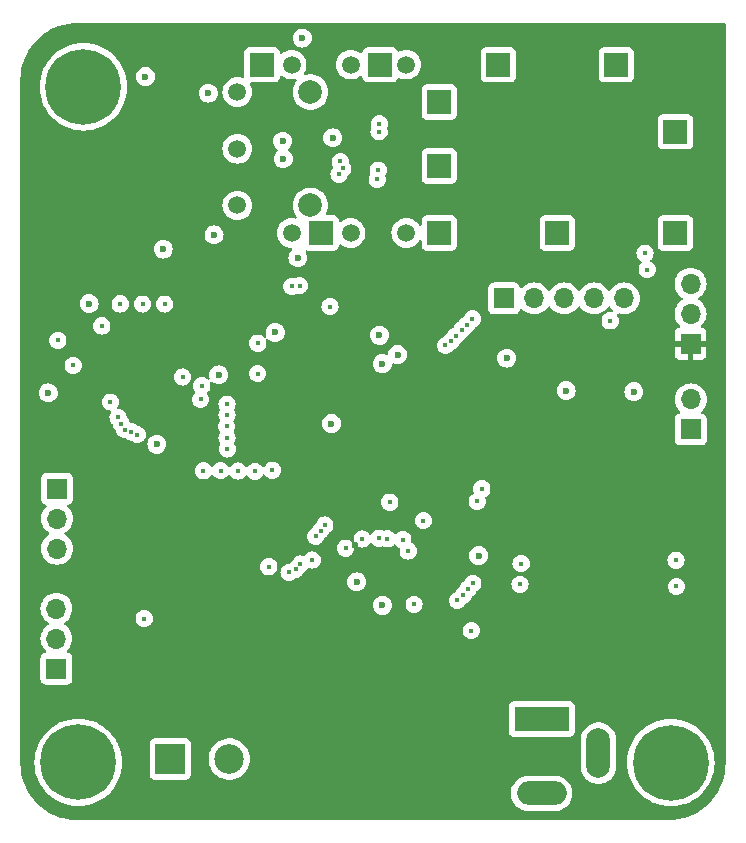
<source format=gbr>
%TF.GenerationSoftware,KiCad,Pcbnew,8.0.5*%
%TF.CreationDate,2025-11-07T08:13:22-03:00*%
%TF.ProjectId,sfp_moduloIC,7366705f-6d6f-4647-956c-6f49432e6b69,v1.0*%
%TF.SameCoordinates,Original*%
%TF.FileFunction,Copper,L3,Inr*%
%TF.FilePolarity,Positive*%
%FSLAX46Y46*%
G04 Gerber Fmt 4.6, Leading zero omitted, Abs format (unit mm)*
G04 Created by KiCad (PCBNEW 8.0.5) date 2025-11-07 08:13:22*
%MOMM*%
%LPD*%
G01*
G04 APERTURE LIST*
%TA.AperFunction,ComponentPad*%
%ADD10R,2.500000X2.500000*%
%TD*%
%TA.AperFunction,ComponentPad*%
%ADD11C,2.500000*%
%TD*%
%TA.AperFunction,ComponentPad*%
%ADD12C,6.400000*%
%TD*%
%TA.AperFunction,ComponentPad*%
%ADD13R,4.600000X2.000000*%
%TD*%
%TA.AperFunction,ComponentPad*%
%ADD14O,4.200000X2.000000*%
%TD*%
%TA.AperFunction,ComponentPad*%
%ADD15O,2.000000X4.200000*%
%TD*%
%TA.AperFunction,ComponentPad*%
%ADD16R,1.700000X1.700000*%
%TD*%
%TA.AperFunction,ComponentPad*%
%ADD17O,1.700000X1.700000*%
%TD*%
%TA.AperFunction,WasherPad*%
%ADD18C,2.000000*%
%TD*%
%TA.AperFunction,ComponentPad*%
%ADD19R,2.000000X2.000000*%
%TD*%
%TA.AperFunction,ComponentPad*%
%ADD20C,1.500000*%
%TD*%
%TA.AperFunction,ViaPad*%
%ADD21C,0.600000*%
%TD*%
%TA.AperFunction,ViaPad*%
%ADD22C,0.450000*%
%TD*%
G04 APERTURE END LIST*
D10*
%TO.N,/IN*%
%TO.C,J8*%
X127940001Y-112930000D03*
D11*
%TO.N,GND*%
X132940001Y-112930000D03*
%TD*%
D12*
%TO.N,GND*%
%TO.C,H1*%
X120590001Y-56030000D03*
%TD*%
D13*
%TO.N,/VIN*%
%TO.C,J7*%
X159390001Y-109540000D03*
D14*
%TO.N,GND*%
X159390001Y-115840000D03*
D15*
X164190001Y-112440000D03*
%TD*%
D16*
%TO.N,/CS3*%
%TO.C,J1*%
X156210001Y-73940000D03*
D17*
%TO.N,/MOSI*%
X158750001Y-73940000D03*
%TO.N,/MISO*%
X161290001Y-73940000D03*
%TO.N,/SCK*%
X163830001Y-73940000D03*
%TO.N,GND*%
X166370001Y-73940000D03*
%TD*%
D16*
%TO.N,+3V3*%
%TO.C,J4*%
X171990001Y-77775000D03*
D17*
%TO.N,Net-(J4-Pin_2)*%
X171990001Y-75235000D03*
%TO.N,GND*%
X171990001Y-72695000D03*
%TD*%
D18*
%TO.N,*%
%TO.C,J6*%
X139815001Y-66070000D03*
X139815001Y-56470000D03*
D19*
%TO.N,GND*%
X170715001Y-68395000D03*
X170715001Y-59820000D03*
X165715001Y-54145000D03*
X160715001Y-68395000D03*
X155715001Y-54145000D03*
X150715001Y-68395000D03*
X150715001Y-62720000D03*
X150715001Y-57320000D03*
D20*
X147915001Y-68395000D03*
X147915001Y-54145000D03*
D19*
X145715001Y-54145000D03*
D20*
X143215001Y-68395000D03*
X143215001Y-54145000D03*
D19*
X140715001Y-68395000D03*
D20*
X138215001Y-68395000D03*
X138215001Y-54145000D03*
D19*
X135715001Y-54145000D03*
D20*
X133615001Y-66070000D03*
X133615001Y-61270000D03*
X133615001Y-56470000D03*
%TD*%
D16*
%TO.N,/SWCLK*%
%TO.C,J3*%
X118305001Y-105285000D03*
D17*
%TO.N,/SWDIO*%
X118305001Y-102745000D03*
%TO.N,GND*%
X118305001Y-100205000D03*
%TD*%
D16*
%TO.N,/TX1*%
%TO.C,J2*%
X118350001Y-90050000D03*
D17*
%TO.N,/RX1*%
X118350001Y-92590000D03*
%TO.N,GND*%
X118350001Y-95130000D03*
%TD*%
D12*
%TO.N,GND*%
%TO.C,H2*%
X170320002Y-113240001D03*
%TD*%
D16*
%TO.N,/CTRL*%
%TO.C,J5*%
X172010001Y-85035000D03*
D17*
%TO.N,GND*%
X172010001Y-82495000D03*
%TD*%
D12*
%TO.N,GND*%
%TO.C,H3*%
X120150001Y-113230000D03*
%TD*%
D21*
%TO.N,GND*%
X141592801Y-84532000D03*
D22*
X130505536Y-82496266D03*
D21*
X141694401Y-60351200D03*
X156426401Y-78994800D03*
X138745536Y-70496266D03*
D22*
X119725536Y-79616266D03*
D21*
X143726401Y-97943200D03*
D22*
X118425536Y-77486266D03*
X136290001Y-96660000D03*
D21*
X154050001Y-95708000D03*
D22*
X165190001Y-75840000D03*
D21*
X136835536Y-76820000D03*
X145656801Y-77064400D03*
X127345536Y-69766266D03*
X167196001Y-81839600D03*
X125840001Y-55160000D03*
X132042401Y-80417200D03*
X145910801Y-99924400D03*
X147185536Y-78696266D03*
X126810001Y-86290000D03*
D22*
X141470001Y-74630000D03*
D21*
X121069601Y-74372000D03*
X139115536Y-51896266D03*
X145905536Y-79466266D03*
X161455601Y-81738000D03*
%TO.N,+3V3*%
X142659601Y-80569600D03*
X148850001Y-94560000D03*
X143116801Y-81433200D03*
X147993601Y-80366400D03*
X148603201Y-112573600D03*
X121460001Y-81320000D03*
D22*
X124125536Y-75476266D03*
D21*
X146266401Y-111049600D03*
X144082001Y-99660000D03*
X147079201Y-111830000D03*
X147841201Y-112573600D03*
X136004801Y-70308000D03*
X145060001Y-81210000D03*
X137071601Y-114046800D03*
X145510001Y-114870000D03*
X145504401Y-111830000D03*
X145504401Y-109525600D03*
X137071601Y-113284800D03*
X127580001Y-66262500D03*
X142820001Y-77740000D03*
X147665001Y-99835000D03*
X137071601Y-111760800D03*
X137071601Y-114808800D03*
X146266401Y-112624400D03*
D22*
X165860001Y-105260000D03*
X134380001Y-96530000D03*
X128240001Y-90100000D03*
D21*
X137071601Y-110998800D03*
D22*
X121015536Y-78486266D03*
D21*
X147079201Y-111049600D03*
X145504401Y-114148400D03*
D22*
X128030001Y-79115000D03*
X135350001Y-73720000D03*
D21*
X141491201Y-73559200D03*
X147841201Y-111049600D03*
D22*
X125662040Y-82805001D03*
D21*
X125840001Y-56630000D03*
X145504401Y-111049600D03*
D22*
X157735901Y-82855901D03*
X117350001Y-76870000D03*
D21*
X143828001Y-87884800D03*
X147841201Y-111830000D03*
X145504401Y-110287600D03*
X146876001Y-89307200D03*
X137071601Y-108712800D03*
X146790001Y-81120000D03*
X137071601Y-109474800D03*
X147079201Y-112573600D03*
X143550001Y-94860000D03*
X148603201Y-111049600D03*
X131660001Y-66682500D03*
X135141201Y-100940400D03*
X123040901Y-85610901D03*
D22*
X163685901Y-82835901D03*
D21*
X145504401Y-113386400D03*
X137071601Y-110236800D03*
X145504401Y-108763600D03*
X137071601Y-112522800D03*
X144031201Y-89815200D03*
X142770001Y-79070000D03*
X148603201Y-111830000D03*
D22*
X132935536Y-77206266D03*
D21*
X145504401Y-112624400D03*
X146266401Y-111830000D03*
D22*
%TO.N,/OUT*%
X148580001Y-99846266D03*
X125730001Y-101050000D03*
%TO.N,/RC*%
X135360001Y-77730000D03*
X135340001Y-80300000D03*
%TO.N,/RST3*%
X130610901Y-81340901D03*
X139952136Y-96082866D03*
%TO.N,+1V0*%
X125595536Y-74415000D03*
X122877096Y-82705001D03*
X128995001Y-80600000D03*
X127455536Y-74415000D03*
D21*
X117610001Y-81930000D03*
D22*
X122150001Y-76266266D03*
X123705536Y-74404999D03*
%TO.N,/RST1*%
X153530901Y-75670901D03*
X154325001Y-90060000D03*
%TO.N,Net-(D7-K)*%
X123524636Y-84015366D03*
X136590001Y-88486266D03*
X132745536Y-82900000D03*
%TO.N,Net-(D8-K)*%
X123777950Y-84531563D03*
X135120001Y-88576266D03*
X132740902Y-83790900D03*
%TO.N,Net-(D9-K)*%
X133670001Y-88557500D03*
X124075536Y-85056266D03*
X132710901Y-84780901D03*
%TO.N,Net-(D10-K)*%
X124640001Y-85230000D03*
X132745536Y-85730000D03*
X132210001Y-88527500D03*
%TO.N,Net-(D11-K)*%
X130750001Y-88537500D03*
X132775536Y-86690000D03*
X125157283Y-85481093D03*
%TO.N,/TX1*%
X141025536Y-93135000D03*
X146305536Y-94296266D03*
%TO.N,/RX1*%
X145610001Y-94240000D03*
X140665536Y-93610000D03*
%TO.N,/SWDIO*%
X140255536Y-94085000D03*
X144190901Y-94310901D03*
%TO.N,/CTRL*%
X142545536Y-62936266D03*
X138950901Y-96420901D03*
X145550001Y-63080000D03*
%TO.N,/SDA*%
X142334635Y-62335365D03*
X138005536Y-97146266D03*
X138224635Y-72915365D03*
%TO.N,/SCL*%
X142235001Y-63420000D03*
X138557139Y-96884663D03*
X138899811Y-72866266D03*
%TO.N,/LOS*%
X168130001Y-70115000D03*
X145641753Y-59150000D03*
%TO.N,/FAULT*%
X168325901Y-71495901D03*
X145460001Y-63870000D03*
%TO.N,/INT1*%
X153060902Y-76170900D03*
X153925001Y-91130000D03*
%TO.N,/CS1*%
X152250001Y-99516266D03*
X151240001Y-77920000D03*
%TO.N,/CS2*%
X153425536Y-102060000D03*
X142790001Y-95090000D03*
%TO.N,/RST2*%
X170790001Y-98326266D03*
X146527702Y-91194100D03*
X147630001Y-94376266D03*
%TO.N,/MOSI*%
X152610901Y-76600901D03*
X153555901Y-98075901D03*
%TO.N,/SCK*%
X151715902Y-77565900D03*
X157645901Y-96395901D03*
X152765536Y-99035000D03*
%TO.N,/MISO*%
X157550001Y-98150000D03*
X153135902Y-98545900D03*
X152135901Y-77095901D03*
%TO.N,/INT2*%
X148082135Y-95322865D03*
X170759636Y-96100366D03*
D21*
%TO.N,/VccR*%
X131160001Y-56560000D03*
X137460001Y-60640000D03*
%TO.N,/VccT*%
X137510001Y-62120000D03*
X131650001Y-68560000D03*
D22*
%TO.N,/CS3*%
X149365536Y-92760000D03*
%TO.N,Net-(J4-Pin_2)*%
X145625536Y-59830000D03*
%TD*%
%TA.AperFunction,Conductor*%
%TO.N,+3V3*%
G36*
X174831060Y-50616715D02*
G01*
X174898094Y-50636412D01*
X174943840Y-50689224D01*
X174955036Y-50740715D01*
X174955036Y-113271765D01*
X174954918Y-113277172D01*
X174936824Y-113691726D01*
X174935881Y-113702503D01*
X174882079Y-114111209D01*
X174880201Y-114121862D01*
X174790980Y-114524336D01*
X174788180Y-114534785D01*
X174664224Y-114927941D01*
X174660524Y-114938107D01*
X174502773Y-115318961D01*
X174498202Y-115328765D01*
X174307848Y-115694435D01*
X174302439Y-115703803D01*
X174080950Y-116051478D01*
X174074751Y-116060331D01*
X173974204Y-116191368D01*
X173823792Y-116387388D01*
X173816839Y-116395674D01*
X173538327Y-116699619D01*
X173530683Y-116707262D01*
X173410367Y-116817512D01*
X173226752Y-116985764D01*
X173218465Y-116992717D01*
X172891414Y-117243670D01*
X172882553Y-117249875D01*
X172534870Y-117471372D01*
X172525501Y-117476781D01*
X172159836Y-117667131D01*
X172150032Y-117671702D01*
X171769178Y-117829454D01*
X171759012Y-117833154D01*
X171365856Y-117957110D01*
X171355407Y-117959910D01*
X170952933Y-118049131D01*
X170942280Y-118051009D01*
X170533574Y-118104811D01*
X170522797Y-118105754D01*
X170108243Y-118123848D01*
X170102836Y-118123966D01*
X120108239Y-118123966D01*
X120102831Y-118123848D01*
X119688277Y-118105751D01*
X119677501Y-118104808D01*
X119464280Y-118076738D01*
X119268796Y-118051003D01*
X119258143Y-118049125D01*
X118855670Y-117959901D01*
X118845221Y-117957101D01*
X118681906Y-117905609D01*
X118452061Y-117833140D01*
X118441898Y-117829441D01*
X118061079Y-117671702D01*
X118061047Y-117671688D01*
X118051244Y-117667118D01*
X117685580Y-117476767D01*
X117676211Y-117471358D01*
X117328529Y-117249861D01*
X117319668Y-117243656D01*
X116992626Y-116992708D01*
X116984339Y-116985755D01*
X116982985Y-116984514D01*
X116680389Y-116707237D01*
X116672763Y-116699611D01*
X116394241Y-116395657D01*
X116387297Y-116387381D01*
X116136344Y-116060332D01*
X116130139Y-116051471D01*
X116070653Y-115958097D01*
X115908638Y-115703783D01*
X115903231Y-115694416D01*
X115822065Y-115538496D01*
X115712882Y-115328756D01*
X115708314Y-115318961D01*
X115550549Y-114938080D01*
X115546863Y-114927952D01*
X115422893Y-114534762D01*
X115420100Y-114524336D01*
X115330871Y-114121840D01*
X115328997Y-114111209D01*
X115275189Y-113702478D01*
X115274249Y-113691744D01*
X115256154Y-113277215D01*
X115256036Y-113271807D01*
X115256036Y-113229999D01*
X116444423Y-113229999D01*
X116444423Y-113230000D01*
X116464723Y-113617339D01*
X116512479Y-113918857D01*
X116525399Y-114000433D01*
X116606319Y-114302433D01*
X116625789Y-114375094D01*
X116764788Y-114737197D01*
X116940878Y-115082793D01*
X117152123Y-115408082D01*
X117368402Y-115675164D01*
X117396220Y-115709516D01*
X117670485Y-115983781D01*
X117682835Y-115993782D01*
X117971918Y-116227877D01*
X118230294Y-116395668D01*
X118297212Y-116439125D01*
X118642807Y-116615214D01*
X119004914Y-116754214D01*
X119379568Y-116854602D01*
X119762663Y-116915278D01*
X120128577Y-116934455D01*
X120150000Y-116935578D01*
X120150001Y-116935578D01*
X120150002Y-116935578D01*
X120170302Y-116934514D01*
X120537339Y-116915278D01*
X120920434Y-116854602D01*
X121295088Y-116754214D01*
X121657195Y-116615214D01*
X122002790Y-116439125D01*
X122328085Y-116227876D01*
X122629517Y-115983781D01*
X122891396Y-115721902D01*
X156789501Y-115721902D01*
X156789501Y-115958097D01*
X156826447Y-116191368D01*
X156899434Y-116415996D01*
X156996291Y-116606086D01*
X157006658Y-116626433D01*
X157145484Y-116817510D01*
X157312491Y-116984517D01*
X157503568Y-117123343D01*
X157602992Y-117174002D01*
X157714004Y-117230566D01*
X157714006Y-117230566D01*
X157714009Y-117230568D01*
X157773387Y-117249861D01*
X157938632Y-117303553D01*
X158171904Y-117340500D01*
X158171909Y-117340500D01*
X160608098Y-117340500D01*
X160841369Y-117303553D01*
X161065993Y-117230568D01*
X161276434Y-117123343D01*
X161467511Y-116984517D01*
X161634518Y-116817510D01*
X161773344Y-116626433D01*
X161880569Y-116415992D01*
X161953554Y-116191368D01*
X161990501Y-115958097D01*
X161990501Y-115721902D01*
X161953554Y-115488631D01*
X161901610Y-115328765D01*
X161880569Y-115264008D01*
X161880567Y-115264005D01*
X161880567Y-115264003D01*
X161773343Y-115053566D01*
X161763850Y-115040500D01*
X161634518Y-114862490D01*
X161467511Y-114695483D01*
X161276434Y-114556657D01*
X161065997Y-114449433D01*
X160841369Y-114376446D01*
X160608098Y-114339500D01*
X160608093Y-114339500D01*
X158171909Y-114339500D01*
X158171904Y-114339500D01*
X157938632Y-114376446D01*
X157714004Y-114449433D01*
X157503567Y-114556657D01*
X157411159Y-114623796D01*
X157312491Y-114695483D01*
X157312489Y-114695485D01*
X157312488Y-114695485D01*
X157145486Y-114862487D01*
X157145486Y-114862488D01*
X157145484Y-114862490D01*
X157097934Y-114927937D01*
X157006658Y-115053566D01*
X156899434Y-115264003D01*
X156826447Y-115488631D01*
X156789501Y-115721902D01*
X122891396Y-115721902D01*
X122903782Y-115709516D01*
X123147877Y-115408084D01*
X123359126Y-115082789D01*
X123535215Y-114737194D01*
X123674215Y-114375087D01*
X123774603Y-114000433D01*
X123835279Y-113617338D01*
X123855579Y-113230000D01*
X123835279Y-112842662D01*
X123774603Y-112459567D01*
X123674215Y-112084913D01*
X123535215Y-111722806D01*
X123489016Y-111632135D01*
X126189501Y-111632135D01*
X126189501Y-114227870D01*
X126189502Y-114227876D01*
X126195909Y-114287483D01*
X126246203Y-114422328D01*
X126246207Y-114422335D01*
X126332453Y-114537544D01*
X126332456Y-114537547D01*
X126447665Y-114623793D01*
X126447672Y-114623797D01*
X126582518Y-114674091D01*
X126582517Y-114674091D01*
X126589445Y-114674835D01*
X126642128Y-114680500D01*
X129237873Y-114680499D01*
X129297484Y-114674091D01*
X129432332Y-114623796D01*
X129547547Y-114537546D01*
X129633797Y-114422331D01*
X129684092Y-114287483D01*
X129690501Y-114227873D01*
X129690500Y-112929995D01*
X131184593Y-112929995D01*
X131184593Y-112930004D01*
X131204197Y-113191620D01*
X131204198Y-113191625D01*
X131262577Y-113447402D01*
X131262579Y-113447411D01*
X131262581Y-113447416D01*
X131358433Y-113691643D01*
X131489615Y-113918857D01*
X131621737Y-114084533D01*
X131653199Y-114123985D01*
X131765164Y-114227872D01*
X131845522Y-114302433D01*
X132062297Y-114450228D01*
X132062302Y-114450230D01*
X132062303Y-114450231D01*
X132062304Y-114450232D01*
X132187844Y-114510688D01*
X132298674Y-114564061D01*
X132298675Y-114564061D01*
X132298678Y-114564063D01*
X132549386Y-114641396D01*
X132808819Y-114680500D01*
X133071183Y-114680500D01*
X133330616Y-114641396D01*
X133581324Y-114564063D01*
X133817705Y-114450228D01*
X134034480Y-114302433D01*
X134226806Y-114123981D01*
X134390387Y-113918857D01*
X134521569Y-113691643D01*
X134617421Y-113447416D01*
X134675803Y-113191630D01*
X134695409Y-112930000D01*
X134689613Y-112852661D01*
X134675804Y-112668379D01*
X134675803Y-112668374D01*
X134675803Y-112668370D01*
X134617421Y-112412584D01*
X134521569Y-112168357D01*
X134390387Y-111941143D01*
X134226806Y-111736019D01*
X134226805Y-111736018D01*
X134226802Y-111736014D01*
X134034480Y-111557567D01*
X133817705Y-111409772D01*
X133817701Y-111409770D01*
X133817698Y-111409768D01*
X133817697Y-111409767D01*
X133581326Y-111295938D01*
X133581328Y-111295938D01*
X133341309Y-111221902D01*
X162689501Y-111221902D01*
X162689501Y-113658097D01*
X162726447Y-113891368D01*
X162799434Y-114115996D01*
X162856444Y-114227883D01*
X162906658Y-114326433D01*
X163045484Y-114517510D01*
X163212491Y-114684517D01*
X163403568Y-114823343D01*
X163502992Y-114874002D01*
X163614004Y-114930566D01*
X163614006Y-114930566D01*
X163614009Y-114930568D01*
X163734413Y-114969689D01*
X163838632Y-115003553D01*
X164071904Y-115040500D01*
X164071909Y-115040500D01*
X164308098Y-115040500D01*
X164541369Y-115003553D01*
X164765993Y-114930568D01*
X164976434Y-114823343D01*
X165167511Y-114684517D01*
X165334518Y-114517510D01*
X165473344Y-114326433D01*
X165580569Y-114115992D01*
X165653554Y-113891368D01*
X165690501Y-113658097D01*
X165690501Y-113240000D01*
X166614424Y-113240000D01*
X166614424Y-113240001D01*
X166634724Y-113627340D01*
X166680896Y-113918857D01*
X166695400Y-114010434D01*
X166793472Y-114376446D01*
X166795790Y-114385095D01*
X166934789Y-114747198D01*
X167110879Y-115092794D01*
X167322124Y-115418083D01*
X167322126Y-115418085D01*
X167566221Y-115719517D01*
X167840486Y-115993782D01*
X168008377Y-116129738D01*
X168141919Y-116237878D01*
X168467208Y-116449123D01*
X168467213Y-116449126D01*
X168812808Y-116625215D01*
X169017021Y-116703605D01*
X169148861Y-116754214D01*
X169174915Y-116764215D01*
X169549569Y-116864603D01*
X169932664Y-116925279D01*
X170298578Y-116944456D01*
X170320001Y-116945579D01*
X170320002Y-116945579D01*
X170320003Y-116945579D01*
X170340303Y-116944515D01*
X170707340Y-116925279D01*
X171090435Y-116864603D01*
X171465089Y-116764215D01*
X171827196Y-116625215D01*
X172172791Y-116449126D01*
X172498086Y-116237877D01*
X172799518Y-115993782D01*
X173073783Y-115719517D01*
X173317878Y-115418085D01*
X173529127Y-115092790D01*
X173705216Y-114747195D01*
X173844216Y-114385088D01*
X173944604Y-114010434D01*
X174005280Y-113627339D01*
X174025580Y-113240001D01*
X174005280Y-112852663D01*
X173944604Y-112469568D01*
X173844216Y-112094914D01*
X173705216Y-111732807D01*
X173529127Y-111387212D01*
X173529124Y-111387207D01*
X173317879Y-111061918D01*
X173091477Y-110782335D01*
X173073783Y-110760485D01*
X172799518Y-110486220D01*
X172498086Y-110242125D01*
X172498084Y-110242123D01*
X172172795Y-110030878D01*
X171827199Y-109854788D01*
X171465096Y-109715789D01*
X171427772Y-109705788D01*
X171090435Y-109615399D01*
X171090431Y-109615398D01*
X171090430Y-109615398D01*
X170707341Y-109554723D01*
X170320003Y-109534423D01*
X170320001Y-109534423D01*
X169932662Y-109554723D01*
X169549574Y-109615398D01*
X169549572Y-109615398D01*
X169174907Y-109715789D01*
X168812804Y-109854788D01*
X168467208Y-110030878D01*
X168141919Y-110242123D01*
X167840490Y-110486216D01*
X167840482Y-110486223D01*
X167566224Y-110760481D01*
X167566217Y-110760489D01*
X167322124Y-111061918D01*
X167110879Y-111387207D01*
X166934789Y-111732803D01*
X166795790Y-112094906D01*
X166695399Y-112469571D01*
X166695399Y-112469573D01*
X166634724Y-112852661D01*
X166614424Y-113240000D01*
X165690501Y-113240000D01*
X165690501Y-111221902D01*
X165653554Y-110988631D01*
X165586524Y-110782335D01*
X165580569Y-110764008D01*
X165580567Y-110764005D01*
X165580567Y-110764003D01*
X165490825Y-110587876D01*
X165473344Y-110553567D01*
X165334518Y-110362490D01*
X165167511Y-110195483D01*
X164976434Y-110056657D01*
X164906212Y-110020877D01*
X164765997Y-109949433D01*
X164541369Y-109876446D01*
X164308098Y-109839500D01*
X164308093Y-109839500D01*
X164071909Y-109839500D01*
X164071904Y-109839500D01*
X163838632Y-109876446D01*
X163614004Y-109949433D01*
X163403567Y-110056657D01*
X163294551Y-110135862D01*
X163212491Y-110195483D01*
X163212489Y-110195485D01*
X163212488Y-110195485D01*
X163045486Y-110362487D01*
X163045486Y-110362488D01*
X163045484Y-110362490D01*
X162985863Y-110444550D01*
X162906658Y-110553566D01*
X162799434Y-110764003D01*
X162726447Y-110988631D01*
X162689501Y-111221902D01*
X133341309Y-111221902D01*
X133330624Y-111218606D01*
X133330620Y-111218605D01*
X133330616Y-111218604D01*
X133205824Y-111199794D01*
X133071188Y-111179500D01*
X133071183Y-111179500D01*
X132808819Y-111179500D01*
X132808813Y-111179500D01*
X132647248Y-111203853D01*
X132549386Y-111218604D01*
X132549383Y-111218605D01*
X132549377Y-111218606D01*
X132298674Y-111295938D01*
X132062304Y-111409767D01*
X132062303Y-111409768D01*
X131845521Y-111557567D01*
X131653199Y-111736014D01*
X131489615Y-111941143D01*
X131358433Y-112168356D01*
X131262583Y-112412578D01*
X131262577Y-112412597D01*
X131204198Y-112668374D01*
X131204197Y-112668379D01*
X131184593Y-112929995D01*
X129690500Y-112929995D01*
X129690500Y-111632128D01*
X129684092Y-111572517D01*
X129633797Y-111437669D01*
X129633796Y-111437668D01*
X129633794Y-111437664D01*
X129547548Y-111322455D01*
X129547545Y-111322452D01*
X129432336Y-111236206D01*
X129432329Y-111236202D01*
X129297483Y-111185908D01*
X129297484Y-111185908D01*
X129237884Y-111179501D01*
X129237882Y-111179500D01*
X129237874Y-111179500D01*
X129237865Y-111179500D01*
X126642130Y-111179500D01*
X126642124Y-111179501D01*
X126582517Y-111185908D01*
X126447672Y-111236202D01*
X126447665Y-111236206D01*
X126332456Y-111322452D01*
X126332453Y-111322455D01*
X126246207Y-111437664D01*
X126246203Y-111437671D01*
X126195909Y-111572517D01*
X126189502Y-111632116D01*
X126189502Y-111632123D01*
X126189501Y-111632135D01*
X123489016Y-111632135D01*
X123359126Y-111377211D01*
X123323567Y-111322455D01*
X123147878Y-111051917D01*
X122929569Y-110782328D01*
X122903782Y-110750484D01*
X122629517Y-110476219D01*
X122595165Y-110448401D01*
X122328083Y-110232122D01*
X122002794Y-110020877D01*
X121657198Y-109844787D01*
X121295095Y-109705788D01*
X121295088Y-109705786D01*
X120920434Y-109605398D01*
X120920430Y-109605397D01*
X120920429Y-109605397D01*
X120537340Y-109544722D01*
X120150002Y-109524422D01*
X120150000Y-109524422D01*
X119762661Y-109544722D01*
X119379573Y-109605397D01*
X119379571Y-109605397D01*
X119004906Y-109705788D01*
X118642803Y-109844787D01*
X118297207Y-110020877D01*
X117971918Y-110232122D01*
X117670489Y-110476215D01*
X117670481Y-110476222D01*
X117396223Y-110750480D01*
X117396216Y-110750488D01*
X117152123Y-111051917D01*
X116940878Y-111377206D01*
X116764788Y-111722802D01*
X116625789Y-112084905D01*
X116525398Y-112459570D01*
X116525398Y-112459572D01*
X116464723Y-112842660D01*
X116444423Y-113229999D01*
X115256036Y-113229999D01*
X115256036Y-108492135D01*
X156589501Y-108492135D01*
X156589501Y-110587870D01*
X156589502Y-110587876D01*
X156595909Y-110647483D01*
X156646203Y-110782328D01*
X156646207Y-110782335D01*
X156732453Y-110897544D01*
X156732456Y-110897547D01*
X156847665Y-110983793D01*
X156847672Y-110983797D01*
X156982518Y-111034091D01*
X156982517Y-111034091D01*
X156989445Y-111034835D01*
X157042128Y-111040500D01*
X161737873Y-111040499D01*
X161797484Y-111034091D01*
X161932332Y-110983796D01*
X162047547Y-110897546D01*
X162133797Y-110782331D01*
X162184092Y-110647483D01*
X162190501Y-110587873D01*
X162190500Y-108492128D01*
X162184092Y-108432517D01*
X162133797Y-108297669D01*
X162133796Y-108297668D01*
X162133794Y-108297664D01*
X162047548Y-108182455D01*
X162047545Y-108182452D01*
X161932336Y-108096206D01*
X161932329Y-108096202D01*
X161797483Y-108045908D01*
X161797484Y-108045908D01*
X161737884Y-108039501D01*
X161737882Y-108039500D01*
X161737874Y-108039500D01*
X161737865Y-108039500D01*
X157042130Y-108039500D01*
X157042124Y-108039501D01*
X156982517Y-108045908D01*
X156847672Y-108096202D01*
X156847665Y-108096206D01*
X156732456Y-108182452D01*
X156732453Y-108182455D01*
X156646207Y-108297664D01*
X156646203Y-108297671D01*
X156595909Y-108432517D01*
X156589502Y-108492116D01*
X156589502Y-108492123D01*
X156589501Y-108492135D01*
X115256036Y-108492135D01*
X115256036Y-100204999D01*
X116949342Y-100204999D01*
X116949342Y-100205000D01*
X116969937Y-100440403D01*
X116969939Y-100440413D01*
X117031095Y-100668655D01*
X117031097Y-100668659D01*
X117031098Y-100668663D01*
X117059684Y-100729965D01*
X117130966Y-100882830D01*
X117130968Y-100882834D01*
X117266502Y-101076395D01*
X117266507Y-101076402D01*
X117433598Y-101243493D01*
X117433604Y-101243498D01*
X117619159Y-101373425D01*
X117662784Y-101428002D01*
X117669978Y-101497500D01*
X117638455Y-101559855D01*
X117619159Y-101576575D01*
X117433598Y-101706505D01*
X117266506Y-101873597D01*
X117130966Y-102067169D01*
X117130965Y-102067171D01*
X117031099Y-102281335D01*
X117031095Y-102281344D01*
X116969939Y-102509586D01*
X116969937Y-102509596D01*
X116949342Y-102744999D01*
X116949342Y-102745000D01*
X116969937Y-102980403D01*
X116969939Y-102980413D01*
X117031095Y-103208655D01*
X117031097Y-103208659D01*
X117031098Y-103208663D01*
X117130966Y-103422830D01*
X117130968Y-103422834D01*
X117239282Y-103577521D01*
X117266502Y-103616396D01*
X117266507Y-103616402D01*
X117388431Y-103738326D01*
X117421916Y-103799649D01*
X117416932Y-103869341D01*
X117375060Y-103925274D01*
X117344084Y-103942189D01*
X117212670Y-103991203D01*
X117212665Y-103991206D01*
X117097456Y-104077452D01*
X117097453Y-104077455D01*
X117011207Y-104192664D01*
X117011203Y-104192671D01*
X116960909Y-104327517D01*
X116954502Y-104387116D01*
X116954502Y-104387123D01*
X116954501Y-104387135D01*
X116954501Y-106182870D01*
X116954502Y-106182876D01*
X116960909Y-106242483D01*
X117011203Y-106377328D01*
X117011207Y-106377335D01*
X117097453Y-106492544D01*
X117097456Y-106492547D01*
X117212665Y-106578793D01*
X117212672Y-106578797D01*
X117347518Y-106629091D01*
X117347517Y-106629091D01*
X117354445Y-106629835D01*
X117407128Y-106635500D01*
X119202873Y-106635499D01*
X119262484Y-106629091D01*
X119397332Y-106578796D01*
X119512547Y-106492546D01*
X119598797Y-106377331D01*
X119649092Y-106242483D01*
X119655501Y-106182873D01*
X119655500Y-104387128D01*
X119649092Y-104327517D01*
X119598797Y-104192669D01*
X119598796Y-104192668D01*
X119598794Y-104192664D01*
X119512548Y-104077455D01*
X119512545Y-104077452D01*
X119397336Y-103991206D01*
X119397329Y-103991202D01*
X119265918Y-103942189D01*
X119209984Y-103900318D01*
X119185567Y-103834853D01*
X119200419Y-103766580D01*
X119221564Y-103738332D01*
X119343496Y-103616401D01*
X119479036Y-103422830D01*
X119578904Y-103208663D01*
X119640064Y-102980408D01*
X119660660Y-102745000D01*
X119640064Y-102509592D01*
X119578904Y-102281337D01*
X119479036Y-102067171D01*
X119474012Y-102059996D01*
X152695445Y-102059996D01*
X152695445Y-102060003D01*
X152713748Y-102222455D01*
X152767746Y-102376774D01*
X152767747Y-102376775D01*
X152854728Y-102515204D01*
X152970332Y-102630808D01*
X153108761Y-102717789D01*
X153263075Y-102771786D01*
X153263078Y-102771786D01*
X153263080Y-102771787D01*
X153425532Y-102790091D01*
X153425536Y-102790091D01*
X153425540Y-102790091D01*
X153587991Y-102771787D01*
X153587992Y-102771786D01*
X153587997Y-102771786D01*
X153742311Y-102717789D01*
X153880740Y-102630808D01*
X153996344Y-102515204D01*
X154083325Y-102376775D01*
X154137322Y-102222461D01*
X154154819Y-102067171D01*
X154155627Y-102060003D01*
X154155627Y-102059996D01*
X154137323Y-101897544D01*
X154137322Y-101897542D01*
X154137322Y-101897539D01*
X154083325Y-101743225D01*
X153996344Y-101604796D01*
X153880740Y-101489192D01*
X153783357Y-101428002D01*
X153742310Y-101402210D01*
X153587991Y-101348212D01*
X153425540Y-101329909D01*
X153425532Y-101329909D01*
X153263080Y-101348212D01*
X153108761Y-101402210D01*
X152970331Y-101489192D01*
X152854728Y-101604795D01*
X152767746Y-101743225D01*
X152713748Y-101897544D01*
X152695445Y-102059996D01*
X119474012Y-102059996D01*
X119360263Y-101897544D01*
X119343495Y-101873597D01*
X119176403Y-101706506D01*
X119176397Y-101706501D01*
X118990843Y-101576575D01*
X118947218Y-101521998D01*
X118940024Y-101452500D01*
X118971547Y-101390145D01*
X118990843Y-101373425D01*
X119052990Y-101329909D01*
X119176402Y-101243495D01*
X119343496Y-101076401D01*
X119361985Y-101049996D01*
X124999910Y-101049996D01*
X124999910Y-101050003D01*
X125018213Y-101212455D01*
X125072211Y-101366774D01*
X125149132Y-101489192D01*
X125159193Y-101505204D01*
X125274797Y-101620808D01*
X125413226Y-101707789D01*
X125567540Y-101761786D01*
X125567543Y-101761786D01*
X125567545Y-101761787D01*
X125729997Y-101780091D01*
X125730001Y-101780091D01*
X125730005Y-101780091D01*
X125892456Y-101761787D01*
X125892457Y-101761786D01*
X125892462Y-101761786D01*
X126046776Y-101707789D01*
X126185205Y-101620808D01*
X126300809Y-101505204D01*
X126387790Y-101366775D01*
X126441787Y-101212461D01*
X126441788Y-101212455D01*
X126460092Y-101050003D01*
X126460092Y-101049996D01*
X126441788Y-100887544D01*
X126441787Y-100887542D01*
X126441787Y-100887539D01*
X126387790Y-100733225D01*
X126300809Y-100594796D01*
X126185205Y-100479192D01*
X126123473Y-100440403D01*
X126046775Y-100392210D01*
X125892456Y-100338212D01*
X125730005Y-100319909D01*
X125729997Y-100319909D01*
X125567545Y-100338212D01*
X125413226Y-100392210D01*
X125274796Y-100479192D01*
X125159193Y-100594795D01*
X125072211Y-100733225D01*
X125018213Y-100887544D01*
X124999910Y-101049996D01*
X119361985Y-101049996D01*
X119479036Y-100882830D01*
X119578904Y-100668663D01*
X119640064Y-100440408D01*
X119660660Y-100205000D01*
X119640064Y-99969592D01*
X119627954Y-99924396D01*
X145105236Y-99924396D01*
X145105236Y-99924403D01*
X145125431Y-100103649D01*
X145125432Y-100103654D01*
X145185012Y-100273923D01*
X145225408Y-100338212D01*
X145280985Y-100426662D01*
X145408539Y-100554216D01*
X145561279Y-100650189D01*
X145614052Y-100668655D01*
X145731546Y-100709768D01*
X145731551Y-100709769D01*
X145910797Y-100729965D01*
X145910801Y-100729965D01*
X145910805Y-100729965D01*
X146090050Y-100709769D01*
X146090053Y-100709768D01*
X146090056Y-100709768D01*
X146260323Y-100650189D01*
X146413063Y-100554216D01*
X146540617Y-100426662D01*
X146636590Y-100273922D01*
X146696169Y-100103655D01*
X146696170Y-100103649D01*
X146716366Y-99924403D01*
X146716366Y-99924396D01*
X146707562Y-99846262D01*
X147849910Y-99846262D01*
X147849910Y-99846269D01*
X147868213Y-100008721D01*
X147922211Y-100163040D01*
X147963061Y-100228052D01*
X148009193Y-100301470D01*
X148124797Y-100417074D01*
X148263226Y-100504055D01*
X148417540Y-100558052D01*
X148417543Y-100558052D01*
X148417545Y-100558053D01*
X148579997Y-100576357D01*
X148580001Y-100576357D01*
X148580005Y-100576357D01*
X148742456Y-100558053D01*
X148742457Y-100558052D01*
X148742462Y-100558052D01*
X148896776Y-100504055D01*
X149035205Y-100417074D01*
X149150809Y-100301470D01*
X149237790Y-100163041D01*
X149291787Y-100008727D01*
X149296196Y-99969596D01*
X149310092Y-99846269D01*
X149310092Y-99846262D01*
X149291788Y-99683810D01*
X149291787Y-99683808D01*
X149291787Y-99683805D01*
X149237790Y-99529491D01*
X149229478Y-99516262D01*
X151519910Y-99516262D01*
X151519910Y-99516269D01*
X151538213Y-99678721D01*
X151592211Y-99833040D01*
X151649614Y-99924396D01*
X151679193Y-99971470D01*
X151794797Y-100087074D01*
X151933226Y-100174055D01*
X152087540Y-100228052D01*
X152087543Y-100228052D01*
X152087545Y-100228053D01*
X152249997Y-100246357D01*
X152250001Y-100246357D01*
X152250005Y-100246357D01*
X152412456Y-100228053D01*
X152412457Y-100228052D01*
X152412462Y-100228052D01*
X152566776Y-100174055D01*
X152705205Y-100087074D01*
X152820809Y-99971470D01*
X152907790Y-99833041D01*
X152919640Y-99799175D01*
X152960360Y-99742398D01*
X152995726Y-99723085D01*
X153082311Y-99692789D01*
X153220740Y-99605808D01*
X153336344Y-99490204D01*
X153423325Y-99351775D01*
X153467144Y-99226547D01*
X153507865Y-99169773D01*
X153518205Y-99162514D01*
X153591106Y-99116708D01*
X153706710Y-99001104D01*
X153793691Y-98862675D01*
X153814999Y-98801777D01*
X153855719Y-98745001D01*
X153867114Y-98737929D01*
X153866779Y-98737395D01*
X153872674Y-98733690D01*
X153872676Y-98733690D01*
X154011105Y-98646709D01*
X154126709Y-98531105D01*
X154213690Y-98392676D01*
X154267687Y-98238362D01*
X154277643Y-98150000D01*
X154277643Y-98149996D01*
X156819910Y-98149996D01*
X156819910Y-98150003D01*
X156838213Y-98312455D01*
X156892211Y-98466774D01*
X156906005Y-98488727D01*
X156979193Y-98605204D01*
X157094797Y-98720808D01*
X157233226Y-98807789D01*
X157387540Y-98861786D01*
X157387543Y-98861786D01*
X157387545Y-98861787D01*
X157549997Y-98880091D01*
X157550001Y-98880091D01*
X157550005Y-98880091D01*
X157712456Y-98861787D01*
X157712457Y-98861786D01*
X157712462Y-98861786D01*
X157866776Y-98807789D01*
X158005205Y-98720808D01*
X158120809Y-98605204D01*
X158207790Y-98466775D01*
X158256958Y-98326262D01*
X170059910Y-98326262D01*
X170059910Y-98326269D01*
X170078213Y-98488721D01*
X170132211Y-98643040D01*
X170179453Y-98718225D01*
X170219193Y-98781470D01*
X170334797Y-98897074D01*
X170473226Y-98984055D01*
X170627540Y-99038052D01*
X170627543Y-99038052D01*
X170627545Y-99038053D01*
X170789997Y-99056357D01*
X170790001Y-99056357D01*
X170790005Y-99056357D01*
X170952456Y-99038053D01*
X170952457Y-99038052D01*
X170952462Y-99038052D01*
X171106776Y-98984055D01*
X171245205Y-98897074D01*
X171360809Y-98781470D01*
X171447790Y-98643041D01*
X171501787Y-98488727D01*
X171501788Y-98488721D01*
X171520092Y-98326269D01*
X171520092Y-98326262D01*
X171501788Y-98163810D01*
X171501787Y-98163808D01*
X171501787Y-98163805D01*
X171447790Y-98009491D01*
X171360809Y-97871062D01*
X171245205Y-97755458D01*
X171106775Y-97668476D01*
X170952456Y-97614478D01*
X170790005Y-97596175D01*
X170789997Y-97596175D01*
X170627545Y-97614478D01*
X170473226Y-97668476D01*
X170334796Y-97755458D01*
X170219193Y-97871061D01*
X170132211Y-98009491D01*
X170078213Y-98163810D01*
X170059910Y-98326262D01*
X158256958Y-98326262D01*
X158261787Y-98312461D01*
X158280092Y-98150000D01*
X158276988Y-98122455D01*
X158261788Y-97987544D01*
X158261787Y-97987542D01*
X158261787Y-97987539D01*
X158207790Y-97833225D01*
X158120809Y-97694796D01*
X158005205Y-97579192D01*
X157887278Y-97505093D01*
X157866775Y-97492210D01*
X157712456Y-97438212D01*
X157550005Y-97419909D01*
X157549997Y-97419909D01*
X157387545Y-97438212D01*
X157233226Y-97492210D01*
X157094796Y-97579192D01*
X156979193Y-97694795D01*
X156892211Y-97833225D01*
X156838213Y-97987544D01*
X156819910Y-98149996D01*
X154277643Y-98149996D01*
X154285992Y-98075904D01*
X154285992Y-98075897D01*
X154267688Y-97913445D01*
X154267687Y-97913443D01*
X154267687Y-97913440D01*
X154213690Y-97759126D01*
X154126709Y-97620697D01*
X154011105Y-97505093D01*
X153872675Y-97418111D01*
X153718356Y-97364113D01*
X153555905Y-97345810D01*
X153555897Y-97345810D01*
X153393445Y-97364113D01*
X153239126Y-97418111D01*
X153100696Y-97505093D01*
X152985093Y-97620696D01*
X152898113Y-97759123D01*
X152898112Y-97759124D01*
X152876801Y-97820027D01*
X152836078Y-97876803D01*
X152824692Y-97883881D01*
X152825023Y-97884407D01*
X152819129Y-97888110D01*
X152819127Y-97888111D01*
X152748210Y-97932670D01*
X152680697Y-97975092D01*
X152565094Y-98090695D01*
X152478110Y-98229127D01*
X152434293Y-98354350D01*
X152393571Y-98411126D01*
X152383226Y-98418387D01*
X152310336Y-98464188D01*
X152310329Y-98464194D01*
X152194728Y-98579795D01*
X152107748Y-98718222D01*
X152095895Y-98752095D01*
X152055172Y-98808870D01*
X152019810Y-98828179D01*
X151933224Y-98858477D01*
X151933223Y-98858478D01*
X151794796Y-98945458D01*
X151679193Y-99061061D01*
X151592211Y-99199491D01*
X151538213Y-99353810D01*
X151519910Y-99516262D01*
X149229478Y-99516262D01*
X149150809Y-99391062D01*
X149035205Y-99275458D01*
X148914305Y-99199491D01*
X148896775Y-99188476D01*
X148742456Y-99134478D01*
X148580005Y-99116175D01*
X148579997Y-99116175D01*
X148417545Y-99134478D01*
X148263226Y-99188476D01*
X148124796Y-99275458D01*
X148009193Y-99391061D01*
X147922211Y-99529491D01*
X147868213Y-99683810D01*
X147849910Y-99846262D01*
X146707562Y-99846262D01*
X146696170Y-99745150D01*
X146696169Y-99745145D01*
X146647413Y-99605808D01*
X146636590Y-99574878D01*
X146599763Y-99516269D01*
X146540616Y-99422137D01*
X146413063Y-99294584D01*
X146260324Y-99198611D01*
X146090055Y-99139031D01*
X146090050Y-99139030D01*
X145910805Y-99118835D01*
X145910797Y-99118835D01*
X145731551Y-99139030D01*
X145731546Y-99139031D01*
X145561277Y-99198611D01*
X145408538Y-99294584D01*
X145280985Y-99422137D01*
X145185012Y-99574876D01*
X145125432Y-99745145D01*
X145125431Y-99745150D01*
X145105236Y-99924396D01*
X119627954Y-99924396D01*
X119578904Y-99741337D01*
X119479036Y-99527171D01*
X119471403Y-99516269D01*
X119343495Y-99333597D01*
X119176403Y-99166506D01*
X119176396Y-99166501D01*
X118982835Y-99030967D01*
X118982831Y-99030965D01*
X118882232Y-98984055D01*
X118768664Y-98931097D01*
X118768660Y-98931096D01*
X118768656Y-98931094D01*
X118540414Y-98869938D01*
X118540404Y-98869936D01*
X118305002Y-98849341D01*
X118305000Y-98849341D01*
X118069597Y-98869936D01*
X118069587Y-98869938D01*
X117841345Y-98931094D01*
X117841336Y-98931098D01*
X117627172Y-99030964D01*
X117627170Y-99030965D01*
X117433598Y-99166505D01*
X117266506Y-99333597D01*
X117130966Y-99527169D01*
X117130965Y-99527171D01*
X117031099Y-99741335D01*
X117031095Y-99741344D01*
X116969939Y-99969586D01*
X116969937Y-99969596D01*
X116949342Y-100204999D01*
X115256036Y-100204999D01*
X115256036Y-97943196D01*
X142920836Y-97943196D01*
X142920836Y-97943203D01*
X142941031Y-98122449D01*
X142941032Y-98122454D01*
X143000612Y-98292723D01*
X143063417Y-98392676D01*
X143096585Y-98445462D01*
X143224139Y-98573016D01*
X143275366Y-98605204D01*
X143341420Y-98646709D01*
X143376879Y-98668989D01*
X143524966Y-98720807D01*
X143547146Y-98728568D01*
X143547151Y-98728569D01*
X143726397Y-98748765D01*
X143726401Y-98748765D01*
X143726405Y-98748765D01*
X143905650Y-98728569D01*
X143905653Y-98728568D01*
X143905656Y-98728568D01*
X144075923Y-98668989D01*
X144228663Y-98573016D01*
X144356217Y-98445462D01*
X144452190Y-98292722D01*
X144511769Y-98122455D01*
X144511770Y-98122449D01*
X144531966Y-97943203D01*
X144531966Y-97943196D01*
X144511770Y-97763950D01*
X144511769Y-97763945D01*
X144459468Y-97614478D01*
X144452190Y-97593678D01*
X144356217Y-97440938D01*
X144228663Y-97313384D01*
X144221242Y-97308721D01*
X144075924Y-97217411D01*
X143905655Y-97157831D01*
X143905650Y-97157830D01*
X143726405Y-97137635D01*
X143726397Y-97137635D01*
X143547151Y-97157830D01*
X143547146Y-97157831D01*
X143376877Y-97217411D01*
X143224138Y-97313384D01*
X143096585Y-97440937D01*
X143000612Y-97593676D01*
X142941032Y-97763945D01*
X142941031Y-97763950D01*
X142920836Y-97943196D01*
X115256036Y-97943196D01*
X115256036Y-96659996D01*
X135559910Y-96659996D01*
X135559910Y-96660003D01*
X135578213Y-96822455D01*
X135632211Y-96976774D01*
X135680541Y-97053690D01*
X135719193Y-97115204D01*
X135834797Y-97230808D01*
X135973226Y-97317789D01*
X136127540Y-97371786D01*
X136127543Y-97371786D01*
X136127545Y-97371787D01*
X136289997Y-97390091D01*
X136290001Y-97390091D01*
X136290005Y-97390091D01*
X136452456Y-97371787D01*
X136452457Y-97371786D01*
X136452462Y-97371786D01*
X136606776Y-97317789D01*
X136745205Y-97230808D01*
X136829751Y-97146262D01*
X137275445Y-97146262D01*
X137275445Y-97146269D01*
X137293748Y-97308721D01*
X137347746Y-97463040D01*
X137374170Y-97505093D01*
X137434728Y-97601470D01*
X137550332Y-97717074D01*
X137688761Y-97804055D01*
X137843075Y-97858052D01*
X137843078Y-97858052D01*
X137843080Y-97858053D01*
X138005532Y-97876357D01*
X138005536Y-97876357D01*
X138005540Y-97876357D01*
X138167991Y-97858053D01*
X138167992Y-97858052D01*
X138167997Y-97858052D01*
X138322311Y-97804055D01*
X138460740Y-97717074D01*
X138533130Y-97644682D01*
X138594452Y-97611197D01*
X138606897Y-97609147D01*
X138719600Y-97596449D01*
X138873914Y-97542452D01*
X139012343Y-97455471D01*
X139127947Y-97339867D01*
X139214928Y-97201438D01*
X139240787Y-97127533D01*
X139281508Y-97070759D01*
X139291843Y-97063504D01*
X139406105Y-96991709D01*
X139521709Y-96876105D01*
X139559352Y-96816195D01*
X139611685Y-96769906D01*
X139680739Y-96759257D01*
X139705292Y-96765125D01*
X139789675Y-96794652D01*
X139789681Y-96794652D01*
X139789682Y-96794653D01*
X139952132Y-96812957D01*
X139952136Y-96812957D01*
X139952140Y-96812957D01*
X140114591Y-96794653D01*
X140114592Y-96794652D01*
X140114597Y-96794652D01*
X140268911Y-96740655D01*
X140407340Y-96653674D01*
X140522944Y-96538070D01*
X140609925Y-96399641D01*
X140663922Y-96245327D01*
X140663923Y-96245321D01*
X140682227Y-96082869D01*
X140682227Y-96082862D01*
X140663923Y-95920410D01*
X140663922Y-95920408D01*
X140663922Y-95920405D01*
X140609925Y-95766091D01*
X140522944Y-95627662D01*
X140407340Y-95512058D01*
X140268910Y-95425076D01*
X140114591Y-95371078D01*
X139952140Y-95352775D01*
X139952132Y-95352775D01*
X139789680Y-95371078D01*
X139635361Y-95425076D01*
X139496931Y-95512058D01*
X139381328Y-95627661D01*
X139381326Y-95627664D01*
X139343684Y-95687570D01*
X139291349Y-95733861D01*
X139222295Y-95744508D01*
X139197737Y-95738639D01*
X139113356Y-95709113D01*
X138950905Y-95690810D01*
X138950897Y-95690810D01*
X138788445Y-95709113D01*
X138634126Y-95763111D01*
X138495696Y-95850093D01*
X138380093Y-95965696D01*
X138293113Y-96104123D01*
X138293112Y-96104124D01*
X138267251Y-96178030D01*
X138226529Y-96234806D01*
X138216183Y-96242067D01*
X138101935Y-96313854D01*
X138029543Y-96386246D01*
X137968219Y-96419730D01*
X137955746Y-96421784D01*
X137843080Y-96434478D01*
X137688761Y-96488476D01*
X137550331Y-96575458D01*
X137434728Y-96691061D01*
X137347746Y-96829491D01*
X137293748Y-96983810D01*
X137275445Y-97146262D01*
X136829751Y-97146262D01*
X136860809Y-97115204D01*
X136947790Y-96976775D01*
X137001787Y-96822461D01*
X137002858Y-96812957D01*
X137020092Y-96660003D01*
X137020092Y-96659996D01*
X137001788Y-96497544D01*
X137001787Y-96497542D01*
X137001787Y-96497539D01*
X136947790Y-96343225D01*
X136860809Y-96204796D01*
X136745205Y-96089192D01*
X136687536Y-96052956D01*
X136606775Y-96002210D01*
X136452456Y-95948212D01*
X136290005Y-95929909D01*
X136289997Y-95929909D01*
X136127545Y-95948212D01*
X135973226Y-96002210D01*
X135834796Y-96089192D01*
X135719193Y-96204795D01*
X135632211Y-96343225D01*
X135578213Y-96497544D01*
X135559910Y-96659996D01*
X115256036Y-96659996D01*
X115256036Y-92589999D01*
X116994342Y-92589999D01*
X116994342Y-92590000D01*
X117014937Y-92825403D01*
X117014939Y-92825413D01*
X117076095Y-93053655D01*
X117076097Y-93053659D01*
X117076098Y-93053663D01*
X117151426Y-93215204D01*
X117175966Y-93267830D01*
X117175968Y-93267834D01*
X117311502Y-93461395D01*
X117311507Y-93461402D01*
X117478598Y-93628493D01*
X117478604Y-93628498D01*
X117664159Y-93758425D01*
X117707784Y-93813002D01*
X117714978Y-93882500D01*
X117683455Y-93944855D01*
X117664159Y-93961575D01*
X117478598Y-94091505D01*
X117311506Y-94258597D01*
X117175966Y-94452169D01*
X117175965Y-94452171D01*
X117076099Y-94666335D01*
X117076095Y-94666344D01*
X117014939Y-94894586D01*
X117014937Y-94894596D01*
X116994342Y-95129999D01*
X116994342Y-95130000D01*
X117014937Y-95365403D01*
X117014939Y-95365413D01*
X117076095Y-95593655D01*
X117076097Y-95593659D01*
X117076098Y-95593663D01*
X117147968Y-95747789D01*
X117175966Y-95807830D01*
X117175968Y-95807834D01*
X117274263Y-95948212D01*
X117311506Y-96001401D01*
X117478600Y-96168495D01*
X117556394Y-96222967D01*
X117672166Y-96304032D01*
X117672168Y-96304033D01*
X117672171Y-96304035D01*
X117886338Y-96403903D01*
X118114593Y-96465063D01*
X118302919Y-96481539D01*
X118350000Y-96485659D01*
X118350001Y-96485659D01*
X118350002Y-96485659D01*
X118389235Y-96482226D01*
X118585409Y-96465063D01*
X118813664Y-96403903D01*
X119027831Y-96304035D01*
X119221402Y-96168495D01*
X119388496Y-96001401D01*
X119524036Y-95807830D01*
X119623904Y-95593663D01*
X119685064Y-95365408D01*
X119705660Y-95130000D01*
X119702160Y-95089996D01*
X142059910Y-95089996D01*
X142059910Y-95090003D01*
X142078213Y-95252455D01*
X142132211Y-95406774D01*
X142132212Y-95406775D01*
X142219193Y-95545204D01*
X142334797Y-95660808D01*
X142473226Y-95747789D01*
X142627540Y-95801786D01*
X142627543Y-95801786D01*
X142627545Y-95801787D01*
X142789997Y-95820091D01*
X142790001Y-95820091D01*
X142790005Y-95820091D01*
X142952456Y-95801787D01*
X142952457Y-95801786D01*
X142952462Y-95801786D01*
X143106776Y-95747789D01*
X143245205Y-95660808D01*
X143360809Y-95545204D01*
X143447790Y-95406775D01*
X143501787Y-95252461D01*
X143501788Y-95252455D01*
X143520092Y-95090003D01*
X143520092Y-95089997D01*
X143505943Y-94964421D01*
X143517997Y-94895599D01*
X143565347Y-94844219D01*
X143632957Y-94826595D01*
X143699363Y-94848322D01*
X143716844Y-94862856D01*
X143735697Y-94881709D01*
X143874126Y-94968690D01*
X144028440Y-95022687D01*
X144028443Y-95022687D01*
X144028445Y-95022688D01*
X144190897Y-95040992D01*
X144190901Y-95040992D01*
X144190905Y-95040992D01*
X144353356Y-95022688D01*
X144353357Y-95022687D01*
X144353362Y-95022687D01*
X144507676Y-94968690D01*
X144646105Y-94881709D01*
X144761709Y-94766105D01*
X144817733Y-94676942D01*
X144870067Y-94630653D01*
X144939120Y-94620004D01*
X145002968Y-94648380D01*
X145027720Y-94676945D01*
X145039190Y-94695201D01*
X145039193Y-94695204D01*
X145154797Y-94810808D01*
X145293226Y-94897789D01*
X145447540Y-94951786D01*
X145447543Y-94951786D01*
X145447545Y-94951787D01*
X145609997Y-94970091D01*
X145610001Y-94970091D01*
X145610005Y-94970091D01*
X145772458Y-94951787D01*
X145772460Y-94951786D01*
X145772462Y-94951786D01*
X145852708Y-94923705D01*
X145922486Y-94920143D01*
X145959631Y-94935751D01*
X145988761Y-94954055D01*
X146137468Y-95006090D01*
X146143078Y-95008053D01*
X146305532Y-95026357D01*
X146305536Y-95026357D01*
X146305540Y-95026357D01*
X146467991Y-95008053D01*
X146467992Y-95008052D01*
X146467997Y-95008052D01*
X146622311Y-94954055D01*
X146760740Y-94867074D01*
X146847819Y-94779994D01*
X146909138Y-94746512D01*
X146978830Y-94751496D01*
X147034764Y-94793367D01*
X147040490Y-94801705D01*
X147059191Y-94831468D01*
X147059193Y-94831470D01*
X147174797Y-94947074D01*
X147313226Y-95034055D01*
X147313227Y-95034055D01*
X147313908Y-95034483D01*
X147360199Y-95086818D01*
X147370467Y-95153409D01*
X147371128Y-95153484D01*
X147352044Y-95322861D01*
X147352044Y-95322868D01*
X147370347Y-95485320D01*
X147424345Y-95639639D01*
X147467301Y-95708003D01*
X147511327Y-95778069D01*
X147626931Y-95893673D01*
X147765360Y-95980654D01*
X147919674Y-96034651D01*
X147919677Y-96034651D01*
X147919679Y-96034652D01*
X148082131Y-96052956D01*
X148082135Y-96052956D01*
X148082139Y-96052956D01*
X148244590Y-96034652D01*
X148244591Y-96034651D01*
X148244596Y-96034651D01*
X148398910Y-95980654D01*
X148537339Y-95893673D01*
X148652943Y-95778069D01*
X148696973Y-95707996D01*
X153244436Y-95707996D01*
X153244436Y-95708003D01*
X153264631Y-95887249D01*
X153264632Y-95887254D01*
X153324212Y-96057523D01*
X153353493Y-96104123D01*
X153420185Y-96210262D01*
X153547739Y-96337816D01*
X153624815Y-96386246D01*
X153673641Y-96416926D01*
X153700479Y-96433789D01*
X153856768Y-96488477D01*
X153870746Y-96493368D01*
X153870751Y-96493369D01*
X154049997Y-96513565D01*
X154050001Y-96513565D01*
X154050005Y-96513565D01*
X154229250Y-96493369D01*
X154229253Y-96493368D01*
X154229256Y-96493368D01*
X154399523Y-96433789D01*
X154459828Y-96395897D01*
X156915810Y-96395897D01*
X156915810Y-96395904D01*
X156934113Y-96558356D01*
X156988111Y-96712675D01*
X157005692Y-96740655D01*
X157075093Y-96851105D01*
X157190697Y-96966709D01*
X157329126Y-97053690D01*
X157483440Y-97107687D01*
X157483443Y-97107687D01*
X157483445Y-97107688D01*
X157645897Y-97125992D01*
X157645901Y-97125992D01*
X157645905Y-97125992D01*
X157808356Y-97107688D01*
X157808357Y-97107687D01*
X157808362Y-97107687D01*
X157962676Y-97053690D01*
X158101105Y-96966709D01*
X158216709Y-96851105D01*
X158303690Y-96712676D01*
X158357687Y-96558362D01*
X158358002Y-96555570D01*
X158375992Y-96395904D01*
X158375992Y-96395897D01*
X158357688Y-96233445D01*
X158357687Y-96233443D01*
X158357687Y-96233440D01*
X158311121Y-96100362D01*
X170029545Y-96100362D01*
X170029545Y-96100369D01*
X170047848Y-96262821D01*
X170101846Y-96417140D01*
X170152368Y-96497544D01*
X170188828Y-96555570D01*
X170304432Y-96671174D01*
X170442861Y-96758155D01*
X170597175Y-96812152D01*
X170597178Y-96812152D01*
X170597180Y-96812153D01*
X170759632Y-96830457D01*
X170759636Y-96830457D01*
X170759640Y-96830457D01*
X170922091Y-96812153D01*
X170922092Y-96812152D01*
X170922097Y-96812152D01*
X171076411Y-96758155D01*
X171214840Y-96671174D01*
X171330444Y-96555570D01*
X171417425Y-96417141D01*
X171471422Y-96262827D01*
X171473394Y-96245327D01*
X171489727Y-96100369D01*
X171489727Y-96100362D01*
X171471423Y-95937910D01*
X171471422Y-95937908D01*
X171471422Y-95937905D01*
X171417425Y-95783591D01*
X171330444Y-95645162D01*
X171214840Y-95529558D01*
X171186989Y-95512058D01*
X171076410Y-95442576D01*
X170922091Y-95388578D01*
X170759640Y-95370275D01*
X170759632Y-95370275D01*
X170597180Y-95388578D01*
X170442861Y-95442576D01*
X170304431Y-95529558D01*
X170188828Y-95645161D01*
X170101846Y-95783591D01*
X170047848Y-95937910D01*
X170029545Y-96100362D01*
X158311121Y-96100362D01*
X158303690Y-96079126D01*
X158216709Y-95940697D01*
X158101105Y-95825093D01*
X158025180Y-95777386D01*
X157962675Y-95738111D01*
X157808356Y-95684113D01*
X157645905Y-95665810D01*
X157645897Y-95665810D01*
X157483445Y-95684113D01*
X157329126Y-95738111D01*
X157190696Y-95825093D01*
X157075093Y-95940696D01*
X156988111Y-96079126D01*
X156934113Y-96233445D01*
X156915810Y-96395897D01*
X154459828Y-96395897D01*
X154552263Y-96337816D01*
X154679817Y-96210262D01*
X154775790Y-96057522D01*
X154835369Y-95887255D01*
X154842373Y-95825093D01*
X154855566Y-95708003D01*
X154855566Y-95707996D01*
X154835370Y-95528750D01*
X154835369Y-95528745D01*
X154820174Y-95485320D01*
X154775790Y-95358478D01*
X154679817Y-95205738D01*
X154552263Y-95078184D01*
X154532307Y-95065645D01*
X154399524Y-94982211D01*
X154229255Y-94922631D01*
X154229250Y-94922630D01*
X154050005Y-94902435D01*
X154049997Y-94902435D01*
X153870751Y-94922630D01*
X153870746Y-94922631D01*
X153700477Y-94982211D01*
X153547738Y-95078184D01*
X153420185Y-95205737D01*
X153324212Y-95358476D01*
X153264632Y-95528745D01*
X153264631Y-95528750D01*
X153244436Y-95707996D01*
X148696973Y-95707996D01*
X148739924Y-95639640D01*
X148793921Y-95485326D01*
X148798738Y-95442576D01*
X148812226Y-95322868D01*
X148812226Y-95322861D01*
X148793922Y-95160409D01*
X148793921Y-95160407D01*
X148793921Y-95160404D01*
X148739924Y-95006090D01*
X148652943Y-94867661D01*
X148537339Y-94752057D01*
X148537337Y-94752055D01*
X148398227Y-94664646D01*
X148351937Y-94612312D01*
X148341669Y-94545722D01*
X148341008Y-94545648D01*
X148360092Y-94376269D01*
X148360092Y-94376262D01*
X148341788Y-94213810D01*
X148341787Y-94213808D01*
X148341787Y-94213805D01*
X148287790Y-94059491D01*
X148200809Y-93921062D01*
X148085205Y-93805458D01*
X148052320Y-93784795D01*
X147946775Y-93718476D01*
X147792456Y-93664478D01*
X147630005Y-93646175D01*
X147629997Y-93646175D01*
X147467545Y-93664478D01*
X147313226Y-93718476D01*
X147174798Y-93805457D01*
X147087720Y-93892535D01*
X147026396Y-93926019D01*
X146956705Y-93921035D01*
X146900771Y-93879163D01*
X146895045Y-93870825D01*
X146888243Y-93860000D01*
X146876344Y-93841062D01*
X146760740Y-93725458D01*
X146729466Y-93705807D01*
X146622310Y-93638476D01*
X146467991Y-93584478D01*
X146305540Y-93566175D01*
X146305532Y-93566175D01*
X146143076Y-93584479D01*
X146143075Y-93584479D01*
X146062826Y-93612559D01*
X145993048Y-93616120D01*
X145955901Y-93600511D01*
X145926778Y-93582212D01*
X145926775Y-93582210D01*
X145772458Y-93528212D01*
X145610005Y-93509909D01*
X145609997Y-93509909D01*
X145447545Y-93528212D01*
X145293226Y-93582210D01*
X145154796Y-93669192D01*
X145039193Y-93784795D01*
X145039191Y-93784798D01*
X144983168Y-93873957D01*
X144930833Y-93920248D01*
X144861780Y-93930895D01*
X144797931Y-93902520D01*
X144773182Y-93873956D01*
X144761709Y-93855697D01*
X144646105Y-93740093D01*
X144622814Y-93725458D01*
X144507675Y-93653111D01*
X144373840Y-93606280D01*
X144353362Y-93599115D01*
X144353361Y-93599114D01*
X144353356Y-93599113D01*
X144190905Y-93580810D01*
X144190897Y-93580810D01*
X144028445Y-93599113D01*
X143874126Y-93653111D01*
X143735696Y-93740093D01*
X143620093Y-93855696D01*
X143533111Y-93994126D01*
X143479113Y-94148445D01*
X143460810Y-94310897D01*
X143460810Y-94310905D01*
X143474958Y-94436480D01*
X143462903Y-94505302D01*
X143415554Y-94556681D01*
X143347943Y-94574305D01*
X143281538Y-94552578D01*
X143264057Y-94538044D01*
X143245205Y-94519192D01*
X143106775Y-94432210D01*
X142952456Y-94378212D01*
X142790005Y-94359909D01*
X142789997Y-94359909D01*
X142627545Y-94378212D01*
X142473226Y-94432210D01*
X142334796Y-94519192D01*
X142219193Y-94634795D01*
X142132211Y-94773225D01*
X142078213Y-94927544D01*
X142059910Y-95089996D01*
X119702160Y-95089996D01*
X119685064Y-94894592D01*
X119623904Y-94666337D01*
X119524036Y-94452171D01*
X119510060Y-94432210D01*
X119388495Y-94258597D01*
X119221403Y-94091506D01*
X119221397Y-94091501D01*
X119212107Y-94084996D01*
X139525445Y-94084996D01*
X139525445Y-94085003D01*
X139543748Y-94247455D01*
X139597746Y-94401774D01*
X139671525Y-94519192D01*
X139684728Y-94540204D01*
X139800332Y-94655808D01*
X139938761Y-94742789D01*
X140093075Y-94796786D01*
X140093078Y-94796786D01*
X140093080Y-94796787D01*
X140255532Y-94815091D01*
X140255536Y-94815091D01*
X140255540Y-94815091D01*
X140417991Y-94796787D01*
X140417992Y-94796786D01*
X140417997Y-94796786D01*
X140572311Y-94742789D01*
X140710740Y-94655808D01*
X140826344Y-94540204D01*
X140913325Y-94401775D01*
X140939649Y-94326544D01*
X140980369Y-94269769D01*
X140990706Y-94262513D01*
X141120740Y-94180808D01*
X141236344Y-94065204D01*
X141323325Y-93926775D01*
X141324806Y-93922544D01*
X141335306Y-93892535D01*
X141363742Y-93811270D01*
X141404461Y-93754496D01*
X141414788Y-93747247D01*
X141480740Y-93705808D01*
X141596344Y-93590204D01*
X141683325Y-93451775D01*
X141737322Y-93297461D01*
X141737323Y-93297455D01*
X141755627Y-93135003D01*
X141755627Y-93134996D01*
X141737323Y-92972544D01*
X141737322Y-92972542D01*
X141737322Y-92972539D01*
X141683325Y-92818225D01*
X141646737Y-92759996D01*
X148635445Y-92759996D01*
X148635445Y-92760003D01*
X148653748Y-92922455D01*
X148707746Y-93076774D01*
X148707747Y-93076775D01*
X148794728Y-93215204D01*
X148910332Y-93330808D01*
X149048761Y-93417789D01*
X149203075Y-93471786D01*
X149203078Y-93471786D01*
X149203080Y-93471787D01*
X149365532Y-93490091D01*
X149365536Y-93490091D01*
X149365540Y-93490091D01*
X149527991Y-93471787D01*
X149527992Y-93471786D01*
X149527997Y-93471786D01*
X149682311Y-93417789D01*
X149820740Y-93330808D01*
X149936344Y-93215204D01*
X150023325Y-93076775D01*
X150077322Y-92922461D01*
X150088257Y-92825413D01*
X150095627Y-92760003D01*
X150095627Y-92759996D01*
X150077323Y-92597544D01*
X150077322Y-92597542D01*
X150077322Y-92597539D01*
X150023325Y-92443225D01*
X149936344Y-92304796D01*
X149820740Y-92189192D01*
X149682310Y-92102210D01*
X149527991Y-92048212D01*
X149365540Y-92029909D01*
X149365532Y-92029909D01*
X149203080Y-92048212D01*
X149048761Y-92102210D01*
X148910331Y-92189192D01*
X148794728Y-92304795D01*
X148707746Y-92443225D01*
X148653748Y-92597544D01*
X148635445Y-92759996D01*
X141646737Y-92759996D01*
X141596344Y-92679796D01*
X141480740Y-92564192D01*
X141342310Y-92477210D01*
X141187991Y-92423212D01*
X141025540Y-92404909D01*
X141025532Y-92404909D01*
X140863080Y-92423212D01*
X140708761Y-92477210D01*
X140570331Y-92564192D01*
X140454728Y-92679795D01*
X140367745Y-92818227D01*
X140327330Y-92933726D01*
X140286609Y-92990502D01*
X140276262Y-92997764D01*
X140210335Y-93039189D01*
X140210333Y-93039190D01*
X140094728Y-93154795D01*
X140007748Y-93293222D01*
X139981421Y-93368457D01*
X139940698Y-93425232D01*
X139930353Y-93432493D01*
X139800333Y-93514190D01*
X139684728Y-93629795D01*
X139597746Y-93768225D01*
X139543748Y-93922544D01*
X139525445Y-94084996D01*
X119212107Y-94084996D01*
X119035843Y-93961575D01*
X118992218Y-93906998D01*
X118985024Y-93837500D01*
X119016547Y-93775145D01*
X119035843Y-93758425D01*
X119082925Y-93725458D01*
X119221402Y-93628495D01*
X119388496Y-93461401D01*
X119524036Y-93267830D01*
X119623904Y-93053663D01*
X119685064Y-92825408D01*
X119705660Y-92590000D01*
X119685064Y-92354592D01*
X119623904Y-92126337D01*
X119524036Y-91912171D01*
X119519635Y-91905886D01*
X119388497Y-91718600D01*
X119370704Y-91700807D01*
X119266568Y-91596671D01*
X119233085Y-91535351D01*
X119238069Y-91465659D01*
X119279940Y-91409725D01*
X119310916Y-91392810D01*
X119442332Y-91343796D01*
X119557547Y-91257546D01*
X119605046Y-91194096D01*
X145797611Y-91194096D01*
X145797611Y-91194103D01*
X145815914Y-91356555D01*
X145869912Y-91510874D01*
X145923824Y-91596674D01*
X145956894Y-91649304D01*
X146072498Y-91764908D01*
X146210927Y-91851889D01*
X146365241Y-91905886D01*
X146365244Y-91905886D01*
X146365246Y-91905887D01*
X146527698Y-91924191D01*
X146527702Y-91924191D01*
X146527706Y-91924191D01*
X146690157Y-91905887D01*
X146690158Y-91905886D01*
X146690163Y-91905886D01*
X146844477Y-91851889D01*
X146982906Y-91764908D01*
X147098510Y-91649304D01*
X147185491Y-91510875D01*
X147239488Y-91356561D01*
X147240926Y-91343797D01*
X147257793Y-91194103D01*
X147257793Y-91194096D01*
X147250571Y-91129996D01*
X153194910Y-91129996D01*
X153194910Y-91130003D01*
X153213213Y-91292455D01*
X153267211Y-91446774D01*
X153307488Y-91510874D01*
X153354193Y-91585204D01*
X153469797Y-91700808D01*
X153608226Y-91787789D01*
X153762540Y-91841786D01*
X153762543Y-91841786D01*
X153762545Y-91841787D01*
X153924997Y-91860091D01*
X153925001Y-91860091D01*
X153925005Y-91860091D01*
X154087456Y-91841787D01*
X154087457Y-91841786D01*
X154087462Y-91841786D01*
X154241776Y-91787789D01*
X154380205Y-91700808D01*
X154495809Y-91585204D01*
X154582790Y-91446775D01*
X154636787Y-91292461D01*
X154640721Y-91257546D01*
X154655092Y-91130003D01*
X154655092Y-91129996D01*
X154636788Y-90967544D01*
X154636787Y-90967542D01*
X154636787Y-90967539D01*
X154598706Y-90858710D01*
X154595145Y-90788931D01*
X154629874Y-90728304D01*
X154649776Y-90712762D01*
X154780205Y-90630808D01*
X154895809Y-90515204D01*
X154982790Y-90376775D01*
X155036787Y-90222461D01*
X155055092Y-90060000D01*
X155036787Y-89897539D01*
X154982790Y-89743225D01*
X154895809Y-89604796D01*
X154780205Y-89489192D01*
X154641775Y-89402210D01*
X154487456Y-89348212D01*
X154325005Y-89329909D01*
X154324997Y-89329909D01*
X154162545Y-89348212D01*
X154008226Y-89402210D01*
X153869796Y-89489192D01*
X153754193Y-89604795D01*
X153667211Y-89743225D01*
X153613213Y-89897544D01*
X153594910Y-90059996D01*
X153594910Y-90060003D01*
X153613213Y-90222455D01*
X153651296Y-90331290D01*
X153654857Y-90401069D01*
X153620128Y-90461696D01*
X153600227Y-90477236D01*
X153563120Y-90500552D01*
X153469796Y-90559192D01*
X153354193Y-90674795D01*
X153267211Y-90813225D01*
X153213213Y-90967544D01*
X153194910Y-91129996D01*
X147250571Y-91129996D01*
X147239489Y-91031644D01*
X147239488Y-91031642D01*
X147239488Y-91031639D01*
X147185491Y-90877325D01*
X147098510Y-90738896D01*
X146982906Y-90623292D01*
X146880892Y-90559192D01*
X146844476Y-90536310D01*
X146690157Y-90482312D01*
X146527706Y-90464009D01*
X146527698Y-90464009D01*
X146365246Y-90482312D01*
X146210927Y-90536310D01*
X146072497Y-90623292D01*
X145956894Y-90738895D01*
X145869912Y-90877325D01*
X145815914Y-91031644D01*
X145797611Y-91194096D01*
X119605046Y-91194096D01*
X119643797Y-91142331D01*
X119694092Y-91007483D01*
X119700501Y-90947873D01*
X119700500Y-89152128D01*
X119694092Y-89092517D01*
X119680872Y-89057073D01*
X119643798Y-88957671D01*
X119643794Y-88957664D01*
X119557548Y-88842455D01*
X119557545Y-88842452D01*
X119442336Y-88756206D01*
X119442329Y-88756202D01*
X119307483Y-88705908D01*
X119307484Y-88705908D01*
X119247884Y-88699501D01*
X119247882Y-88699500D01*
X119247874Y-88699500D01*
X119247865Y-88699500D01*
X117452130Y-88699500D01*
X117452124Y-88699501D01*
X117392517Y-88705908D01*
X117257672Y-88756202D01*
X117257665Y-88756206D01*
X117142456Y-88842452D01*
X117142453Y-88842455D01*
X117056207Y-88957664D01*
X117056203Y-88957671D01*
X117005909Y-89092517D01*
X117000369Y-89144055D01*
X116999502Y-89152123D01*
X116999501Y-89152135D01*
X116999501Y-90947870D01*
X116999502Y-90947876D01*
X117005909Y-91007483D01*
X117056203Y-91142328D01*
X117056207Y-91142335D01*
X117142453Y-91257544D01*
X117142456Y-91257547D01*
X117257665Y-91343793D01*
X117257672Y-91343797D01*
X117389082Y-91392810D01*
X117445016Y-91434681D01*
X117469433Y-91500145D01*
X117454581Y-91568418D01*
X117433431Y-91596673D01*
X117311504Y-91718600D01*
X117175966Y-91912169D01*
X117175965Y-91912171D01*
X117076099Y-92126335D01*
X117076095Y-92126344D01*
X117014939Y-92354586D01*
X117014937Y-92354596D01*
X116994342Y-92589999D01*
X115256036Y-92589999D01*
X115256036Y-88537496D01*
X130019910Y-88537496D01*
X130019910Y-88537503D01*
X130038213Y-88699955D01*
X130092211Y-88854274D01*
X130157176Y-88957664D01*
X130179193Y-88992704D01*
X130294797Y-89108308D01*
X130433226Y-89195289D01*
X130587540Y-89249286D01*
X130587543Y-89249286D01*
X130587545Y-89249287D01*
X130749997Y-89267591D01*
X130750001Y-89267591D01*
X130750005Y-89267591D01*
X130912456Y-89249287D01*
X130912457Y-89249286D01*
X130912462Y-89249286D01*
X131066776Y-89195289D01*
X131205205Y-89108308D01*
X131320809Y-88992704D01*
X131378149Y-88901447D01*
X131430482Y-88855157D01*
X131499536Y-88844508D01*
X131563384Y-88872883D01*
X131588135Y-88901447D01*
X131639191Y-88982702D01*
X131639193Y-88982704D01*
X131754797Y-89098308D01*
X131893226Y-89185289D01*
X132047540Y-89239286D01*
X132047543Y-89239286D01*
X132047545Y-89239287D01*
X132209997Y-89257591D01*
X132210001Y-89257591D01*
X132210005Y-89257591D01*
X132372456Y-89239287D01*
X132372457Y-89239286D01*
X132372462Y-89239286D01*
X132526776Y-89185289D01*
X132665205Y-89098308D01*
X132780809Y-88982704D01*
X132825582Y-88911447D01*
X132877915Y-88865157D01*
X132946968Y-88854508D01*
X133010817Y-88882883D01*
X133035568Y-88911447D01*
X133099191Y-89012702D01*
X133099193Y-89012704D01*
X133214797Y-89128308D01*
X133353226Y-89215289D01*
X133507540Y-89269286D01*
X133507543Y-89269286D01*
X133507545Y-89269287D01*
X133669997Y-89287591D01*
X133670001Y-89287591D01*
X133670005Y-89287591D01*
X133832456Y-89269287D01*
X133832457Y-89269286D01*
X133832462Y-89269286D01*
X133986776Y-89215289D01*
X134125205Y-89128308D01*
X134240809Y-89012704D01*
X134284111Y-88943788D01*
X134336446Y-88897498D01*
X134405499Y-88886850D01*
X134469348Y-88915225D01*
X134494098Y-88943788D01*
X134549191Y-89031468D01*
X134549193Y-89031470D01*
X134664797Y-89147074D01*
X134803226Y-89234055D01*
X134957540Y-89288052D01*
X134957543Y-89288052D01*
X134957545Y-89288053D01*
X135119997Y-89306357D01*
X135120001Y-89306357D01*
X135120005Y-89306357D01*
X135282456Y-89288053D01*
X135282457Y-89288052D01*
X135282462Y-89288052D01*
X135436776Y-89234055D01*
X135575205Y-89147074D01*
X135690809Y-89031470D01*
X135777790Y-88893041D01*
X135777790Y-88893038D01*
X135778282Y-88892257D01*
X135830617Y-88845966D01*
X135899670Y-88835318D01*
X135963519Y-88863693D01*
X135988269Y-88892256D01*
X136000328Y-88911447D01*
X136019193Y-88941470D01*
X136134797Y-89057074D01*
X136273226Y-89144055D01*
X136427540Y-89198052D01*
X136427543Y-89198052D01*
X136427545Y-89198053D01*
X136589997Y-89216357D01*
X136590001Y-89216357D01*
X136590005Y-89216357D01*
X136752456Y-89198053D01*
X136752457Y-89198052D01*
X136752462Y-89198052D01*
X136906776Y-89144055D01*
X137045205Y-89057074D01*
X137160809Y-88941470D01*
X137247790Y-88803041D01*
X137301787Y-88648727D01*
X137305918Y-88612066D01*
X137320092Y-88486269D01*
X137320092Y-88486262D01*
X137301788Y-88323810D01*
X137301787Y-88323808D01*
X137301787Y-88323805D01*
X137247790Y-88169491D01*
X137160809Y-88031062D01*
X137045205Y-87915458D01*
X136988313Y-87879710D01*
X136906775Y-87828476D01*
X136752456Y-87774478D01*
X136590005Y-87756175D01*
X136589997Y-87756175D01*
X136427545Y-87774478D01*
X136273226Y-87828476D01*
X136134796Y-87915458D01*
X136019191Y-88031063D01*
X135931718Y-88170275D01*
X135879383Y-88216566D01*
X135810330Y-88227213D01*
X135746482Y-88198838D01*
X135721731Y-88170274D01*
X135690808Y-88121061D01*
X135575205Y-88005458D01*
X135436775Y-87918476D01*
X135282456Y-87864478D01*
X135120005Y-87846175D01*
X135119997Y-87846175D01*
X134957545Y-87864478D01*
X134803226Y-87918476D01*
X134664796Y-88005458D01*
X134549194Y-88121060D01*
X134505889Y-88189978D01*
X134453553Y-88236268D01*
X134384500Y-88246915D01*
X134320652Y-88218539D01*
X134295902Y-88189976D01*
X134285582Y-88173552D01*
X134240809Y-88102296D01*
X134125205Y-87986692D01*
X134093375Y-87966692D01*
X133986775Y-87899710D01*
X133832456Y-87845712D01*
X133670005Y-87827409D01*
X133669997Y-87827409D01*
X133507545Y-87845712D01*
X133353226Y-87899710D01*
X133214796Y-87986692D01*
X133099191Y-88102297D01*
X133054419Y-88173552D01*
X133002084Y-88219842D01*
X132933031Y-88230490D01*
X132869183Y-88202115D01*
X132844432Y-88173551D01*
X132811450Y-88121061D01*
X132780809Y-88072296D01*
X132665205Y-87956692D01*
X132526775Y-87869710D01*
X132372456Y-87815712D01*
X132210005Y-87797409D01*
X132209997Y-87797409D01*
X132047545Y-87815712D01*
X131893226Y-87869710D01*
X131754796Y-87956692D01*
X131639191Y-88072297D01*
X131581852Y-88163552D01*
X131529517Y-88209842D01*
X131460464Y-88220490D01*
X131396616Y-88192115D01*
X131371865Y-88163551D01*
X131345166Y-88121060D01*
X131320809Y-88082296D01*
X131205205Y-87966692D01*
X131098606Y-87899711D01*
X131066775Y-87879710D01*
X130912456Y-87825712D01*
X130750005Y-87807409D01*
X130749997Y-87807409D01*
X130587545Y-87825712D01*
X130433226Y-87879710D01*
X130294796Y-87966692D01*
X130179193Y-88082295D01*
X130092211Y-88220725D01*
X130038213Y-88375044D01*
X130019910Y-88537496D01*
X115256036Y-88537496D01*
X115256036Y-86289996D01*
X126004436Y-86289996D01*
X126004436Y-86290003D01*
X126024631Y-86469249D01*
X126024632Y-86469254D01*
X126084212Y-86639523D01*
X126115927Y-86689996D01*
X126180185Y-86792262D01*
X126307739Y-86919816D01*
X126398081Y-86976582D01*
X126446131Y-87006774D01*
X126460479Y-87015789D01*
X126630746Y-87075368D01*
X126630751Y-87075369D01*
X126809997Y-87095565D01*
X126810001Y-87095565D01*
X126810005Y-87095565D01*
X126989250Y-87075369D01*
X126989253Y-87075368D01*
X126989256Y-87075368D01*
X127159523Y-87015789D01*
X127312263Y-86919816D01*
X127439817Y-86792262D01*
X127535790Y-86639522D01*
X127595369Y-86469255D01*
X127615566Y-86290000D01*
X127610219Y-86242547D01*
X127595370Y-86110750D01*
X127595369Y-86110745D01*
X127535790Y-85940478D01*
X127531013Y-85932876D01*
X127496583Y-85878080D01*
X127439817Y-85787738D01*
X127312263Y-85660184D01*
X127259569Y-85627074D01*
X127159524Y-85564211D01*
X126989255Y-85504631D01*
X126989250Y-85504630D01*
X126810005Y-85484435D01*
X126809997Y-85484435D01*
X126630751Y-85504630D01*
X126630746Y-85504631D01*
X126460477Y-85564211D01*
X126307738Y-85660184D01*
X126180185Y-85787737D01*
X126084212Y-85940476D01*
X126024632Y-86110745D01*
X126024631Y-86110750D01*
X126004436Y-86289996D01*
X115256036Y-86289996D01*
X115256036Y-81929996D01*
X116804436Y-81929996D01*
X116804436Y-81930003D01*
X116824631Y-82109249D01*
X116824632Y-82109254D01*
X116884212Y-82279523D01*
X116939690Y-82367815D01*
X116980185Y-82432262D01*
X117107739Y-82559816D01*
X117260479Y-82655789D01*
X117430746Y-82715368D01*
X117430751Y-82715369D01*
X117609997Y-82735565D01*
X117610001Y-82735565D01*
X117610005Y-82735565D01*
X117789250Y-82715369D01*
X117789253Y-82715368D01*
X117789256Y-82715368D01*
X117818895Y-82704997D01*
X122147005Y-82704997D01*
X122147005Y-82705004D01*
X122165308Y-82867456D01*
X122219306Y-83021775D01*
X122269611Y-83101834D01*
X122306288Y-83160205D01*
X122421892Y-83275809D01*
X122560321Y-83362790D01*
X122714635Y-83416787D01*
X122714639Y-83416787D01*
X122714641Y-83416788D01*
X122778107Y-83423938D01*
X122826039Y-83429339D01*
X122890454Y-83456405D01*
X122930009Y-83513999D01*
X122932148Y-83583836D01*
X122917151Y-83618530D01*
X122866847Y-83698588D01*
X122812848Y-83852910D01*
X122794545Y-84015362D01*
X122794545Y-84015369D01*
X122812848Y-84177821D01*
X122812849Y-84177826D01*
X122812850Y-84177827D01*
X122819228Y-84196055D01*
X122866846Y-84332140D01*
X122953828Y-84470570D01*
X123021372Y-84538114D01*
X123054857Y-84599437D01*
X123056911Y-84611911D01*
X123066162Y-84694018D01*
X123120160Y-84848337D01*
X123207142Y-84986767D01*
X123323500Y-85103125D01*
X123356985Y-85164448D01*
X123359039Y-85176922D01*
X123363748Y-85218721D01*
X123417746Y-85373040D01*
X123442996Y-85413225D01*
X123504728Y-85511470D01*
X123620332Y-85627074D01*
X123758761Y-85714055D01*
X123913075Y-85768052D01*
X123913078Y-85768052D01*
X123913080Y-85768053D01*
X124075532Y-85786357D01*
X124075534Y-85786357D01*
X124075534Y-85786356D01*
X124075536Y-85786357D01*
X124105564Y-85782973D01*
X124174383Y-85795026D01*
X124185421Y-85801200D01*
X124323227Y-85887790D01*
X124477532Y-85941784D01*
X124477538Y-85941785D01*
X124477540Y-85941786D01*
X124477541Y-85941786D01*
X124477545Y-85941787D01*
X124563375Y-85951457D01*
X124627789Y-85978523D01*
X124637174Y-85986996D01*
X124702079Y-86051901D01*
X124840508Y-86138882D01*
X124994822Y-86192879D01*
X124994825Y-86192879D01*
X124994827Y-86192880D01*
X125157279Y-86211184D01*
X125157283Y-86211184D01*
X125157287Y-86211184D01*
X125319738Y-86192880D01*
X125319739Y-86192879D01*
X125319744Y-86192879D01*
X125474058Y-86138882D01*
X125612487Y-86051901D01*
X125728091Y-85936297D01*
X125815072Y-85797868D01*
X125869069Y-85643554D01*
X125870926Y-85627073D01*
X125887374Y-85481096D01*
X125887374Y-85481089D01*
X125869070Y-85318637D01*
X125869069Y-85318635D01*
X125869069Y-85318632D01*
X125815072Y-85164318D01*
X125728091Y-85025889D01*
X125612487Y-84910285D01*
X125566711Y-84881522D01*
X125474057Y-84823303D01*
X125352866Y-84780897D01*
X131980810Y-84780897D01*
X131980810Y-84780904D01*
X131999113Y-84943356D01*
X132053112Y-85097677D01*
X132128112Y-85217037D01*
X132147113Y-85284274D01*
X132128113Y-85348982D01*
X132087746Y-85413224D01*
X132033748Y-85567544D01*
X132015445Y-85729996D01*
X132015445Y-85730003D01*
X132033748Y-85892455D01*
X132087746Y-86046774D01*
X132163855Y-86167900D01*
X132182855Y-86235136D01*
X132163855Y-86299844D01*
X132117746Y-86373225D01*
X132063748Y-86527544D01*
X132045445Y-86689996D01*
X132045445Y-86690003D01*
X132063748Y-86852455D01*
X132117746Y-87006774D01*
X132173538Y-87095565D01*
X132204728Y-87145204D01*
X132320332Y-87260808D01*
X132458761Y-87347789D01*
X132613075Y-87401786D01*
X132613078Y-87401786D01*
X132613080Y-87401787D01*
X132775532Y-87420091D01*
X132775536Y-87420091D01*
X132775540Y-87420091D01*
X132937991Y-87401787D01*
X132937992Y-87401786D01*
X132937997Y-87401786D01*
X133092311Y-87347789D01*
X133230740Y-87260808D01*
X133346344Y-87145204D01*
X133433325Y-87006775D01*
X133487322Y-86852461D01*
X133505627Y-86690000D01*
X133499939Y-86639522D01*
X133487323Y-86527544D01*
X133487322Y-86527542D01*
X133487322Y-86527539D01*
X133433325Y-86373225D01*
X133357215Y-86252098D01*
X133338216Y-86184863D01*
X133357216Y-86120156D01*
X133403325Y-86046775D01*
X133457322Y-85892461D01*
X133457323Y-85892455D01*
X133475627Y-85730003D01*
X133475627Y-85729996D01*
X133457323Y-85567544D01*
X133457322Y-85567542D01*
X133457322Y-85567539D01*
X133403325Y-85413225D01*
X133328323Y-85293861D01*
X133309323Y-85226626D01*
X133328323Y-85161918D01*
X133368690Y-85097676D01*
X133422687Y-84943362D01*
X133433394Y-84848337D01*
X133440992Y-84780904D01*
X133440992Y-84780897D01*
X133422688Y-84618445D01*
X133422687Y-84618443D01*
X133422687Y-84618440D01*
X133392439Y-84531996D01*
X140787236Y-84531996D01*
X140787236Y-84532003D01*
X140807431Y-84711249D01*
X140807432Y-84711254D01*
X140867012Y-84881523D01*
X140933142Y-84986767D01*
X140962985Y-85034262D01*
X141090539Y-85161816D01*
X141090700Y-85161917D01*
X141211996Y-85238133D01*
X141243279Y-85257789D01*
X141318969Y-85284274D01*
X141413546Y-85317368D01*
X141413551Y-85317369D01*
X141592797Y-85337565D01*
X141592801Y-85337565D01*
X141592805Y-85337565D01*
X141772050Y-85317369D01*
X141772053Y-85317368D01*
X141772056Y-85317368D01*
X141942323Y-85257789D01*
X142095063Y-85161816D01*
X142222617Y-85034262D01*
X142318590Y-84881522D01*
X142378169Y-84711255D01*
X142378170Y-84711249D01*
X142398366Y-84532003D01*
X142398366Y-84531996D01*
X142378170Y-84352750D01*
X142378169Y-84352745D01*
X142318589Y-84182476D01*
X142271587Y-84107674D01*
X142222617Y-84029738D01*
X142095063Y-83902184D01*
X142016644Y-83852910D01*
X141942324Y-83806211D01*
X141772055Y-83746631D01*
X141772050Y-83746630D01*
X141592805Y-83726435D01*
X141592797Y-83726435D01*
X141413551Y-83746630D01*
X141413546Y-83746631D01*
X141243277Y-83806211D01*
X141090538Y-83902184D01*
X140962985Y-84029737D01*
X140867012Y-84182476D01*
X140807432Y-84352745D01*
X140807431Y-84352750D01*
X140787236Y-84531996D01*
X133392439Y-84531996D01*
X133368690Y-84464126D01*
X133354594Y-84441693D01*
X133313157Y-84375746D01*
X133294156Y-84308509D01*
X133313156Y-84243802D01*
X133398691Y-84107675D01*
X133452688Y-83953361D01*
X133453350Y-83947490D01*
X133470993Y-83790903D01*
X133470993Y-83790896D01*
X133452689Y-83628442D01*
X133449221Y-83618530D01*
X133398691Y-83474125D01*
X133361607Y-83415107D01*
X133342607Y-83347874D01*
X133361606Y-83283168D01*
X133403325Y-83216775D01*
X133457322Y-83062461D01*
X133457322Y-83062459D01*
X133457323Y-83062457D01*
X133475627Y-82900003D01*
X133475627Y-82899996D01*
X133457323Y-82737544D01*
X133457322Y-82737542D01*
X133457322Y-82737539D01*
X133403325Y-82583225D01*
X133316344Y-82444796D01*
X133200740Y-82329192D01*
X133089973Y-82259592D01*
X133062310Y-82242210D01*
X132907991Y-82188212D01*
X132745540Y-82169909D01*
X132745532Y-82169909D01*
X132583080Y-82188212D01*
X132428761Y-82242210D01*
X132290331Y-82329192D01*
X132174728Y-82444795D01*
X132087746Y-82583225D01*
X132033748Y-82737544D01*
X132015445Y-82899996D01*
X132015445Y-82900003D01*
X132033748Y-83062455D01*
X132087746Y-83216775D01*
X132124828Y-83275790D01*
X132143828Y-83343027D01*
X132124828Y-83407733D01*
X132083113Y-83474122D01*
X132029114Y-83628444D01*
X132010811Y-83790896D01*
X132010811Y-83790903D01*
X132029114Y-83953355D01*
X132083112Y-84107674D01*
X132138646Y-84196055D01*
X132157646Y-84263291D01*
X132138646Y-84327999D01*
X132053111Y-84464126D01*
X131999113Y-84618445D01*
X131980810Y-84780897D01*
X125352866Y-84780897D01*
X125319738Y-84769305D01*
X125233905Y-84759634D01*
X125169491Y-84732567D01*
X125160108Y-84724095D01*
X125095205Y-84659192D01*
X124956775Y-84572210D01*
X124802456Y-84518212D01*
X124640005Y-84499909D01*
X124639997Y-84499909D01*
X124629385Y-84501104D01*
X124560564Y-84489045D01*
X124509188Y-84441693D01*
X124492289Y-84391764D01*
X124489736Y-84369102D01*
X124489734Y-84369098D01*
X124489734Y-84369094D01*
X124435740Y-84214790D01*
X124415436Y-84182476D01*
X124348758Y-84076359D01*
X124281212Y-84008813D01*
X124247727Y-83947490D01*
X124245675Y-83935033D01*
X124236422Y-83852905D01*
X124236421Y-83852901D01*
X124236420Y-83852897D01*
X124182426Y-83698593D01*
X124177598Y-83690909D01*
X124095444Y-83560162D01*
X123979840Y-83444558D01*
X123955619Y-83429339D01*
X123841410Y-83357576D01*
X123687091Y-83303578D01*
X123575691Y-83291027D01*
X123511277Y-83263961D01*
X123471721Y-83206366D01*
X123469584Y-83136529D01*
X123484581Y-83101834D01*
X123509323Y-83062457D01*
X123534885Y-83021776D01*
X123588882Y-82867462D01*
X123595014Y-82813040D01*
X123607187Y-82705004D01*
X123607187Y-82704997D01*
X123588883Y-82542545D01*
X123588882Y-82542543D01*
X123588882Y-82542540D01*
X123572689Y-82496262D01*
X129775445Y-82496262D01*
X129775445Y-82496269D01*
X129793748Y-82658721D01*
X129847746Y-82813040D01*
X129902387Y-82900000D01*
X129934728Y-82951470D01*
X130050332Y-83067074D01*
X130188761Y-83154055D01*
X130343075Y-83208052D01*
X130343078Y-83208052D01*
X130343080Y-83208053D01*
X130505532Y-83226357D01*
X130505536Y-83226357D01*
X130505540Y-83226357D01*
X130667991Y-83208053D01*
X130667992Y-83208052D01*
X130667997Y-83208052D01*
X130822311Y-83154055D01*
X130960740Y-83067074D01*
X131076344Y-82951470D01*
X131163325Y-82813041D01*
X131217322Y-82658727D01*
X131230413Y-82542540D01*
X131235627Y-82496269D01*
X131235627Y-82496262D01*
X131217323Y-82333810D01*
X131217322Y-82333808D01*
X131217322Y-82333805D01*
X131163325Y-82179491D01*
X131076344Y-82041062D01*
X131076341Y-82041059D01*
X131075089Y-82039066D01*
X131056088Y-81971829D01*
X131076455Y-81904994D01*
X131092392Y-81885421D01*
X131181709Y-81796105D01*
X131218221Y-81737996D01*
X160650036Y-81737996D01*
X160650036Y-81738003D01*
X160670231Y-81917249D01*
X160670232Y-81917254D01*
X160729812Y-82087523D01*
X160793652Y-82189123D01*
X160825785Y-82240262D01*
X160953339Y-82367816D01*
X161106079Y-82463789D01*
X161195272Y-82494999D01*
X161276346Y-82523368D01*
X161276351Y-82523369D01*
X161455597Y-82543565D01*
X161455601Y-82543565D01*
X161455605Y-82543565D01*
X161634850Y-82523369D01*
X161634853Y-82523368D01*
X161634856Y-82523368D01*
X161805123Y-82463789D01*
X161957863Y-82367816D01*
X162085417Y-82240262D01*
X162181390Y-82087522D01*
X162240969Y-81917255D01*
X162241594Y-81911709D01*
X162249719Y-81839596D01*
X166390436Y-81839596D01*
X166390436Y-81839603D01*
X166410631Y-82018849D01*
X166410632Y-82018854D01*
X166470212Y-82189123D01*
X166527014Y-82279522D01*
X166566185Y-82341862D01*
X166693739Y-82469416D01*
X166779603Y-82523368D01*
X166837609Y-82559816D01*
X166846479Y-82565389D01*
X167016746Y-82624968D01*
X167016751Y-82624969D01*
X167195997Y-82645165D01*
X167196001Y-82645165D01*
X167196005Y-82645165D01*
X167375250Y-82624969D01*
X167375253Y-82624968D01*
X167375256Y-82624968D01*
X167545523Y-82565389D01*
X167657548Y-82494999D01*
X170654342Y-82494999D01*
X170654342Y-82495000D01*
X170674937Y-82730403D01*
X170674939Y-82730413D01*
X170736095Y-82958655D01*
X170736097Y-82958659D01*
X170736098Y-82958663D01*
X170765529Y-83021777D01*
X170835966Y-83172830D01*
X170835968Y-83172834D01*
X170927517Y-83303578D01*
X170971502Y-83366396D01*
X170971507Y-83366402D01*
X171093431Y-83488326D01*
X171126916Y-83549649D01*
X171121932Y-83619341D01*
X171080060Y-83675274D01*
X171049084Y-83692189D01*
X170917670Y-83741203D01*
X170917665Y-83741206D01*
X170802456Y-83827452D01*
X170802453Y-83827455D01*
X170716207Y-83942664D01*
X170716203Y-83942671D01*
X170665909Y-84077517D01*
X170662667Y-84107676D01*
X170659502Y-84137123D01*
X170659501Y-84137135D01*
X170659501Y-85932870D01*
X170659502Y-85932876D01*
X170665909Y-85992483D01*
X170716203Y-86127328D01*
X170716207Y-86127335D01*
X170802453Y-86242544D01*
X170802456Y-86242547D01*
X170917665Y-86328793D01*
X170917672Y-86328797D01*
X171052518Y-86379091D01*
X171052517Y-86379091D01*
X171059445Y-86379835D01*
X171112128Y-86385500D01*
X172907873Y-86385499D01*
X172967484Y-86379091D01*
X173102332Y-86328796D01*
X173217547Y-86242546D01*
X173303797Y-86127331D01*
X173354092Y-85992483D01*
X173360501Y-85932873D01*
X173360500Y-84137128D01*
X173354092Y-84077517D01*
X173336271Y-84029737D01*
X173303798Y-83942671D01*
X173303794Y-83942664D01*
X173217548Y-83827455D01*
X173217545Y-83827452D01*
X173102336Y-83741206D01*
X173102329Y-83741202D01*
X172970918Y-83692189D01*
X172914984Y-83650318D01*
X172890567Y-83584853D01*
X172905419Y-83516580D01*
X172926564Y-83488332D01*
X173048496Y-83366401D01*
X173184036Y-83172830D01*
X173283904Y-82958663D01*
X173345064Y-82730408D01*
X173365660Y-82495000D01*
X173345064Y-82259592D01*
X173283904Y-82031337D01*
X173184036Y-81817171D01*
X173170683Y-81798100D01*
X173048495Y-81623597D01*
X172881403Y-81456506D01*
X172881396Y-81456501D01*
X172687835Y-81320967D01*
X172687831Y-81320965D01*
X172643266Y-81300184D01*
X172473664Y-81221097D01*
X172473660Y-81221096D01*
X172473656Y-81221094D01*
X172245414Y-81159938D01*
X172245404Y-81159936D01*
X172010002Y-81139341D01*
X172010000Y-81139341D01*
X171774597Y-81159936D01*
X171774587Y-81159938D01*
X171546345Y-81221094D01*
X171546336Y-81221098D01*
X171332172Y-81320964D01*
X171332170Y-81320965D01*
X171138598Y-81456505D01*
X170971506Y-81623597D01*
X170835966Y-81817169D01*
X170835965Y-81817171D01*
X170753876Y-81993213D01*
X170741919Y-82018855D01*
X170736099Y-82031335D01*
X170736095Y-82031344D01*
X170674939Y-82259586D01*
X170674937Y-82259596D01*
X170654342Y-82494999D01*
X167657548Y-82494999D01*
X167698263Y-82469416D01*
X167825817Y-82341862D01*
X167921790Y-82189122D01*
X167981369Y-82018855D01*
X167984258Y-81993213D01*
X168001566Y-81839603D01*
X168001566Y-81839596D01*
X167981370Y-81660350D01*
X167981369Y-81660345D01*
X167953422Y-81580478D01*
X167921790Y-81490078D01*
X167825817Y-81337338D01*
X167698263Y-81209784D01*
X167686779Y-81202568D01*
X167545524Y-81113811D01*
X167375255Y-81054231D01*
X167375250Y-81054230D01*
X167196005Y-81034035D01*
X167195997Y-81034035D01*
X167016751Y-81054230D01*
X167016746Y-81054231D01*
X166846477Y-81113811D01*
X166693738Y-81209784D01*
X166566185Y-81337337D01*
X166470212Y-81490076D01*
X166410632Y-81660345D01*
X166410631Y-81660350D01*
X166390436Y-81839596D01*
X162249719Y-81839596D01*
X162261166Y-81738003D01*
X162261166Y-81737996D01*
X162240970Y-81558750D01*
X162240969Y-81558745D01*
X162221590Y-81503362D01*
X162181390Y-81388478D01*
X162085417Y-81235738D01*
X161957863Y-81108184D01*
X161873546Y-81055204D01*
X161805124Y-81012211D01*
X161634855Y-80952631D01*
X161634850Y-80952630D01*
X161455605Y-80932435D01*
X161455597Y-80932435D01*
X161276351Y-80952630D01*
X161276346Y-80952631D01*
X161106077Y-81012211D01*
X160953338Y-81108184D01*
X160825785Y-81235737D01*
X160729812Y-81388476D01*
X160670232Y-81558745D01*
X160670231Y-81558750D01*
X160650036Y-81737996D01*
X131218221Y-81737996D01*
X131268690Y-81657676D01*
X131322687Y-81503362D01*
X131324184Y-81490076D01*
X131340992Y-81340904D01*
X131340992Y-81340897D01*
X131322688Y-81178443D01*
X131314334Y-81154569D01*
X131310772Y-81084790D01*
X131345500Y-81024163D01*
X131407493Y-80991935D01*
X131477069Y-80998340D01*
X131519056Y-81025933D01*
X131540139Y-81047016D01*
X131600256Y-81084790D01*
X131663350Y-81124435D01*
X131692879Y-81142989D01*
X131863146Y-81202568D01*
X131863151Y-81202569D01*
X132042397Y-81222765D01*
X132042401Y-81222765D01*
X132042405Y-81222765D01*
X132221650Y-81202569D01*
X132221653Y-81202568D01*
X132221656Y-81202568D01*
X132391923Y-81142989D01*
X132544663Y-81047016D01*
X132672217Y-80919462D01*
X132768190Y-80766722D01*
X132827769Y-80596455D01*
X132827770Y-80596449D01*
X132847966Y-80417203D01*
X132847966Y-80417196D01*
X132834761Y-80299996D01*
X134609910Y-80299996D01*
X134609910Y-80300003D01*
X134628213Y-80462455D01*
X134682211Y-80616774D01*
X134723894Y-80683111D01*
X134769193Y-80755204D01*
X134884797Y-80870808D01*
X135023226Y-80957789D01*
X135177540Y-81011786D01*
X135177543Y-81011786D01*
X135177545Y-81011787D01*
X135339997Y-81030091D01*
X135340001Y-81030091D01*
X135340005Y-81030091D01*
X135502456Y-81011787D01*
X135502457Y-81011786D01*
X135502462Y-81011786D01*
X135656776Y-80957789D01*
X135795205Y-80870808D01*
X135910809Y-80755204D01*
X135997790Y-80616775D01*
X136051787Y-80462461D01*
X136051788Y-80462455D01*
X136070092Y-80300003D01*
X136070092Y-80299996D01*
X136051788Y-80137544D01*
X136051787Y-80137542D01*
X136051787Y-80137539D01*
X135997790Y-79983225D01*
X135910809Y-79844796D01*
X135795205Y-79729192D01*
X135656775Y-79642210D01*
X135502456Y-79588212D01*
X135340005Y-79569909D01*
X135339997Y-79569909D01*
X135177545Y-79588212D01*
X135023226Y-79642210D01*
X134884796Y-79729192D01*
X134769193Y-79844795D01*
X134682211Y-79983225D01*
X134628213Y-80137544D01*
X134609910Y-80299996D01*
X132834761Y-80299996D01*
X132827770Y-80237950D01*
X132827769Y-80237945D01*
X132778129Y-80096082D01*
X132768190Y-80067678D01*
X132672217Y-79914938D01*
X132544663Y-79787384D01*
X132533179Y-79780168D01*
X132391924Y-79691411D01*
X132221655Y-79631831D01*
X132221650Y-79631830D01*
X132042405Y-79611635D01*
X132042397Y-79611635D01*
X131863151Y-79631830D01*
X131863146Y-79631831D01*
X131692877Y-79691411D01*
X131540138Y-79787384D01*
X131412585Y-79914937D01*
X131316612Y-80067676D01*
X131257032Y-80237945D01*
X131257031Y-80237950D01*
X131236836Y-80417196D01*
X131236836Y-80417203D01*
X131257031Y-80596449D01*
X131257033Y-80596457D01*
X131273830Y-80644460D01*
X131277391Y-80714239D01*
X131242662Y-80774866D01*
X131180668Y-80807093D01*
X131111093Y-80800687D01*
X131069107Y-80773095D01*
X131066105Y-80770093D01*
X130927675Y-80683111D01*
X130773356Y-80629113D01*
X130610905Y-80610810D01*
X130610897Y-80610810D01*
X130448445Y-80629113D01*
X130294126Y-80683111D01*
X130155696Y-80770093D01*
X130040093Y-80885696D01*
X129953111Y-81024126D01*
X129899113Y-81178445D01*
X129880810Y-81340897D01*
X129880810Y-81340904D01*
X129899113Y-81503356D01*
X129953112Y-81657677D01*
X129954792Y-81660350D01*
X130040091Y-81796102D01*
X130041347Y-81798100D01*
X130060348Y-81865337D01*
X130039981Y-81932172D01*
X130024036Y-81951754D01*
X129934727Y-82041063D01*
X129847746Y-82179491D01*
X129793748Y-82333810D01*
X129775445Y-82496262D01*
X123572689Y-82496262D01*
X123534885Y-82388226D01*
X123447904Y-82249797D01*
X123332300Y-82134193D01*
X123292602Y-82109249D01*
X123193870Y-82047211D01*
X123039551Y-81993213D01*
X122877100Y-81974910D01*
X122877092Y-81974910D01*
X122714640Y-81993213D01*
X122560321Y-82047211D01*
X122421891Y-82134193D01*
X122306288Y-82249796D01*
X122219306Y-82388226D01*
X122165308Y-82542545D01*
X122147005Y-82704997D01*
X117818895Y-82704997D01*
X117959523Y-82655789D01*
X118112263Y-82559816D01*
X118239817Y-82432262D01*
X118335790Y-82279522D01*
X118395369Y-82109255D01*
X118402360Y-82047211D01*
X118415566Y-81930003D01*
X118415566Y-81929996D01*
X118395370Y-81750750D01*
X118395369Y-81750745D01*
X118362802Y-81657675D01*
X118335790Y-81580478D01*
X118322137Y-81558750D01*
X118278988Y-81490078D01*
X118239817Y-81427738D01*
X118112263Y-81300184D01*
X118044792Y-81257789D01*
X117959524Y-81204211D01*
X117789255Y-81144631D01*
X117789250Y-81144630D01*
X117610005Y-81124435D01*
X117609997Y-81124435D01*
X117430751Y-81144630D01*
X117430746Y-81144631D01*
X117260477Y-81204211D01*
X117107738Y-81300184D01*
X116980185Y-81427737D01*
X116884212Y-81580476D01*
X116824632Y-81750745D01*
X116824631Y-81750750D01*
X116804436Y-81929996D01*
X115256036Y-81929996D01*
X115256036Y-80599996D01*
X128264910Y-80599996D01*
X128264910Y-80600003D01*
X128283213Y-80762455D01*
X128337211Y-80916774D01*
X128405801Y-81025933D01*
X128424193Y-81055204D01*
X128539797Y-81170808D01*
X128678226Y-81257789D01*
X128832540Y-81311786D01*
X128832543Y-81311786D01*
X128832545Y-81311787D01*
X128994997Y-81330091D01*
X128995001Y-81330091D01*
X128995005Y-81330091D01*
X129157456Y-81311787D01*
X129157457Y-81311786D01*
X129157462Y-81311786D01*
X129311776Y-81257789D01*
X129450205Y-81170808D01*
X129565809Y-81055204D01*
X129652790Y-80916775D01*
X129706787Y-80762461D01*
X129707605Y-80755204D01*
X129725092Y-80600003D01*
X129725092Y-80599996D01*
X129706788Y-80437544D01*
X129706787Y-80437542D01*
X129706787Y-80437539D01*
X129652790Y-80283225D01*
X129565809Y-80144796D01*
X129450205Y-80029192D01*
X129377049Y-79983225D01*
X129311775Y-79942210D01*
X129157456Y-79888212D01*
X128995005Y-79869909D01*
X128994997Y-79869909D01*
X128832545Y-79888212D01*
X128678226Y-79942210D01*
X128539796Y-80029192D01*
X128424193Y-80144795D01*
X128337211Y-80283225D01*
X128283213Y-80437544D01*
X128264910Y-80599996D01*
X115256036Y-80599996D01*
X115256036Y-79616262D01*
X118995445Y-79616262D01*
X118995445Y-79616269D01*
X119013748Y-79778721D01*
X119067746Y-79933040D01*
X119067747Y-79933041D01*
X119154728Y-80071470D01*
X119270332Y-80187074D01*
X119408761Y-80274055D01*
X119563075Y-80328052D01*
X119563078Y-80328052D01*
X119563080Y-80328053D01*
X119725532Y-80346357D01*
X119725536Y-80346357D01*
X119725540Y-80346357D01*
X119887991Y-80328053D01*
X119887992Y-80328052D01*
X119887997Y-80328052D01*
X120042311Y-80274055D01*
X120180740Y-80187074D01*
X120296344Y-80071470D01*
X120383325Y-79933041D01*
X120437322Y-79778727D01*
X120437323Y-79778721D01*
X120455627Y-79616269D01*
X120455627Y-79616262D01*
X120438726Y-79466262D01*
X145099971Y-79466262D01*
X145099971Y-79466269D01*
X145120166Y-79645515D01*
X145120167Y-79645520D01*
X145179747Y-79815789D01*
X145242047Y-79914938D01*
X145275720Y-79968528D01*
X145403274Y-80096082D01*
X145469260Y-80137544D01*
X145548086Y-80187074D01*
X145556014Y-80192055D01*
X145726281Y-80251634D01*
X145726286Y-80251635D01*
X145905532Y-80271831D01*
X145905536Y-80271831D01*
X145905540Y-80271831D01*
X146084785Y-80251635D01*
X146084788Y-80251634D01*
X146084791Y-80251634D01*
X146255058Y-80192055D01*
X146407798Y-80096082D01*
X146535352Y-79968528D01*
X146631325Y-79815788D01*
X146690904Y-79645521D01*
X146692447Y-79631832D01*
X146703222Y-79536195D01*
X146730288Y-79471781D01*
X146787883Y-79432226D01*
X146857720Y-79430088D01*
X146867397Y-79433037D01*
X147006273Y-79481632D01*
X147006279Y-79481633D01*
X147006281Y-79481634D01*
X147006282Y-79481634D01*
X147006286Y-79481635D01*
X147185532Y-79501831D01*
X147185536Y-79501831D01*
X147185540Y-79501831D01*
X147364785Y-79481635D01*
X147364788Y-79481634D01*
X147364791Y-79481634D01*
X147535058Y-79422055D01*
X147687798Y-79326082D01*
X147815352Y-79198528D01*
X147911325Y-79045788D01*
X147929168Y-78994796D01*
X155620836Y-78994796D01*
X155620836Y-78994803D01*
X155641031Y-79174049D01*
X155641032Y-79174054D01*
X155700612Y-79344323D01*
X155777236Y-79466269D01*
X155796585Y-79497062D01*
X155924139Y-79624616D01*
X155957409Y-79645521D01*
X156030442Y-79691411D01*
X156076879Y-79720589D01*
X156243011Y-79778721D01*
X156247146Y-79780168D01*
X156247151Y-79780169D01*
X156426397Y-79800365D01*
X156426401Y-79800365D01*
X156426405Y-79800365D01*
X156605650Y-79780169D01*
X156605653Y-79780168D01*
X156605656Y-79780168D01*
X156775923Y-79720589D01*
X156928663Y-79624616D01*
X157056217Y-79497062D01*
X157152190Y-79344322D01*
X157211769Y-79174055D01*
X157217296Y-79125000D01*
X157231966Y-78994803D01*
X157231966Y-78994796D01*
X157211770Y-78815550D01*
X157211769Y-78815545D01*
X157152190Y-78645278D01*
X157143712Y-78631786D01*
X157109784Y-78577789D01*
X157056217Y-78492538D01*
X156928663Y-78364984D01*
X156826528Y-78300808D01*
X156775924Y-78269011D01*
X156605655Y-78209431D01*
X156605650Y-78209430D01*
X156426405Y-78189235D01*
X156426397Y-78189235D01*
X156247151Y-78209430D01*
X156247146Y-78209431D01*
X156076877Y-78269011D01*
X155924138Y-78364984D01*
X155796585Y-78492537D01*
X155700612Y-78645276D01*
X155641032Y-78815545D01*
X155641031Y-78815550D01*
X155620836Y-78994796D01*
X147929168Y-78994796D01*
X147970904Y-78875521D01*
X147971854Y-78867093D01*
X147991101Y-78696269D01*
X147991101Y-78696262D01*
X147970905Y-78517016D01*
X147970904Y-78517011D01*
X147911325Y-78346744D01*
X147882461Y-78300808D01*
X147825045Y-78209431D01*
X147815352Y-78194004D01*
X147687798Y-78066450D01*
X147672875Y-78057073D01*
X147535059Y-77970477D01*
X147390793Y-77919996D01*
X150509910Y-77919996D01*
X150509910Y-77920003D01*
X150528213Y-78082455D01*
X150582211Y-78236774D01*
X150651309Y-78346742D01*
X150669193Y-78375204D01*
X150784797Y-78490808D01*
X150923226Y-78577789D01*
X151077540Y-78631786D01*
X151077543Y-78631786D01*
X151077545Y-78631787D01*
X151239997Y-78650091D01*
X151240001Y-78650091D01*
X151240005Y-78650091D01*
X151402456Y-78631787D01*
X151402457Y-78631786D01*
X151402462Y-78631786D01*
X151556776Y-78577789D01*
X151695205Y-78490808D01*
X151810809Y-78375204D01*
X151847229Y-78317240D01*
X151899561Y-78270951D01*
X151911250Y-78266177D01*
X152032677Y-78223689D01*
X152171106Y-78136708D01*
X152286710Y-78021104D01*
X152373691Y-77882675D01*
X152394999Y-77821777D01*
X152435719Y-77765001D01*
X152447114Y-77757929D01*
X152446779Y-77757395D01*
X152452674Y-77753690D01*
X152452676Y-77753690D01*
X152591105Y-77666709D01*
X152706709Y-77551105D01*
X152793690Y-77412676D01*
X152816672Y-77346995D01*
X152857393Y-77290219D01*
X152892761Y-77270907D01*
X152917613Y-77262211D01*
X152927676Y-77258690D01*
X153066105Y-77171709D01*
X153181709Y-77056105D01*
X153268690Y-76917676D01*
X153269243Y-76916097D01*
X153269874Y-76915216D01*
X153271711Y-76911403D01*
X153272378Y-76911724D01*
X153309963Y-76859320D01*
X153345329Y-76840007D01*
X153377677Y-76828689D01*
X153516106Y-76741708D01*
X153631710Y-76626104D01*
X153718691Y-76487675D01*
X153744364Y-76414303D01*
X153785085Y-76357527D01*
X153820451Y-76338215D01*
X153847676Y-76328690D01*
X153986105Y-76241709D01*
X154101709Y-76126105D01*
X154188690Y-75987676D01*
X154242687Y-75833362D01*
X154260992Y-75670901D01*
X154253958Y-75608477D01*
X154242688Y-75508445D01*
X154242687Y-75508443D01*
X154242687Y-75508440D01*
X154188690Y-75354126D01*
X154101709Y-75215697D01*
X153986105Y-75100093D01*
X153900364Y-75046218D01*
X153847675Y-75013111D01*
X153693356Y-74959113D01*
X153530905Y-74940810D01*
X153530897Y-74940810D01*
X153368445Y-74959113D01*
X153214126Y-75013111D01*
X153075696Y-75100093D01*
X152960093Y-75215696D01*
X152873113Y-75354123D01*
X152873112Y-75354124D01*
X152847437Y-75427499D01*
X152806715Y-75484275D01*
X152771353Y-75503584D01*
X152744124Y-75513112D01*
X152605697Y-75600092D01*
X152490094Y-75715695D01*
X152403113Y-75854125D01*
X152403106Y-75854139D01*
X152402552Y-75855724D01*
X152401917Y-75856607D01*
X152400090Y-75860403D01*
X152399424Y-75860082D01*
X152361821Y-75912494D01*
X152326476Y-75931791D01*
X152294128Y-75943111D01*
X152155696Y-76030093D01*
X152040093Y-76145696D01*
X151953113Y-76284123D01*
X151953112Y-76284124D01*
X151930128Y-76349808D01*
X151889405Y-76406584D01*
X151854045Y-76425892D01*
X151819128Y-76438111D01*
X151819123Y-76438113D01*
X151680696Y-76525093D01*
X151565093Y-76640696D01*
X151478113Y-76779123D01*
X151478112Y-76779124D01*
X151456801Y-76840027D01*
X151416078Y-76896803D01*
X151404692Y-76903881D01*
X151405023Y-76904407D01*
X151399129Y-76908110D01*
X151399127Y-76908111D01*
X151328210Y-76952670D01*
X151260697Y-76995092D01*
X151145096Y-77110693D01*
X151145093Y-77110697D01*
X151108672Y-77168660D01*
X151056337Y-77214951D01*
X151044638Y-77219726D01*
X151031489Y-77224328D01*
X150923226Y-77262210D01*
X150784796Y-77349192D01*
X150669193Y-77464795D01*
X150582211Y-77603225D01*
X150528213Y-77757544D01*
X150509910Y-77919996D01*
X147390793Y-77919996D01*
X147364790Y-77910897D01*
X147364785Y-77910896D01*
X147185540Y-77890701D01*
X147185532Y-77890701D01*
X147006286Y-77910896D01*
X147006281Y-77910897D01*
X146836012Y-77970477D01*
X146683273Y-78066450D01*
X146555720Y-78194003D01*
X146459747Y-78346742D01*
X146400167Y-78517011D01*
X146400166Y-78517015D01*
X146387849Y-78626337D01*
X146360782Y-78690751D01*
X146303187Y-78730306D01*
X146233350Y-78732443D01*
X146223675Y-78729495D01*
X146084793Y-78680898D01*
X146084785Y-78680896D01*
X145905540Y-78660701D01*
X145905532Y-78660701D01*
X145726286Y-78680896D01*
X145726281Y-78680897D01*
X145556012Y-78740477D01*
X145403273Y-78836450D01*
X145275720Y-78964003D01*
X145179747Y-79116742D01*
X145120167Y-79287011D01*
X145120166Y-79287016D01*
X145099971Y-79466262D01*
X120438726Y-79466262D01*
X120437323Y-79453810D01*
X120437322Y-79453808D01*
X120437322Y-79453805D01*
X120383325Y-79299491D01*
X120296344Y-79161062D01*
X120180740Y-79045458D01*
X120042310Y-78958476D01*
X119887991Y-78904478D01*
X119725540Y-78886175D01*
X119725532Y-78886175D01*
X119563080Y-78904478D01*
X119408761Y-78958476D01*
X119270331Y-79045458D01*
X119154728Y-79161061D01*
X119067746Y-79299491D01*
X119013748Y-79453810D01*
X118995445Y-79616262D01*
X115256036Y-79616262D01*
X115256036Y-77486262D01*
X117695445Y-77486262D01*
X117695445Y-77486269D01*
X117713748Y-77648721D01*
X117767746Y-77803040D01*
X117835517Y-77910896D01*
X117854728Y-77941470D01*
X117970332Y-78057074D01*
X118108761Y-78144055D01*
X118263075Y-78198052D01*
X118263078Y-78198052D01*
X118263080Y-78198053D01*
X118425532Y-78216357D01*
X118425536Y-78216357D01*
X118425540Y-78216357D01*
X118587991Y-78198053D01*
X118587992Y-78198052D01*
X118587997Y-78198052D01*
X118742311Y-78144055D01*
X118880740Y-78057074D01*
X118996344Y-77941470D01*
X119083325Y-77803041D01*
X119108885Y-77729996D01*
X134629910Y-77729996D01*
X134629910Y-77730003D01*
X134648213Y-77892455D01*
X134702211Y-78046774D01*
X134724350Y-78082007D01*
X134789193Y-78185204D01*
X134904797Y-78300808D01*
X135043226Y-78387789D01*
X135197540Y-78441786D01*
X135197543Y-78441786D01*
X135197545Y-78441787D01*
X135359997Y-78460091D01*
X135360001Y-78460091D01*
X135360005Y-78460091D01*
X135522456Y-78441787D01*
X135522457Y-78441786D01*
X135522462Y-78441786D01*
X135676776Y-78387789D01*
X135815205Y-78300808D01*
X135930809Y-78185204D01*
X136017790Y-78046775D01*
X136071787Y-77892461D01*
X136071788Y-77892455D01*
X136090092Y-77730003D01*
X136090092Y-77729996D01*
X136071788Y-77567544D01*
X136071787Y-77567542D01*
X136071787Y-77567539D01*
X136047105Y-77497004D01*
X136043545Y-77427227D01*
X136078274Y-77366600D01*
X136140267Y-77334373D01*
X136209843Y-77340778D01*
X136251829Y-77368371D01*
X136333274Y-77449816D01*
X136391284Y-77486266D01*
X136452928Y-77525000D01*
X136486014Y-77545789D01*
X136589519Y-77582007D01*
X136656281Y-77605368D01*
X136656286Y-77605369D01*
X136835532Y-77625565D01*
X136835536Y-77625565D01*
X136835540Y-77625565D01*
X137014785Y-77605369D01*
X137014788Y-77605368D01*
X137014791Y-77605368D01*
X137185058Y-77545789D01*
X137337798Y-77449816D01*
X137465352Y-77322262D01*
X137561325Y-77169522D01*
X137598110Y-77064396D01*
X144851236Y-77064396D01*
X144851236Y-77064403D01*
X144871431Y-77243649D01*
X144871432Y-77243654D01*
X144931012Y-77413923D01*
X144983217Y-77497006D01*
X145026985Y-77566662D01*
X145154539Y-77694216D01*
X145211489Y-77730000D01*
X145270671Y-77767187D01*
X145307279Y-77790189D01*
X145451991Y-77840826D01*
X145477546Y-77849768D01*
X145477551Y-77849769D01*
X145656797Y-77869965D01*
X145656801Y-77869965D01*
X145656805Y-77869965D01*
X145836050Y-77849769D01*
X145836053Y-77849768D01*
X145836056Y-77849768D01*
X146006323Y-77790189D01*
X146159063Y-77694216D01*
X146286617Y-77566662D01*
X146382590Y-77413922D01*
X146442169Y-77243655D01*
X146445403Y-77214951D01*
X146462366Y-77064403D01*
X146462366Y-77064396D01*
X146442170Y-76885150D01*
X146442169Y-76885145D01*
X146433132Y-76859320D01*
X146382590Y-76714878D01*
X146286617Y-76562138D01*
X146159063Y-76434584D01*
X146118402Y-76409035D01*
X146006324Y-76338611D01*
X145836055Y-76279031D01*
X145836050Y-76279030D01*
X145656805Y-76258835D01*
X145656797Y-76258835D01*
X145477551Y-76279030D01*
X145477546Y-76279031D01*
X145307277Y-76338611D01*
X145154538Y-76434584D01*
X145026985Y-76562137D01*
X144931012Y-76714876D01*
X144871432Y-76885145D01*
X144871431Y-76885150D01*
X144851236Y-77064396D01*
X137598110Y-77064396D01*
X137620904Y-76999255D01*
X137630373Y-76915216D01*
X137641101Y-76820003D01*
X137641101Y-76819996D01*
X137620905Y-76640750D01*
X137620904Y-76640745D01*
X137595384Y-76567812D01*
X137561325Y-76470478D01*
X137540987Y-76438111D01*
X137478218Y-76338214D01*
X137465352Y-76317738D01*
X137337798Y-76190184D01*
X137284628Y-76156775D01*
X137185059Y-76094211D01*
X137014790Y-76034631D01*
X137014785Y-76034630D01*
X136835540Y-76014435D01*
X136835532Y-76014435D01*
X136656286Y-76034630D01*
X136656281Y-76034631D01*
X136486012Y-76094211D01*
X136333273Y-76190184D01*
X136205720Y-76317737D01*
X136109747Y-76470476D01*
X136050167Y-76640745D01*
X136050166Y-76640750D01*
X136029971Y-76819996D01*
X136029971Y-76820003D01*
X136050166Y-76999249D01*
X136050167Y-76999254D01*
X136083293Y-77093921D01*
X136086854Y-77163700D01*
X136052125Y-77224328D01*
X135990132Y-77256555D01*
X135920556Y-77250150D01*
X135878570Y-77222557D01*
X135815205Y-77159192D01*
X135676775Y-77072210D01*
X135522456Y-77018212D01*
X135360005Y-76999909D01*
X135359997Y-76999909D01*
X135197545Y-77018212D01*
X135043226Y-77072210D01*
X134904796Y-77159192D01*
X134789193Y-77274795D01*
X134702211Y-77413225D01*
X134648213Y-77567544D01*
X134629910Y-77729996D01*
X119108885Y-77729996D01*
X119137322Y-77648727D01*
X119139932Y-77625565D01*
X119155627Y-77486269D01*
X119155627Y-77486262D01*
X119137323Y-77323810D01*
X119137322Y-77323808D01*
X119137322Y-77323805D01*
X119083325Y-77169491D01*
X118996344Y-77031062D01*
X118880740Y-76915458D01*
X118869047Y-76908111D01*
X118742310Y-76828476D01*
X118587991Y-76774478D01*
X118425540Y-76756175D01*
X118425532Y-76756175D01*
X118263080Y-76774478D01*
X118108761Y-76828476D01*
X117970331Y-76915458D01*
X117854728Y-77031061D01*
X117767746Y-77169491D01*
X117713748Y-77323810D01*
X117695445Y-77486262D01*
X115256036Y-77486262D01*
X115256036Y-76266262D01*
X121419910Y-76266262D01*
X121419910Y-76266269D01*
X121438213Y-76428721D01*
X121438214Y-76428726D01*
X121438215Y-76428727D01*
X121441499Y-76438111D01*
X121492211Y-76583040D01*
X121554966Y-76682913D01*
X121579193Y-76721470D01*
X121694797Y-76837074D01*
X121833226Y-76924055D01*
X121987540Y-76978052D01*
X121987543Y-76978052D01*
X121987545Y-76978053D01*
X122149997Y-76996357D01*
X122150001Y-76996357D01*
X122150005Y-76996357D01*
X122312456Y-76978053D01*
X122312457Y-76978052D01*
X122312462Y-76978052D01*
X122466776Y-76924055D01*
X122605205Y-76837074D01*
X122720809Y-76721470D01*
X122807790Y-76583041D01*
X122861787Y-76428727D01*
X122861788Y-76428721D01*
X122880092Y-76266269D01*
X122880092Y-76266262D01*
X122861788Y-76103810D01*
X122861787Y-76103808D01*
X122861787Y-76103805D01*
X122807790Y-75949491D01*
X122720809Y-75811062D01*
X122605205Y-75695458D01*
X122566117Y-75670897D01*
X122466775Y-75608476D01*
X122312456Y-75554478D01*
X122150005Y-75536175D01*
X122149997Y-75536175D01*
X121987545Y-75554478D01*
X121833226Y-75608476D01*
X121694796Y-75695458D01*
X121579193Y-75811061D01*
X121492211Y-75949491D01*
X121438213Y-76103810D01*
X121419910Y-76266262D01*
X115256036Y-76266262D01*
X115256036Y-74371996D01*
X120264036Y-74371996D01*
X120264036Y-74372003D01*
X120284231Y-74551249D01*
X120284232Y-74551254D01*
X120343812Y-74721523D01*
X120416920Y-74837873D01*
X120439785Y-74874262D01*
X120567339Y-75001816D01*
X120720079Y-75097789D01*
X120862271Y-75147544D01*
X120890346Y-75157368D01*
X120890351Y-75157369D01*
X121069597Y-75177565D01*
X121069601Y-75177565D01*
X121069605Y-75177565D01*
X121248850Y-75157369D01*
X121248853Y-75157368D01*
X121248856Y-75157368D01*
X121419123Y-75097789D01*
X121571863Y-75001816D01*
X121699417Y-74874262D01*
X121795390Y-74721522D01*
X121854969Y-74551255D01*
X121864401Y-74467544D01*
X121871449Y-74404995D01*
X122975445Y-74404995D01*
X122975445Y-74405002D01*
X122993748Y-74567454D01*
X123047746Y-74721773D01*
X123104064Y-74811402D01*
X123134728Y-74860203D01*
X123250332Y-74975807D01*
X123388761Y-75062788D01*
X123543075Y-75116785D01*
X123543078Y-75116785D01*
X123543080Y-75116786D01*
X123705532Y-75135090D01*
X123705536Y-75135090D01*
X123705540Y-75135090D01*
X123867991Y-75116786D01*
X123867992Y-75116785D01*
X123867997Y-75116785D01*
X124022311Y-75062788D01*
X124160740Y-74975807D01*
X124276344Y-74860203D01*
X124363325Y-74721774D01*
X124417322Y-74567460D01*
X124417323Y-74567454D01*
X124434501Y-74414996D01*
X124865445Y-74414996D01*
X124865445Y-74415003D01*
X124883748Y-74577455D01*
X124883749Y-74577460D01*
X124883750Y-74577461D01*
X124890915Y-74597939D01*
X124937746Y-74731774D01*
X125018444Y-74860203D01*
X125024728Y-74870204D01*
X125140332Y-74985808D01*
X125278761Y-75072789D01*
X125433075Y-75126786D01*
X125433078Y-75126786D01*
X125433080Y-75126787D01*
X125595532Y-75145091D01*
X125595536Y-75145091D01*
X125595540Y-75145091D01*
X125757991Y-75126787D01*
X125757992Y-75126786D01*
X125757997Y-75126786D01*
X125912311Y-75072789D01*
X126050740Y-74985808D01*
X126166344Y-74870204D01*
X126253325Y-74731775D01*
X126307322Y-74577461D01*
X126309608Y-74557171D01*
X126325627Y-74415003D01*
X126325627Y-74414996D01*
X126725445Y-74414996D01*
X126725445Y-74415003D01*
X126743748Y-74577455D01*
X126743749Y-74577460D01*
X126743750Y-74577461D01*
X126750915Y-74597939D01*
X126797746Y-74731774D01*
X126878444Y-74860203D01*
X126884728Y-74870204D01*
X127000332Y-74985808D01*
X127138761Y-75072789D01*
X127293075Y-75126786D01*
X127293078Y-75126786D01*
X127293080Y-75126787D01*
X127455532Y-75145091D01*
X127455536Y-75145091D01*
X127455540Y-75145091D01*
X127617991Y-75126787D01*
X127617992Y-75126786D01*
X127617997Y-75126786D01*
X127772311Y-75072789D01*
X127910740Y-74985808D01*
X128026344Y-74870204D01*
X128113325Y-74731775D01*
X128148939Y-74629996D01*
X140739910Y-74629996D01*
X140739910Y-74630003D01*
X140758213Y-74792455D01*
X140812211Y-74946774D01*
X140865973Y-75032335D01*
X140899193Y-75085204D01*
X141014797Y-75200808D01*
X141153226Y-75287789D01*
X141307540Y-75341786D01*
X141307543Y-75341786D01*
X141307545Y-75341787D01*
X141469997Y-75360091D01*
X141470001Y-75360091D01*
X141470005Y-75360091D01*
X141632456Y-75341787D01*
X141632457Y-75341786D01*
X141632462Y-75341786D01*
X141786776Y-75287789D01*
X141925205Y-75200808D01*
X142040809Y-75085204D01*
X142127790Y-74946775D01*
X142181787Y-74792461D01*
X142181788Y-74792455D01*
X142200092Y-74630003D01*
X142200092Y-74629996D01*
X142181788Y-74467544D01*
X142181787Y-74467542D01*
X142181787Y-74467539D01*
X142127790Y-74313225D01*
X142040809Y-74174796D01*
X141925205Y-74059192D01*
X141866772Y-74022476D01*
X141786775Y-73972210D01*
X141632456Y-73918212D01*
X141470005Y-73899909D01*
X141469997Y-73899909D01*
X141307545Y-73918212D01*
X141153226Y-73972210D01*
X141014796Y-74059192D01*
X140899193Y-74174795D01*
X140812211Y-74313225D01*
X140758213Y-74467544D01*
X140739910Y-74629996D01*
X128148939Y-74629996D01*
X128167322Y-74577461D01*
X128169608Y-74557171D01*
X128185627Y-74415003D01*
X128185627Y-74414996D01*
X128167323Y-74252544D01*
X128167322Y-74252542D01*
X128167322Y-74252539D01*
X128113325Y-74098225D01*
X128026344Y-73959796D01*
X127910740Y-73844192D01*
X127894824Y-73834191D01*
X127772310Y-73757210D01*
X127638475Y-73710379D01*
X127617997Y-73703214D01*
X127617996Y-73703213D01*
X127617991Y-73703212D01*
X127455540Y-73684909D01*
X127455532Y-73684909D01*
X127293080Y-73703212D01*
X127138761Y-73757210D01*
X127000331Y-73844192D01*
X126884728Y-73959795D01*
X126797746Y-74098225D01*
X126743748Y-74252544D01*
X126725445Y-74414996D01*
X126325627Y-74414996D01*
X126307323Y-74252544D01*
X126307322Y-74252542D01*
X126307322Y-74252539D01*
X126253325Y-74098225D01*
X126166344Y-73959796D01*
X126050740Y-73844192D01*
X126034824Y-73834191D01*
X125912310Y-73757210D01*
X125778475Y-73710379D01*
X125757997Y-73703214D01*
X125757996Y-73703213D01*
X125757991Y-73703212D01*
X125595540Y-73684909D01*
X125595532Y-73684909D01*
X125433080Y-73703212D01*
X125278761Y-73757210D01*
X125140331Y-73844192D01*
X125024728Y-73959795D01*
X124937746Y-74098225D01*
X124883748Y-74252544D01*
X124865445Y-74414996D01*
X124434501Y-74414996D01*
X124435627Y-74405002D01*
X124435627Y-74404995D01*
X124417323Y-74242543D01*
X124417322Y-74242541D01*
X124417322Y-74242538D01*
X124363325Y-74088224D01*
X124276344Y-73949795D01*
X124160740Y-73834191D01*
X124022310Y-73747209D01*
X123867991Y-73693211D01*
X123705540Y-73674908D01*
X123705532Y-73674908D01*
X123543080Y-73693211D01*
X123388761Y-73747209D01*
X123250331Y-73834191D01*
X123134728Y-73949794D01*
X123047746Y-74088224D01*
X122993748Y-74242543D01*
X122975445Y-74404995D01*
X121871449Y-74404995D01*
X121875166Y-74372003D01*
X121875166Y-74371996D01*
X121854970Y-74192750D01*
X121854969Y-74192745D01*
X121848904Y-74175413D01*
X121795390Y-74022478D01*
X121763804Y-73972210D01*
X121743565Y-73939999D01*
X121699417Y-73869738D01*
X121571863Y-73742184D01*
X121512036Y-73704592D01*
X121419124Y-73646211D01*
X121248855Y-73586631D01*
X121248850Y-73586630D01*
X121069605Y-73566435D01*
X121069597Y-73566435D01*
X120890351Y-73586630D01*
X120890346Y-73586631D01*
X120720077Y-73646211D01*
X120567338Y-73742184D01*
X120439785Y-73869737D01*
X120343812Y-74022476D01*
X120284232Y-74192745D01*
X120284231Y-74192750D01*
X120264036Y-74371996D01*
X115256036Y-74371996D01*
X115256036Y-72915361D01*
X137494544Y-72915361D01*
X137494544Y-72915368D01*
X137512847Y-73077820D01*
X137566845Y-73232139D01*
X137622976Y-73321470D01*
X137653827Y-73370569D01*
X137769431Y-73486173D01*
X137907860Y-73573154D01*
X138062174Y-73627151D01*
X138062177Y-73627151D01*
X138062179Y-73627152D01*
X138224631Y-73645456D01*
X138224635Y-73645456D01*
X138224639Y-73645456D01*
X138387092Y-73627152D01*
X138387094Y-73627151D01*
X138387096Y-73627151D01*
X138541410Y-73573154D01*
X138555925Y-73564032D01*
X138623158Y-73545031D01*
X138662851Y-73551983D01*
X138737350Y-73578052D01*
X138737354Y-73578052D01*
X138737356Y-73578053D01*
X138737353Y-73578053D01*
X138899807Y-73596357D01*
X138899811Y-73596357D01*
X138899815Y-73596357D01*
X139062266Y-73578053D01*
X139062267Y-73578052D01*
X139062272Y-73578052D01*
X139216586Y-73524055D01*
X139355015Y-73437074D01*
X139470619Y-73321470D01*
X139557600Y-73183041D01*
X139606905Y-73042135D01*
X154859501Y-73042135D01*
X154859501Y-74837870D01*
X154859502Y-74837876D01*
X154865909Y-74897483D01*
X154916203Y-75032328D01*
X154916207Y-75032335D01*
X155002453Y-75147544D01*
X155002456Y-75147547D01*
X155117665Y-75233793D01*
X155117672Y-75233797D01*
X155252518Y-75284091D01*
X155252517Y-75284091D01*
X155259445Y-75284835D01*
X155312128Y-75290500D01*
X157107873Y-75290499D01*
X157167484Y-75284091D01*
X157302332Y-75233796D01*
X157417547Y-75147546D01*
X157503797Y-75032331D01*
X157552811Y-74900916D01*
X157594682Y-74844984D01*
X157660146Y-74820566D01*
X157728419Y-74835417D01*
X157756674Y-74856569D01*
X157878600Y-74978495D01*
X157975318Y-75046218D01*
X158072166Y-75114032D01*
X158072168Y-75114033D01*
X158072171Y-75114035D01*
X158286338Y-75213903D01*
X158286344Y-75213904D01*
X158286345Y-75213905D01*
X158293033Y-75215697D01*
X158514593Y-75275063D01*
X158691035Y-75290500D01*
X158750000Y-75295659D01*
X158750001Y-75295659D01*
X158750002Y-75295659D01*
X158808967Y-75290500D01*
X158985409Y-75275063D01*
X159213664Y-75213903D01*
X159427831Y-75114035D01*
X159621402Y-74978495D01*
X159788496Y-74811401D01*
X159915512Y-74630003D01*
X159918426Y-74625842D01*
X159973003Y-74582217D01*
X160042501Y-74575023D01*
X160104856Y-74606546D01*
X160121576Y-74625842D01*
X160251501Y-74811395D01*
X160251506Y-74811401D01*
X160418600Y-74978495D01*
X160515318Y-75046218D01*
X160612166Y-75114032D01*
X160612168Y-75114033D01*
X160612171Y-75114035D01*
X160826338Y-75213903D01*
X160826344Y-75213904D01*
X160826345Y-75213905D01*
X160833033Y-75215697D01*
X161054593Y-75275063D01*
X161231035Y-75290500D01*
X161290000Y-75295659D01*
X161290001Y-75295659D01*
X161290002Y-75295659D01*
X161348967Y-75290500D01*
X161525409Y-75275063D01*
X161753664Y-75213903D01*
X161967831Y-75114035D01*
X162161402Y-74978495D01*
X162328496Y-74811401D01*
X162455512Y-74630003D01*
X162458426Y-74625842D01*
X162513003Y-74582217D01*
X162582501Y-74575023D01*
X162644856Y-74606546D01*
X162661576Y-74625842D01*
X162791501Y-74811395D01*
X162791506Y-74811401D01*
X162958600Y-74978495D01*
X163055318Y-75046218D01*
X163152166Y-75114032D01*
X163152168Y-75114033D01*
X163152171Y-75114035D01*
X163366338Y-75213903D01*
X163366344Y-75213904D01*
X163366345Y-75213905D01*
X163373033Y-75215697D01*
X163594593Y-75275063D01*
X163771035Y-75290500D01*
X163830000Y-75295659D01*
X163830001Y-75295659D01*
X163830002Y-75295659D01*
X163888967Y-75290500D01*
X164065409Y-75275063D01*
X164293664Y-75213903D01*
X164507831Y-75114035D01*
X164701402Y-74978495D01*
X164868496Y-74811401D01*
X164995512Y-74630003D01*
X164998426Y-74625842D01*
X165053003Y-74582217D01*
X165122501Y-74575023D01*
X165184856Y-74606546D01*
X165201576Y-74625842D01*
X165331502Y-74811396D01*
X165331507Y-74811402D01*
X165435308Y-74915203D01*
X165468793Y-74976526D01*
X165463809Y-75046218D01*
X165421937Y-75102151D01*
X165356473Y-75126568D01*
X165333744Y-75126104D01*
X165190005Y-75109909D01*
X165189997Y-75109909D01*
X165027545Y-75128212D01*
X164873226Y-75182210D01*
X164734796Y-75269192D01*
X164619193Y-75384795D01*
X164532211Y-75523225D01*
X164478213Y-75677544D01*
X164459910Y-75839996D01*
X164459910Y-75840003D01*
X164478213Y-76002455D01*
X164532211Y-76156774D01*
X164532212Y-76156775D01*
X164619193Y-76295204D01*
X164734797Y-76410808D01*
X164873226Y-76497789D01*
X165027540Y-76551786D01*
X165027543Y-76551786D01*
X165027545Y-76551787D01*
X165189997Y-76570091D01*
X165190001Y-76570091D01*
X165190005Y-76570091D01*
X165352456Y-76551787D01*
X165352457Y-76551786D01*
X165352462Y-76551786D01*
X165506776Y-76497789D01*
X165645205Y-76410808D01*
X165760809Y-76295204D01*
X165847790Y-76156775D01*
X165901787Y-76002461D01*
X165903453Y-75987675D01*
X165920092Y-75840003D01*
X165920092Y-75839996D01*
X165901788Y-75677544D01*
X165901787Y-75677542D01*
X165901787Y-75677539D01*
X165847790Y-75523225D01*
X165770322Y-75399936D01*
X165751322Y-75332701D01*
X165771689Y-75265866D01*
X165824957Y-75220651D01*
X165894213Y-75211413D01*
X165907409Y-75214190D01*
X166134593Y-75275063D01*
X166311035Y-75290500D01*
X166370000Y-75295659D01*
X166370001Y-75295659D01*
X166370002Y-75295659D01*
X166428967Y-75290500D01*
X166605409Y-75275063D01*
X166833664Y-75213903D01*
X167047831Y-75114035D01*
X167241402Y-74978495D01*
X167408496Y-74811401D01*
X167544036Y-74617830D01*
X167643904Y-74403663D01*
X167705064Y-74175408D01*
X167725660Y-73940000D01*
X167705064Y-73704592D01*
X167643904Y-73476337D01*
X167544036Y-73262171D01*
X167538426Y-73254158D01*
X167408495Y-73068597D01*
X167241403Y-72901506D01*
X167241396Y-72901501D01*
X167047835Y-72765967D01*
X167047831Y-72765965D01*
X167019822Y-72752904D01*
X166895644Y-72694999D01*
X170634342Y-72694999D01*
X170634342Y-72695000D01*
X170654937Y-72930403D01*
X170654939Y-72930413D01*
X170716095Y-73158655D01*
X170716097Y-73158659D01*
X170716098Y-73158663D01*
X170780971Y-73297783D01*
X170815966Y-73372830D01*
X170815968Y-73372834D01*
X170951502Y-73566395D01*
X170951507Y-73566402D01*
X171118598Y-73733493D01*
X171118604Y-73733498D01*
X171304159Y-73863425D01*
X171347784Y-73918002D01*
X171354978Y-73987500D01*
X171323455Y-74049855D01*
X171304159Y-74066575D01*
X171118598Y-74196505D01*
X170951506Y-74363597D01*
X170815966Y-74557169D01*
X170815965Y-74557171D01*
X170716099Y-74771335D01*
X170716095Y-74771344D01*
X170654939Y-74999586D01*
X170654937Y-74999596D01*
X170634342Y-75234999D01*
X170634342Y-75235000D01*
X170654937Y-75470403D01*
X170654939Y-75470413D01*
X170716095Y-75698655D01*
X170716097Y-75698659D01*
X170716098Y-75698663D01*
X170782003Y-75839996D01*
X170815966Y-75912830D01*
X170815968Y-75912834D01*
X170901251Y-76034630D01*
X170951502Y-76106396D01*
X170951507Y-76106402D01*
X171073819Y-76228714D01*
X171107304Y-76290037D01*
X171102320Y-76359729D01*
X171060448Y-76415662D01*
X171029472Y-76432577D01*
X170897913Y-76481646D01*
X170897907Y-76481649D01*
X170782813Y-76567809D01*
X170782810Y-76567812D01*
X170696650Y-76682906D01*
X170696646Y-76682913D01*
X170646404Y-76817620D01*
X170646402Y-76817627D01*
X170640001Y-76877155D01*
X170640001Y-77525000D01*
X171556989Y-77525000D01*
X171524076Y-77582007D01*
X171490001Y-77709174D01*
X171490001Y-77840826D01*
X171524076Y-77967993D01*
X171556989Y-78025000D01*
X170640001Y-78025000D01*
X170640001Y-78672844D01*
X170646402Y-78732372D01*
X170646404Y-78732379D01*
X170696646Y-78867086D01*
X170696650Y-78867093D01*
X170782810Y-78982187D01*
X170782813Y-78982190D01*
X170897907Y-79068350D01*
X170897914Y-79068354D01*
X171032621Y-79118596D01*
X171032628Y-79118598D01*
X171092156Y-79124999D01*
X171092173Y-79125000D01*
X171740001Y-79125000D01*
X171740001Y-78208012D01*
X171797008Y-78240925D01*
X171924175Y-78275000D01*
X172055827Y-78275000D01*
X172182994Y-78240925D01*
X172240001Y-78208012D01*
X172240001Y-79125000D01*
X172887829Y-79125000D01*
X172887845Y-79124999D01*
X172947373Y-79118598D01*
X172947380Y-79118596D01*
X173082087Y-79068354D01*
X173082094Y-79068350D01*
X173197188Y-78982190D01*
X173197191Y-78982187D01*
X173283351Y-78867093D01*
X173283355Y-78867086D01*
X173333597Y-78732379D01*
X173333599Y-78732372D01*
X173340000Y-78672844D01*
X173340001Y-78672827D01*
X173340001Y-78025000D01*
X172423013Y-78025000D01*
X172455926Y-77967993D01*
X172490001Y-77840826D01*
X172490001Y-77709174D01*
X172455926Y-77582007D01*
X172423013Y-77525000D01*
X173340001Y-77525000D01*
X173340001Y-76877172D01*
X173340000Y-76877155D01*
X173333599Y-76817627D01*
X173333597Y-76817620D01*
X173283355Y-76682913D01*
X173283351Y-76682906D01*
X173197191Y-76567812D01*
X173197188Y-76567809D01*
X173082094Y-76481649D01*
X173082089Y-76481646D01*
X172950529Y-76432577D01*
X172894596Y-76390705D01*
X172870179Y-76325241D01*
X172885031Y-76256968D01*
X172906176Y-76228720D01*
X173028496Y-76106401D01*
X173164036Y-75912830D01*
X173263904Y-75698663D01*
X173325064Y-75470408D01*
X173345660Y-75235000D01*
X173325064Y-74999592D01*
X173269564Y-74792461D01*
X173263906Y-74771344D01*
X173263905Y-74771343D01*
X173263904Y-74771337D01*
X173164036Y-74557171D01*
X173159890Y-74551249D01*
X173028495Y-74363597D01*
X172861403Y-74196506D01*
X172861397Y-74196501D01*
X172675843Y-74066575D01*
X172632218Y-74011998D01*
X172625024Y-73942500D01*
X172656547Y-73880145D01*
X172675843Y-73863425D01*
X172827532Y-73757211D01*
X172861402Y-73733495D01*
X173028496Y-73566401D01*
X173164036Y-73372830D01*
X173263904Y-73158663D01*
X173325064Y-72930408D01*
X173345660Y-72695000D01*
X173325064Y-72459592D01*
X173263904Y-72231337D01*
X173164036Y-72017171D01*
X173117777Y-71951105D01*
X173028495Y-71823597D01*
X172861403Y-71656506D01*
X172861396Y-71656501D01*
X172667835Y-71520967D01*
X172667831Y-71520965D01*
X172667829Y-71520964D01*
X172453664Y-71421097D01*
X172453660Y-71421096D01*
X172453656Y-71421094D01*
X172225414Y-71359938D01*
X172225404Y-71359936D01*
X171990002Y-71339341D01*
X171990000Y-71339341D01*
X171754597Y-71359936D01*
X171754587Y-71359938D01*
X171526345Y-71421094D01*
X171526336Y-71421098D01*
X171312172Y-71520964D01*
X171312170Y-71520965D01*
X171118598Y-71656505D01*
X170951506Y-71823597D01*
X170815966Y-72017169D01*
X170815965Y-72017171D01*
X170716099Y-72231335D01*
X170716095Y-72231344D01*
X170654939Y-72459586D01*
X170654937Y-72459596D01*
X170634342Y-72694999D01*
X166895644Y-72694999D01*
X166833664Y-72666097D01*
X166833660Y-72666096D01*
X166833656Y-72666094D01*
X166605414Y-72604938D01*
X166605404Y-72604936D01*
X166370002Y-72584341D01*
X166370000Y-72584341D01*
X166134597Y-72604936D01*
X166134587Y-72604938D01*
X165906345Y-72666094D01*
X165906336Y-72666098D01*
X165692172Y-72765964D01*
X165692170Y-72765965D01*
X165498598Y-72901505D01*
X165331506Y-73068597D01*
X165201576Y-73254158D01*
X165146999Y-73297783D01*
X165077501Y-73304977D01*
X165015146Y-73273454D01*
X164998426Y-73254158D01*
X164868495Y-73068597D01*
X164701403Y-72901506D01*
X164701396Y-72901501D01*
X164507835Y-72765967D01*
X164507831Y-72765965D01*
X164479822Y-72752904D01*
X164293664Y-72666097D01*
X164293660Y-72666096D01*
X164293656Y-72666094D01*
X164065414Y-72604938D01*
X164065404Y-72604936D01*
X163830002Y-72584341D01*
X163830000Y-72584341D01*
X163594597Y-72604936D01*
X163594587Y-72604938D01*
X163366345Y-72666094D01*
X163366336Y-72666098D01*
X163152172Y-72765964D01*
X163152170Y-72765965D01*
X162958598Y-72901505D01*
X162791506Y-73068597D01*
X162661576Y-73254158D01*
X162606999Y-73297783D01*
X162537501Y-73304977D01*
X162475146Y-73273454D01*
X162458426Y-73254158D01*
X162328495Y-73068597D01*
X162161403Y-72901506D01*
X162161396Y-72901501D01*
X161967835Y-72765967D01*
X161967831Y-72765965D01*
X161939822Y-72752904D01*
X161753664Y-72666097D01*
X161753660Y-72666096D01*
X161753656Y-72666094D01*
X161525414Y-72604938D01*
X161525404Y-72604936D01*
X161290002Y-72584341D01*
X161290000Y-72584341D01*
X161054597Y-72604936D01*
X161054587Y-72604938D01*
X160826345Y-72666094D01*
X160826336Y-72666098D01*
X160612172Y-72765964D01*
X160612170Y-72765965D01*
X160418598Y-72901505D01*
X160251506Y-73068597D01*
X160121576Y-73254158D01*
X160066999Y-73297783D01*
X159997501Y-73304977D01*
X159935146Y-73273454D01*
X159918426Y-73254158D01*
X159788495Y-73068597D01*
X159621403Y-72901506D01*
X159621396Y-72901501D01*
X159427835Y-72765967D01*
X159427831Y-72765965D01*
X159399822Y-72752904D01*
X159213664Y-72666097D01*
X159213660Y-72666096D01*
X159213656Y-72666094D01*
X158985414Y-72604938D01*
X158985404Y-72604936D01*
X158750002Y-72584341D01*
X158750000Y-72584341D01*
X158514597Y-72604936D01*
X158514587Y-72604938D01*
X158286345Y-72666094D01*
X158286336Y-72666098D01*
X158072172Y-72765964D01*
X158072170Y-72765965D01*
X157878601Y-72901503D01*
X157756674Y-73023430D01*
X157695351Y-73056914D01*
X157625659Y-73051930D01*
X157569726Y-73010058D01*
X157552811Y-72979081D01*
X157503798Y-72847671D01*
X157503794Y-72847664D01*
X157417548Y-72732455D01*
X157417545Y-72732452D01*
X157302336Y-72646206D01*
X157302329Y-72646202D01*
X157167483Y-72595908D01*
X157167484Y-72595908D01*
X157107884Y-72589501D01*
X157107882Y-72589500D01*
X157107874Y-72589500D01*
X157107865Y-72589500D01*
X155312130Y-72589500D01*
X155312124Y-72589501D01*
X155252517Y-72595908D01*
X155117672Y-72646202D01*
X155117665Y-72646206D01*
X155002456Y-72732452D01*
X155002453Y-72732455D01*
X154916207Y-72847664D01*
X154916203Y-72847671D01*
X154865909Y-72982517D01*
X154859502Y-73042116D01*
X154859501Y-73042135D01*
X139606905Y-73042135D01*
X139611597Y-73028727D01*
X139612194Y-73023430D01*
X139629902Y-72866269D01*
X139629902Y-72866262D01*
X139611598Y-72703810D01*
X139611597Y-72703808D01*
X139611597Y-72703805D01*
X139557600Y-72549491D01*
X139470619Y-72411062D01*
X139355015Y-72295458D01*
X139216585Y-72208476D01*
X139062266Y-72154478D01*
X138899815Y-72136175D01*
X138899807Y-72136175D01*
X138737355Y-72154478D01*
X138583034Y-72208477D01*
X138568515Y-72217600D01*
X138501278Y-72236598D01*
X138461594Y-72229646D01*
X138387091Y-72203577D01*
X138387092Y-72203577D01*
X138224639Y-72185274D01*
X138224631Y-72185274D01*
X138062179Y-72203577D01*
X137907860Y-72257575D01*
X137769430Y-72344557D01*
X137653827Y-72460160D01*
X137566845Y-72598590D01*
X137512847Y-72752909D01*
X137494544Y-72915361D01*
X115256036Y-72915361D01*
X115256036Y-69766262D01*
X126539971Y-69766262D01*
X126539971Y-69766269D01*
X126560166Y-69945515D01*
X126560167Y-69945520D01*
X126619747Y-70115789D01*
X126715720Y-70268528D01*
X126843274Y-70396082D01*
X126996014Y-70492055D01*
X127166281Y-70551634D01*
X127166286Y-70551635D01*
X127345532Y-70571831D01*
X127345536Y-70571831D01*
X127345540Y-70571831D01*
X127524785Y-70551635D01*
X127524788Y-70551634D01*
X127524791Y-70551634D01*
X127695058Y-70492055D01*
X127847798Y-70396082D01*
X127975352Y-70268528D01*
X128071325Y-70115788D01*
X128130904Y-69945521D01*
X128130905Y-69945515D01*
X128151101Y-69766269D01*
X128151101Y-69766262D01*
X128130905Y-69587016D01*
X128130904Y-69587011D01*
X128085485Y-69457211D01*
X128071325Y-69416744D01*
X127975352Y-69264004D01*
X127847798Y-69136450D01*
X127809808Y-69112579D01*
X127695059Y-69040477D01*
X127524790Y-68980897D01*
X127524785Y-68980896D01*
X127345540Y-68960701D01*
X127345532Y-68960701D01*
X127166286Y-68980896D01*
X127166281Y-68980897D01*
X126996012Y-69040477D01*
X126843273Y-69136450D01*
X126715720Y-69264003D01*
X126619747Y-69416742D01*
X126560167Y-69587011D01*
X126560166Y-69587016D01*
X126539971Y-69766262D01*
X115256036Y-69766262D01*
X115256036Y-68559996D01*
X130844436Y-68559996D01*
X130844436Y-68560003D01*
X130864631Y-68739249D01*
X130864632Y-68739254D01*
X130924212Y-68909523D01*
X131007112Y-69041456D01*
X131020185Y-69062262D01*
X131147739Y-69189816D01*
X131300479Y-69285789D01*
X131452679Y-69339046D01*
X131470746Y-69345368D01*
X131470751Y-69345369D01*
X131649997Y-69365565D01*
X131650001Y-69365565D01*
X131650005Y-69365565D01*
X131829250Y-69345369D01*
X131829253Y-69345368D01*
X131829256Y-69345368D01*
X131999523Y-69285789D01*
X132152263Y-69189816D01*
X132279817Y-69062262D01*
X132375790Y-68909522D01*
X132435369Y-68739255D01*
X132449597Y-68612977D01*
X132455566Y-68560003D01*
X132455566Y-68559996D01*
X132436975Y-68394997D01*
X136959724Y-68394997D01*
X136959724Y-68395002D01*
X136978794Y-68612975D01*
X136978794Y-68612979D01*
X137035423Y-68824322D01*
X137035425Y-68824326D01*
X137035426Y-68824330D01*
X137075152Y-68909522D01*
X137127898Y-69022638D01*
X137127899Y-69022639D01*
X137253403Y-69201877D01*
X137408124Y-69356598D01*
X137587362Y-69482102D01*
X137785671Y-69574575D01*
X137997024Y-69631207D01*
X138175687Y-69646837D01*
X138240755Y-69672289D01*
X138281734Y-69728880D01*
X138285612Y-69798642D01*
X138251158Y-69859426D01*
X138244007Y-69865716D01*
X138115720Y-69994003D01*
X138019747Y-70146742D01*
X137960167Y-70317011D01*
X137960166Y-70317016D01*
X137939971Y-70496262D01*
X137939971Y-70496269D01*
X137960166Y-70675515D01*
X137960167Y-70675520D01*
X138019747Y-70845789D01*
X138089153Y-70956247D01*
X138115720Y-70998528D01*
X138243274Y-71126082D01*
X138396014Y-71222055D01*
X138566281Y-71281634D01*
X138566286Y-71281635D01*
X138745532Y-71301831D01*
X138745536Y-71301831D01*
X138745540Y-71301831D01*
X138924785Y-71281635D01*
X138924788Y-71281634D01*
X138924791Y-71281634D01*
X139095058Y-71222055D01*
X139247798Y-71126082D01*
X139375352Y-70998528D01*
X139471325Y-70845788D01*
X139530904Y-70675521D01*
X139530905Y-70675515D01*
X139551101Y-70496269D01*
X139551101Y-70496262D01*
X139530905Y-70317016D01*
X139530904Y-70317011D01*
X139471324Y-70146742D01*
X139451377Y-70114996D01*
X167399910Y-70114996D01*
X167399910Y-70115003D01*
X167418213Y-70277455D01*
X167472211Y-70431774D01*
X167512736Y-70496269D01*
X167559193Y-70570204D01*
X167674797Y-70685808D01*
X167810395Y-70771010D01*
X167856686Y-70823345D01*
X167867334Y-70892398D01*
X167838959Y-70956247D01*
X167832105Y-70963685D01*
X167755092Y-71040698D01*
X167668111Y-71179126D01*
X167614113Y-71333445D01*
X167595810Y-71495897D01*
X167595810Y-71495904D01*
X167614113Y-71658356D01*
X167668111Y-71812675D01*
X167668112Y-71812676D01*
X167755093Y-71951105D01*
X167870697Y-72066709D01*
X168009126Y-72153690D01*
X168163440Y-72207687D01*
X168163443Y-72207687D01*
X168163445Y-72207688D01*
X168325897Y-72225992D01*
X168325901Y-72225992D01*
X168325905Y-72225992D01*
X168488356Y-72207688D01*
X168488357Y-72207687D01*
X168488362Y-72207687D01*
X168642676Y-72153690D01*
X168781105Y-72066709D01*
X168896709Y-71951105D01*
X168983690Y-71812676D01*
X169037687Y-71658362D01*
X169037896Y-71656506D01*
X169055992Y-71495904D01*
X169055992Y-71495897D01*
X169037688Y-71333445D01*
X169037687Y-71333443D01*
X169037687Y-71333440D01*
X168983690Y-71179126D01*
X168896709Y-71040697D01*
X168781105Y-70925093D01*
X168645506Y-70839890D01*
X168599215Y-70787555D01*
X168588567Y-70718501D01*
X168616942Y-70654653D01*
X168623773Y-70647239D01*
X168700809Y-70570204D01*
X168787790Y-70431775D01*
X168841787Y-70277461D01*
X168842794Y-70268528D01*
X168860092Y-70115003D01*
X168860092Y-70114996D01*
X168841788Y-69952544D01*
X168841787Y-69952542D01*
X168841787Y-69952539D01*
X168787790Y-69798225D01*
X168700809Y-69659796D01*
X168585205Y-69544192D01*
X168486390Y-69482102D01*
X168446775Y-69457210D01*
X168292456Y-69403212D01*
X168130005Y-69384909D01*
X168129997Y-69384909D01*
X167967545Y-69403212D01*
X167813226Y-69457210D01*
X167674796Y-69544192D01*
X167559193Y-69659795D01*
X167472211Y-69798225D01*
X167418213Y-69952544D01*
X167399910Y-70114996D01*
X139451377Y-70114996D01*
X139413079Y-70054046D01*
X139394079Y-69986809D01*
X139414447Y-69919974D01*
X139467714Y-69874760D01*
X139536971Y-69865522D01*
X139561400Y-69871890D01*
X139607518Y-69889091D01*
X139667128Y-69895500D01*
X141762873Y-69895499D01*
X141822484Y-69889091D01*
X141957332Y-69838796D01*
X142072547Y-69752546D01*
X142158797Y-69637331D01*
X142209092Y-69502483D01*
X142215171Y-69445935D01*
X142241908Y-69381388D01*
X142299300Y-69341540D01*
X142369125Y-69339046D01*
X142409578Y-69357616D01*
X142587362Y-69482102D01*
X142785671Y-69574575D01*
X142997024Y-69631207D01*
X143175681Y-69646837D01*
X143214999Y-69650277D01*
X143215001Y-69650277D01*
X143215003Y-69650277D01*
X143254321Y-69646837D01*
X143432978Y-69631207D01*
X143644331Y-69574575D01*
X143842640Y-69482102D01*
X144021878Y-69356598D01*
X144176599Y-69201877D01*
X144302103Y-69022639D01*
X144394576Y-68824330D01*
X144451208Y-68612977D01*
X144470278Y-68395000D01*
X144470278Y-68394997D01*
X146659724Y-68394997D01*
X146659724Y-68395002D01*
X146678794Y-68612975D01*
X146678794Y-68612979D01*
X146735423Y-68824322D01*
X146735425Y-68824326D01*
X146735426Y-68824330D01*
X146775152Y-68909522D01*
X146827898Y-69022638D01*
X146827899Y-69022639D01*
X146953403Y-69201877D01*
X147108124Y-69356598D01*
X147287362Y-69482102D01*
X147485671Y-69574575D01*
X147697024Y-69631207D01*
X147875681Y-69646837D01*
X147914999Y-69650277D01*
X147915001Y-69650277D01*
X147915003Y-69650277D01*
X147954321Y-69646837D01*
X148132978Y-69631207D01*
X148344331Y-69574575D01*
X148542640Y-69482102D01*
X148721878Y-69356598D01*
X148876599Y-69201877D01*
X148988928Y-69041453D01*
X149043503Y-68997831D01*
X149113001Y-68990637D01*
X149175356Y-69022160D01*
X149210770Y-69082390D01*
X149214501Y-69112579D01*
X149214501Y-69442870D01*
X149214502Y-69442876D01*
X149220909Y-69502483D01*
X149271203Y-69637328D01*
X149271207Y-69637335D01*
X149357453Y-69752544D01*
X149357456Y-69752547D01*
X149472665Y-69838793D01*
X149472672Y-69838797D01*
X149607518Y-69889091D01*
X149607517Y-69889091D01*
X149614445Y-69889835D01*
X149667128Y-69895500D01*
X151762873Y-69895499D01*
X151822484Y-69889091D01*
X151957332Y-69838796D01*
X152072547Y-69752546D01*
X152158797Y-69637331D01*
X152209092Y-69502483D01*
X152215501Y-69442873D01*
X152215500Y-67347135D01*
X159214501Y-67347135D01*
X159214501Y-69442870D01*
X159214502Y-69442876D01*
X159220909Y-69502483D01*
X159271203Y-69637328D01*
X159271207Y-69637335D01*
X159357453Y-69752544D01*
X159357456Y-69752547D01*
X159472665Y-69838793D01*
X159472672Y-69838797D01*
X159607518Y-69889091D01*
X159607517Y-69889091D01*
X159614445Y-69889835D01*
X159667128Y-69895500D01*
X161762873Y-69895499D01*
X161822484Y-69889091D01*
X161957332Y-69838796D01*
X162072547Y-69752546D01*
X162158797Y-69637331D01*
X162209092Y-69502483D01*
X162215501Y-69442873D01*
X162215500Y-67347135D01*
X169214501Y-67347135D01*
X169214501Y-69442870D01*
X169214502Y-69442876D01*
X169220909Y-69502483D01*
X169271203Y-69637328D01*
X169271207Y-69637335D01*
X169357453Y-69752544D01*
X169357456Y-69752547D01*
X169472665Y-69838793D01*
X169472672Y-69838797D01*
X169607518Y-69889091D01*
X169607517Y-69889091D01*
X169614445Y-69889835D01*
X169667128Y-69895500D01*
X171762873Y-69895499D01*
X171822484Y-69889091D01*
X171957332Y-69838796D01*
X172072547Y-69752546D01*
X172158797Y-69637331D01*
X172209092Y-69502483D01*
X172215501Y-69442873D01*
X172215500Y-67347128D01*
X172209092Y-67287517D01*
X172194941Y-67249577D01*
X172158798Y-67152671D01*
X172158794Y-67152664D01*
X172072548Y-67037455D01*
X172072545Y-67037452D01*
X171957336Y-66951206D01*
X171957329Y-66951202D01*
X171822483Y-66900908D01*
X171822484Y-66900908D01*
X171762884Y-66894501D01*
X171762882Y-66894500D01*
X171762874Y-66894500D01*
X171762865Y-66894500D01*
X169667130Y-66894500D01*
X169667124Y-66894501D01*
X169607517Y-66900908D01*
X169472672Y-66951202D01*
X169472665Y-66951206D01*
X169357456Y-67037452D01*
X169357453Y-67037455D01*
X169271207Y-67152664D01*
X169271203Y-67152671D01*
X169220909Y-67287517D01*
X169218718Y-67307901D01*
X169214502Y-67347123D01*
X169214501Y-67347135D01*
X162215500Y-67347135D01*
X162215500Y-67347128D01*
X162209092Y-67287517D01*
X162194941Y-67249577D01*
X162158798Y-67152671D01*
X162158794Y-67152664D01*
X162072548Y-67037455D01*
X162072545Y-67037452D01*
X161957336Y-66951206D01*
X161957329Y-66951202D01*
X161822483Y-66900908D01*
X161822484Y-66900908D01*
X161762884Y-66894501D01*
X161762882Y-66894500D01*
X161762874Y-66894500D01*
X161762865Y-66894500D01*
X159667130Y-66894500D01*
X159667124Y-66894501D01*
X159607517Y-66900908D01*
X159472672Y-66951202D01*
X159472665Y-66951206D01*
X159357456Y-67037452D01*
X159357453Y-67037455D01*
X159271207Y-67152664D01*
X159271203Y-67152671D01*
X159220909Y-67287517D01*
X159218718Y-67307901D01*
X159214502Y-67347123D01*
X159214501Y-67347135D01*
X152215500Y-67347135D01*
X152215500Y-67347128D01*
X152209092Y-67287517D01*
X152194941Y-67249577D01*
X152158798Y-67152671D01*
X152158794Y-67152664D01*
X152072548Y-67037455D01*
X152072545Y-67037452D01*
X151957336Y-66951206D01*
X151957329Y-66951202D01*
X151822483Y-66900908D01*
X151822484Y-66900908D01*
X151762884Y-66894501D01*
X151762882Y-66894500D01*
X151762874Y-66894500D01*
X151762865Y-66894500D01*
X149667130Y-66894500D01*
X149667124Y-66894501D01*
X149607517Y-66900908D01*
X149472672Y-66951202D01*
X149472665Y-66951206D01*
X149357456Y-67037452D01*
X149357453Y-67037455D01*
X149271207Y-67152664D01*
X149271203Y-67152671D01*
X149220909Y-67287517D01*
X149218718Y-67307901D01*
X149214502Y-67347123D01*
X149214501Y-67347135D01*
X149214501Y-67677420D01*
X149194816Y-67744459D01*
X149142012Y-67790214D01*
X149072854Y-67800158D01*
X149009298Y-67771133D01*
X148988926Y-67748543D01*
X148876600Y-67588124D01*
X148876597Y-67588121D01*
X148721878Y-67433402D01*
X148567460Y-67325277D01*
X148542639Y-67307897D01*
X148417566Y-67249575D01*
X148344331Y-67215425D01*
X148344327Y-67215424D01*
X148344323Y-67215422D01*
X148132978Y-67158793D01*
X147915003Y-67139723D01*
X147914999Y-67139723D01*
X147769683Y-67152436D01*
X147697024Y-67158793D01*
X147697021Y-67158793D01*
X147485678Y-67215422D01*
X147485669Y-67215426D01*
X147287362Y-67307898D01*
X147287358Y-67307900D01*
X147108122Y-67433402D01*
X146953403Y-67588121D01*
X146827901Y-67767357D01*
X146827899Y-67767361D01*
X146735427Y-67965668D01*
X146735423Y-67965677D01*
X146678794Y-68177020D01*
X146678794Y-68177024D01*
X146659724Y-68394997D01*
X144470278Y-68394997D01*
X144451208Y-68177023D01*
X144394576Y-67965670D01*
X144302103Y-67767362D01*
X144302101Y-67767359D01*
X144302100Y-67767357D01*
X144176600Y-67588124D01*
X144176597Y-67588121D01*
X144021878Y-67433402D01*
X143867460Y-67325277D01*
X143842639Y-67307897D01*
X143717566Y-67249575D01*
X143644331Y-67215425D01*
X143644327Y-67215424D01*
X143644323Y-67215422D01*
X143432978Y-67158793D01*
X143215003Y-67139723D01*
X143214999Y-67139723D01*
X143069683Y-67152436D01*
X142997024Y-67158793D01*
X142997021Y-67158793D01*
X142785678Y-67215422D01*
X142785669Y-67215426D01*
X142587362Y-67307898D01*
X142587358Y-67307901D01*
X142409583Y-67432379D01*
X142343377Y-67454706D01*
X142275609Y-67437696D01*
X142227797Y-67386747D01*
X142215170Y-67344057D01*
X142209092Y-67287516D01*
X142158798Y-67152671D01*
X142158794Y-67152664D01*
X142072548Y-67037455D01*
X142072545Y-67037452D01*
X141957336Y-66951206D01*
X141957329Y-66951202D01*
X141822483Y-66900908D01*
X141822484Y-66900908D01*
X141762884Y-66894501D01*
X141762882Y-66894500D01*
X141762874Y-66894500D01*
X141762866Y-66894500D01*
X141281644Y-66894500D01*
X141214605Y-66874815D01*
X141168850Y-66822011D01*
X141158906Y-66752853D01*
X141168088Y-66720690D01*
X141239064Y-66558881D01*
X141300108Y-66317824D01*
X141300109Y-66317821D01*
X141320644Y-66070000D01*
X141300109Y-65822179D01*
X141254146Y-65640677D01*
X141239064Y-65581118D01*
X141139174Y-65353393D01*
X141003167Y-65145217D01*
X140969276Y-65108402D01*
X140834745Y-64962262D01*
X140638510Y-64809526D01*
X140638508Y-64809525D01*
X140638507Y-64809524D01*
X140419812Y-64691172D01*
X140419803Y-64691169D01*
X140184617Y-64610429D01*
X139939336Y-64569500D01*
X139690666Y-64569500D01*
X139445384Y-64610429D01*
X139210198Y-64691169D01*
X139210189Y-64691172D01*
X138991494Y-64809524D01*
X138795258Y-64962261D01*
X138626834Y-65145217D01*
X138490827Y-65353393D01*
X138390937Y-65581118D01*
X138329893Y-65822175D01*
X138329891Y-65822187D01*
X138309358Y-66069994D01*
X138309358Y-66070005D01*
X138329891Y-66317812D01*
X138329893Y-66317824D01*
X138390937Y-66558881D01*
X138490827Y-66786606D01*
X138620454Y-66985016D01*
X138640642Y-67051905D01*
X138621461Y-67119091D01*
X138569002Y-67165241D01*
X138499921Y-67175704D01*
X138484552Y-67172612D01*
X138432978Y-67158793D01*
X138215003Y-67139723D01*
X138214999Y-67139723D01*
X138069683Y-67152436D01*
X137997024Y-67158793D01*
X137997021Y-67158793D01*
X137785678Y-67215422D01*
X137785669Y-67215426D01*
X137587362Y-67307898D01*
X137587358Y-67307900D01*
X137408122Y-67433402D01*
X137253403Y-67588121D01*
X137127901Y-67767357D01*
X137127899Y-67767361D01*
X137035427Y-67965668D01*
X137035423Y-67965677D01*
X136978794Y-68177020D01*
X136978794Y-68177024D01*
X136959724Y-68394997D01*
X132436975Y-68394997D01*
X132435370Y-68380750D01*
X132435369Y-68380745D01*
X132375789Y-68210476D01*
X132279816Y-68057737D01*
X132152263Y-67930184D01*
X131999524Y-67834211D01*
X131829255Y-67774631D01*
X131829250Y-67774630D01*
X131650005Y-67754435D01*
X131649997Y-67754435D01*
X131470751Y-67774630D01*
X131470746Y-67774631D01*
X131300477Y-67834211D01*
X131147738Y-67930184D01*
X131020185Y-68057737D01*
X130924212Y-68210476D01*
X130864632Y-68380745D01*
X130864631Y-68380750D01*
X130844436Y-68559996D01*
X115256036Y-68559996D01*
X115256036Y-66069997D01*
X132359724Y-66069997D01*
X132359724Y-66070002D01*
X132378794Y-66287975D01*
X132378794Y-66287979D01*
X132435423Y-66499322D01*
X132435425Y-66499326D01*
X132435426Y-66499330D01*
X132463195Y-66558881D01*
X132527898Y-66697638D01*
X132552999Y-66733486D01*
X132653403Y-66876877D01*
X132808124Y-67031598D01*
X132987362Y-67157102D01*
X133185671Y-67249575D01*
X133397024Y-67306207D01*
X133579927Y-67322208D01*
X133614999Y-67325277D01*
X133615001Y-67325277D01*
X133615003Y-67325277D01*
X133643255Y-67322805D01*
X133832978Y-67306207D01*
X134044331Y-67249575D01*
X134242640Y-67157102D01*
X134421878Y-67031598D01*
X134576599Y-66876877D01*
X134702103Y-66697639D01*
X134794576Y-66499330D01*
X134851208Y-66287977D01*
X134870278Y-66070000D01*
X134870277Y-66069994D01*
X134866570Y-66027618D01*
X134851208Y-65852023D01*
X134794576Y-65640670D01*
X134702103Y-65442362D01*
X134702101Y-65442359D01*
X134702100Y-65442357D01*
X134576600Y-65263124D01*
X134576597Y-65263121D01*
X134421878Y-65108402D01*
X134242640Y-64982898D01*
X134242641Y-64982898D01*
X134242639Y-64982897D01*
X134143485Y-64936661D01*
X134044331Y-64890425D01*
X134044327Y-64890424D01*
X134044323Y-64890422D01*
X133832978Y-64833793D01*
X133615003Y-64814723D01*
X133614999Y-64814723D01*
X133469683Y-64827436D01*
X133397024Y-64833793D01*
X133397021Y-64833793D01*
X133185678Y-64890422D01*
X133185669Y-64890426D01*
X132987362Y-64982898D01*
X132987358Y-64982900D01*
X132808122Y-65108402D01*
X132653403Y-65263121D01*
X132527901Y-65442357D01*
X132527899Y-65442361D01*
X132435427Y-65640668D01*
X132435423Y-65640677D01*
X132378794Y-65852020D01*
X132378794Y-65852024D01*
X132359724Y-66069997D01*
X115256036Y-66069997D01*
X115256036Y-63419996D01*
X141504910Y-63419996D01*
X141504910Y-63420003D01*
X141523213Y-63582455D01*
X141577211Y-63736774D01*
X141634207Y-63827482D01*
X141664193Y-63875204D01*
X141779797Y-63990808D01*
X141918226Y-64077789D01*
X142072540Y-64131786D01*
X142072543Y-64131786D01*
X142072545Y-64131787D01*
X142234997Y-64150091D01*
X142235001Y-64150091D01*
X142235005Y-64150091D01*
X142397456Y-64131787D01*
X142397457Y-64131786D01*
X142397462Y-64131786D01*
X142551776Y-64077789D01*
X142690205Y-63990808D01*
X142805809Y-63875204D01*
X142809081Y-63869996D01*
X144729910Y-63869996D01*
X144729910Y-63870003D01*
X144748213Y-64032455D01*
X144802211Y-64186774D01*
X144823402Y-64220499D01*
X144889193Y-64325204D01*
X145004797Y-64440808D01*
X145143226Y-64527789D01*
X145297540Y-64581786D01*
X145297543Y-64581786D01*
X145297545Y-64581787D01*
X145459997Y-64600091D01*
X145460001Y-64600091D01*
X145460005Y-64600091D01*
X145622456Y-64581787D01*
X145622457Y-64581786D01*
X145622462Y-64581786D01*
X145776776Y-64527789D01*
X145915205Y-64440808D01*
X146030809Y-64325204D01*
X146117790Y-64186775D01*
X146171787Y-64032461D01*
X146171788Y-64032455D01*
X146190092Y-63870003D01*
X146190092Y-63869996D01*
X146171788Y-63707542D01*
X146171787Y-63707539D01*
X146134541Y-63601098D01*
X146130979Y-63531322D01*
X146146588Y-63494175D01*
X146207790Y-63396775D01*
X146261787Y-63242461D01*
X146261788Y-63242453D01*
X146280092Y-63080003D01*
X146280092Y-63079996D01*
X146261788Y-62917544D01*
X146261787Y-62917542D01*
X146261787Y-62917539D01*
X146207790Y-62763225D01*
X146120809Y-62624796D01*
X146005205Y-62509192D01*
X145960435Y-62481061D01*
X145866775Y-62422210D01*
X145712456Y-62368212D01*
X145550005Y-62349909D01*
X145549997Y-62349909D01*
X145387545Y-62368212D01*
X145233226Y-62422210D01*
X145094796Y-62509192D01*
X144979193Y-62624795D01*
X144892211Y-62763225D01*
X144838213Y-62917544D01*
X144819910Y-63079996D01*
X144819910Y-63080003D01*
X144838213Y-63242453D01*
X144838214Y-63242455D01*
X144838215Y-63242461D01*
X144875460Y-63348901D01*
X144879021Y-63418677D01*
X144863412Y-63455825D01*
X144802211Y-63553225D01*
X144748213Y-63707544D01*
X144729910Y-63869996D01*
X142809081Y-63869996D01*
X142892790Y-63736775D01*
X142946787Y-63582461D01*
X142946787Y-63582459D01*
X142949087Y-63575887D01*
X142950696Y-63576450D01*
X142980508Y-63523136D01*
X142995318Y-63511448D01*
X142995294Y-63511417D01*
X143000734Y-63507077D01*
X143000740Y-63507074D01*
X143116344Y-63391470D01*
X143203325Y-63253041D01*
X143257322Y-63098727D01*
X143259432Y-63080000D01*
X143275627Y-62936269D01*
X143275627Y-62936262D01*
X143257323Y-62773810D01*
X143257322Y-62773808D01*
X143257322Y-62773805D01*
X143203325Y-62619491D01*
X143116344Y-62481062D01*
X143097424Y-62462142D01*
X143063939Y-62400819D01*
X143061885Y-62360575D01*
X143062277Y-62357102D01*
X143064726Y-62335365D01*
X143060657Y-62299255D01*
X143046422Y-62172909D01*
X143046421Y-62172907D01*
X143046421Y-62172904D01*
X142992424Y-62018590D01*
X142905443Y-61880161D01*
X142789839Y-61764557D01*
X142686033Y-61699331D01*
X142651409Y-61677575D01*
X142635862Y-61672135D01*
X149214501Y-61672135D01*
X149214501Y-63767870D01*
X149214502Y-63767876D01*
X149220909Y-63827483D01*
X149271203Y-63962328D01*
X149271207Y-63962335D01*
X149357453Y-64077544D01*
X149357456Y-64077547D01*
X149472665Y-64163793D01*
X149472672Y-64163797D01*
X149607518Y-64214091D01*
X149607517Y-64214091D01*
X149614445Y-64214835D01*
X149667128Y-64220500D01*
X151762873Y-64220499D01*
X151822484Y-64214091D01*
X151957332Y-64163796D01*
X152072547Y-64077546D01*
X152158797Y-63962331D01*
X152209092Y-63827483D01*
X152215501Y-63767873D01*
X152215500Y-61672128D01*
X152209092Y-61612517D01*
X152162642Y-61487979D01*
X152158798Y-61477671D01*
X152158794Y-61477664D01*
X152072548Y-61362455D01*
X152072545Y-61362452D01*
X151957336Y-61276206D01*
X151957329Y-61276202D01*
X151822483Y-61225908D01*
X151822484Y-61225908D01*
X151762884Y-61219501D01*
X151762882Y-61219500D01*
X151762874Y-61219500D01*
X151762865Y-61219500D01*
X149667130Y-61219500D01*
X149667124Y-61219501D01*
X149607517Y-61225908D01*
X149472672Y-61276202D01*
X149472665Y-61276206D01*
X149357456Y-61362452D01*
X149357453Y-61362455D01*
X149271207Y-61477664D01*
X149271203Y-61477671D01*
X149220909Y-61612517D01*
X149214502Y-61672116D01*
X149214502Y-61672123D01*
X149214501Y-61672135D01*
X142635862Y-61672135D01*
X142497090Y-61623577D01*
X142334639Y-61605274D01*
X142334631Y-61605274D01*
X142172179Y-61623577D01*
X142017860Y-61677575D01*
X141879430Y-61764557D01*
X141763827Y-61880160D01*
X141676845Y-62018590D01*
X141622847Y-62172909D01*
X141604544Y-62335361D01*
X141604544Y-62335368D01*
X141622847Y-62497820D01*
X141676846Y-62652141D01*
X141735127Y-62744894D01*
X141738219Y-62749815D01*
X141739999Y-62752647D01*
X141759000Y-62819884D01*
X141738633Y-62886719D01*
X141722688Y-62906301D01*
X141664192Y-62964797D01*
X141577211Y-63103225D01*
X141523213Y-63257544D01*
X141504910Y-63419996D01*
X115256036Y-63419996D01*
X115256036Y-61269997D01*
X132359724Y-61269997D01*
X132359724Y-61270002D01*
X132360267Y-61276204D01*
X132377892Y-61477671D01*
X132378794Y-61487975D01*
X132378794Y-61487979D01*
X132435423Y-61699322D01*
X132435425Y-61699326D01*
X132435426Y-61699330D01*
X132465842Y-61764557D01*
X132527898Y-61897638D01*
X132527899Y-61897639D01*
X132653403Y-62076877D01*
X132808124Y-62231598D01*
X132987362Y-62357102D01*
X133185671Y-62449575D01*
X133397024Y-62506207D01*
X133579927Y-62522208D01*
X133614999Y-62525277D01*
X133615001Y-62525277D01*
X133615003Y-62525277D01*
X133643255Y-62522805D01*
X133832978Y-62506207D01*
X134044331Y-62449575D01*
X134242640Y-62357102D01*
X134421878Y-62231598D01*
X134576599Y-62076877D01*
X134702103Y-61897639D01*
X134794576Y-61699330D01*
X134851208Y-61487977D01*
X134869735Y-61276204D01*
X134870278Y-61270002D01*
X134870278Y-61269997D01*
X134865860Y-61219500D01*
X134851208Y-61052023D01*
X134794576Y-60840670D01*
X134702103Y-60642362D01*
X134702101Y-60642359D01*
X134702100Y-60642357D01*
X134700447Y-60639996D01*
X136654436Y-60639996D01*
X136654436Y-60640003D01*
X136674631Y-60819249D01*
X136674632Y-60819254D01*
X136734212Y-60989523D01*
X136830185Y-61142262D01*
X136957741Y-61269818D01*
X136992284Y-61291522D01*
X137038576Y-61343856D01*
X137049225Y-61412909D01*
X137020850Y-61476758D01*
X137012380Y-61484977D01*
X137012663Y-61485260D01*
X136880185Y-61617737D01*
X136784212Y-61770476D01*
X136724632Y-61940745D01*
X136724631Y-61940750D01*
X136704436Y-62119996D01*
X136704436Y-62120003D01*
X136724631Y-62299249D01*
X136724632Y-62299254D01*
X136784212Y-62469523D01*
X136809138Y-62509192D01*
X136880185Y-62622262D01*
X137007739Y-62749816D01*
X137072597Y-62790569D01*
X137139700Y-62832733D01*
X137160479Y-62845789D01*
X137277450Y-62886719D01*
X137330746Y-62905368D01*
X137330751Y-62905369D01*
X137509997Y-62925565D01*
X137510001Y-62925565D01*
X137510005Y-62925565D01*
X137689250Y-62905369D01*
X137689253Y-62905368D01*
X137689256Y-62905368D01*
X137859523Y-62845789D01*
X138012263Y-62749816D01*
X138139817Y-62622262D01*
X138235790Y-62469522D01*
X138295369Y-62299255D01*
X138309605Y-62172909D01*
X138315566Y-62120003D01*
X138315566Y-62119996D01*
X138295370Y-61940750D01*
X138295369Y-61940745D01*
X138235790Y-61770478D01*
X138139817Y-61617738D01*
X138012263Y-61490184D01*
X137977715Y-61468476D01*
X137931425Y-61416142D01*
X137920777Y-61347089D01*
X137949152Y-61283240D01*
X137957623Y-61275024D01*
X137957339Y-61274740D01*
X138012579Y-61219500D01*
X138089817Y-61142262D01*
X138185790Y-60989522D01*
X138245369Y-60819255D01*
X138245370Y-60819249D01*
X138265566Y-60640003D01*
X138265566Y-60639996D01*
X138245370Y-60460750D01*
X138245369Y-60460745D01*
X138224396Y-60400807D01*
X138207036Y-60351196D01*
X140888836Y-60351196D01*
X140888836Y-60351203D01*
X140909031Y-60530449D01*
X140909032Y-60530454D01*
X140968612Y-60700723D01*
X141043091Y-60819254D01*
X141064585Y-60853462D01*
X141192139Y-60981016D01*
X141344879Y-61076989D01*
X141515146Y-61136568D01*
X141515151Y-61136569D01*
X141694397Y-61156765D01*
X141694401Y-61156765D01*
X141694405Y-61156765D01*
X141873650Y-61136569D01*
X141873653Y-61136568D01*
X141873656Y-61136568D01*
X142043923Y-61076989D01*
X142196663Y-60981016D01*
X142324217Y-60853462D01*
X142420190Y-60700722D01*
X142479769Y-60530455D01*
X142479770Y-60530449D01*
X142499966Y-60351203D01*
X142499966Y-60351196D01*
X142479770Y-60171950D01*
X142479769Y-60171945D01*
X142451243Y-60090422D01*
X142420190Y-60001678D01*
X142324217Y-59848938D01*
X142305275Y-59829996D01*
X144895445Y-59829996D01*
X144895445Y-59830003D01*
X144913748Y-59992455D01*
X144913749Y-59992460D01*
X144913750Y-59992461D01*
X144916975Y-60001678D01*
X144967746Y-60146774D01*
X144990446Y-60182900D01*
X145054728Y-60285204D01*
X145170332Y-60400808D01*
X145308761Y-60487789D01*
X145463075Y-60541786D01*
X145463078Y-60541786D01*
X145463080Y-60541787D01*
X145625532Y-60560091D01*
X145625536Y-60560091D01*
X145625540Y-60560091D01*
X145787991Y-60541787D01*
X145787992Y-60541786D01*
X145787997Y-60541786D01*
X145942311Y-60487789D01*
X146080740Y-60400808D01*
X146196344Y-60285204D01*
X146283325Y-60146775D01*
X146337322Y-59992461D01*
X146352852Y-59854630D01*
X146355627Y-59830003D01*
X146355627Y-59829996D01*
X146337323Y-59667542D01*
X146301733Y-59565832D01*
X146297636Y-59554126D01*
X146294075Y-59484348D01*
X146297637Y-59472217D01*
X146299540Y-59466777D01*
X146299542Y-59466775D01*
X146353539Y-59312461D01*
X146353539Y-59312459D01*
X146353540Y-59312457D01*
X146371844Y-59150003D01*
X146371844Y-59149996D01*
X146353540Y-58987544D01*
X146353539Y-58987542D01*
X146353539Y-58987539D01*
X146299542Y-58833225D01*
X146212561Y-58694796D01*
X146096957Y-58579192D01*
X146070118Y-58562328D01*
X145958527Y-58492210D01*
X145804208Y-58438212D01*
X145641757Y-58419909D01*
X145641749Y-58419909D01*
X145479297Y-58438212D01*
X145324978Y-58492210D01*
X145186548Y-58579192D01*
X145070945Y-58694795D01*
X144983963Y-58833225D01*
X144929965Y-58987544D01*
X144911662Y-59149996D01*
X144911662Y-59150003D01*
X144929965Y-59312455D01*
X144969651Y-59425873D01*
X144973212Y-59495652D01*
X144969651Y-59507781D01*
X144913748Y-59667544D01*
X144895445Y-59829996D01*
X142305275Y-59829996D01*
X142196663Y-59721384D01*
X142186944Y-59715277D01*
X142043924Y-59625411D01*
X141873655Y-59565831D01*
X141873650Y-59565830D01*
X141694405Y-59545635D01*
X141694397Y-59545635D01*
X141515151Y-59565830D01*
X141515146Y-59565831D01*
X141344877Y-59625411D01*
X141192138Y-59721384D01*
X141064585Y-59848937D01*
X140968612Y-60001676D01*
X140909032Y-60171945D01*
X140909031Y-60171950D01*
X140888836Y-60351196D01*
X138207036Y-60351196D01*
X138185790Y-60290478D01*
X138089817Y-60137738D01*
X137962263Y-60010184D01*
X137934057Y-59992461D01*
X137809524Y-59914211D01*
X137639255Y-59854631D01*
X137639250Y-59854630D01*
X137460005Y-59834435D01*
X137459997Y-59834435D01*
X137280751Y-59854630D01*
X137280746Y-59854631D01*
X137110477Y-59914211D01*
X136957738Y-60010184D01*
X136830185Y-60137737D01*
X136734212Y-60290476D01*
X136674632Y-60460745D01*
X136674631Y-60460750D01*
X136654436Y-60639996D01*
X134700447Y-60639996D01*
X134576600Y-60463124D01*
X134514283Y-60400807D01*
X134421878Y-60308402D01*
X134242640Y-60182898D01*
X134242641Y-60182898D01*
X134242639Y-60182897D01*
X134143485Y-60136661D01*
X134044331Y-60090425D01*
X134044327Y-60090424D01*
X134044323Y-60090422D01*
X133832978Y-60033793D01*
X133615003Y-60014723D01*
X133614999Y-60014723D01*
X133469683Y-60027436D01*
X133397024Y-60033793D01*
X133397021Y-60033793D01*
X133185678Y-60090422D01*
X133185669Y-60090426D01*
X132987362Y-60182898D01*
X132987358Y-60182900D01*
X132808122Y-60308402D01*
X132653403Y-60463121D01*
X132527901Y-60642357D01*
X132527899Y-60642361D01*
X132447101Y-60815631D01*
X132445413Y-60819254D01*
X132435427Y-60840668D01*
X132435423Y-60840677D01*
X132378794Y-61052020D01*
X132378794Y-61052023D01*
X132377892Y-61062331D01*
X132359724Y-61269997D01*
X115256036Y-61269997D01*
X115256036Y-56029999D01*
X116884423Y-56029999D01*
X116884423Y-56030000D01*
X116904723Y-56417339D01*
X116965398Y-56800427D01*
X116965398Y-56800429D01*
X117065789Y-57175094D01*
X117204788Y-57537197D01*
X117380878Y-57882793D01*
X117592123Y-58208082D01*
X117763658Y-58419909D01*
X117836220Y-58509516D01*
X118110485Y-58783781D01*
X118110489Y-58783784D01*
X118411918Y-59027877D01*
X118599976Y-59150003D01*
X118737212Y-59239125D01*
X119082807Y-59415214D01*
X119444914Y-59554214D01*
X119819568Y-59654602D01*
X120202663Y-59715278D01*
X120568577Y-59734455D01*
X120590000Y-59735578D01*
X120590001Y-59735578D01*
X120590002Y-59735578D01*
X120610302Y-59734514D01*
X120977339Y-59715278D01*
X121360434Y-59654602D01*
X121735088Y-59554214D01*
X122097195Y-59415214D01*
X122442790Y-59239125D01*
X122768085Y-59027876D01*
X123069517Y-58783781D01*
X123343782Y-58509516D01*
X123587877Y-58208084D01*
X123799126Y-57882789D01*
X123975215Y-57537194D01*
X124114215Y-57175087D01*
X124214603Y-56800433D01*
X124252684Y-56559996D01*
X130354436Y-56559996D01*
X130354436Y-56560003D01*
X130374631Y-56739249D01*
X130374632Y-56739254D01*
X130434212Y-56909523D01*
X130465226Y-56958881D01*
X130530185Y-57062262D01*
X130657739Y-57189816D01*
X130748081Y-57246582D01*
X130796295Y-57276877D01*
X130810479Y-57285789D01*
X130980746Y-57345368D01*
X130980751Y-57345369D01*
X131159997Y-57365565D01*
X131160001Y-57365565D01*
X131160005Y-57365565D01*
X131339250Y-57345369D01*
X131339253Y-57345368D01*
X131339256Y-57345368D01*
X131509523Y-57285789D01*
X131662263Y-57189816D01*
X131789817Y-57062262D01*
X131885790Y-56909522D01*
X131945369Y-56739255D01*
X131947785Y-56717812D01*
X131965566Y-56560003D01*
X131965566Y-56559996D01*
X131955426Y-56469997D01*
X132359724Y-56469997D01*
X132359724Y-56470002D01*
X132378794Y-56687975D01*
X132378794Y-56687979D01*
X132435423Y-56899322D01*
X132435425Y-56899326D01*
X132435426Y-56899330D01*
X132463195Y-56958881D01*
X132527898Y-57097638D01*
X132527899Y-57097639D01*
X132653403Y-57276877D01*
X132808124Y-57431598D01*
X132987362Y-57557102D01*
X133185671Y-57649575D01*
X133397024Y-57706207D01*
X133579927Y-57722208D01*
X133614999Y-57725277D01*
X133615001Y-57725277D01*
X133615003Y-57725277D01*
X133643255Y-57722805D01*
X133832978Y-57706207D01*
X134044331Y-57649575D01*
X134242640Y-57557102D01*
X134421878Y-57431598D01*
X134576599Y-57276877D01*
X134702103Y-57097639D01*
X134794576Y-56899330D01*
X134851208Y-56687977D01*
X134870278Y-56470000D01*
X134870277Y-56469994D01*
X134862469Y-56380745D01*
X134851208Y-56252023D01*
X134794576Y-56040670D01*
X134702103Y-55842362D01*
X134700885Y-55840622D01*
X134700585Y-55839733D01*
X134699394Y-55837670D01*
X134699808Y-55837430D01*
X134678557Y-55774415D01*
X134695569Y-55706648D01*
X134746517Y-55658836D01*
X134802456Y-55645499D01*
X136762873Y-55645499D01*
X136822484Y-55639091D01*
X136957332Y-55588796D01*
X137072547Y-55502546D01*
X137158797Y-55387331D01*
X137209092Y-55252483D01*
X137215171Y-55195935D01*
X137241908Y-55131388D01*
X137299300Y-55091540D01*
X137369125Y-55089046D01*
X137409578Y-55107616D01*
X137587362Y-55232102D01*
X137785671Y-55324575D01*
X137997024Y-55381207D01*
X138179927Y-55397208D01*
X138214999Y-55400277D01*
X138215001Y-55400277D01*
X138215003Y-55400277D01*
X138243255Y-55397805D01*
X138432978Y-55381207D01*
X138484550Y-55367388D01*
X138554400Y-55369050D01*
X138612263Y-55408211D01*
X138639768Y-55472439D01*
X138628182Y-55541342D01*
X138620454Y-55554983D01*
X138490827Y-55753393D01*
X138390937Y-55981118D01*
X138329893Y-56222175D01*
X138329891Y-56222187D01*
X138309358Y-56469994D01*
X138309358Y-56470005D01*
X138329891Y-56717812D01*
X138329893Y-56717824D01*
X138390937Y-56958881D01*
X138490827Y-57186606D01*
X138626834Y-57394782D01*
X138626837Y-57394785D01*
X138795257Y-57577738D01*
X138991492Y-57730474D01*
X139210191Y-57848828D01*
X139445387Y-57929571D01*
X139690666Y-57970500D01*
X139939336Y-57970500D01*
X140184615Y-57929571D01*
X140419811Y-57848828D01*
X140638510Y-57730474D01*
X140834745Y-57577738D01*
X141003165Y-57394785D01*
X141139174Y-57186607D01*
X141239064Y-56958881D01*
X141300109Y-56717821D01*
X141302582Y-56687975D01*
X141320644Y-56470005D01*
X141320644Y-56469994D01*
X141304249Y-56272135D01*
X149214501Y-56272135D01*
X149214501Y-58367870D01*
X149214502Y-58367876D01*
X149220909Y-58427483D01*
X149271203Y-58562328D01*
X149271207Y-58562335D01*
X149357453Y-58677544D01*
X149357456Y-58677547D01*
X149472665Y-58763793D01*
X149472672Y-58763797D01*
X149607518Y-58814091D01*
X149607517Y-58814091D01*
X149614445Y-58814835D01*
X149667128Y-58820500D01*
X151762873Y-58820499D01*
X151822484Y-58814091D01*
X151934974Y-58772135D01*
X169214501Y-58772135D01*
X169214501Y-60867870D01*
X169214502Y-60867876D01*
X169220909Y-60927483D01*
X169271203Y-61062328D01*
X169271207Y-61062335D01*
X169357453Y-61177544D01*
X169357456Y-61177547D01*
X169472665Y-61263793D01*
X169472672Y-61263797D01*
X169607518Y-61314091D01*
X169607517Y-61314091D01*
X169614445Y-61314835D01*
X169667128Y-61320500D01*
X171762873Y-61320499D01*
X171822484Y-61314091D01*
X171957332Y-61263796D01*
X172072547Y-61177546D01*
X172158797Y-61062331D01*
X172209092Y-60927483D01*
X172215501Y-60867873D01*
X172215500Y-58772128D01*
X172209092Y-58712517D01*
X172158797Y-58577669D01*
X172158796Y-58577668D01*
X172158794Y-58577664D01*
X172072548Y-58462455D01*
X172072545Y-58462452D01*
X171957336Y-58376206D01*
X171957329Y-58376202D01*
X171822483Y-58325908D01*
X171822484Y-58325908D01*
X171762884Y-58319501D01*
X171762882Y-58319500D01*
X171762874Y-58319500D01*
X171762865Y-58319500D01*
X169667130Y-58319500D01*
X169667124Y-58319501D01*
X169607517Y-58325908D01*
X169472672Y-58376202D01*
X169472665Y-58376206D01*
X169357456Y-58462452D01*
X169357453Y-58462455D01*
X169271207Y-58577664D01*
X169271203Y-58577671D01*
X169220909Y-58712517D01*
X169214502Y-58772116D01*
X169214502Y-58772123D01*
X169214501Y-58772135D01*
X151934974Y-58772135D01*
X151957332Y-58763796D01*
X152072547Y-58677546D01*
X152158797Y-58562331D01*
X152209092Y-58427483D01*
X152215501Y-58367873D01*
X152215500Y-56272128D01*
X152210300Y-56223757D01*
X152209092Y-56212516D01*
X152158798Y-56077671D01*
X152158794Y-56077664D01*
X152072548Y-55962455D01*
X152072545Y-55962452D01*
X151957336Y-55876206D01*
X151957329Y-55876202D01*
X151822483Y-55825908D01*
X151822484Y-55825908D01*
X151762884Y-55819501D01*
X151762882Y-55819500D01*
X151762874Y-55819500D01*
X151762865Y-55819500D01*
X149667130Y-55819500D01*
X149667124Y-55819501D01*
X149607517Y-55825908D01*
X149472672Y-55876202D01*
X149472665Y-55876206D01*
X149357456Y-55962452D01*
X149357453Y-55962455D01*
X149271207Y-56077664D01*
X149271203Y-56077671D01*
X149220909Y-56212517D01*
X149216662Y-56252023D01*
X149214502Y-56272123D01*
X149214501Y-56272135D01*
X141304249Y-56272135D01*
X141300110Y-56222187D01*
X141300108Y-56222175D01*
X141239064Y-55981118D01*
X141139174Y-55753393D01*
X141003167Y-55545217D01*
X140963885Y-55502546D01*
X140834745Y-55362262D01*
X140638510Y-55209526D01*
X140638508Y-55209525D01*
X140638507Y-55209524D01*
X140419812Y-55091172D01*
X140419803Y-55091169D01*
X140184617Y-55010429D01*
X139939336Y-54969500D01*
X139690666Y-54969500D01*
X139445384Y-55010429D01*
X139397960Y-55026710D01*
X139328161Y-55029860D01*
X139267740Y-54994774D01*
X139235879Y-54932591D01*
X139242695Y-54863054D01*
X139256123Y-54838305D01*
X139269890Y-54818644D01*
X139302103Y-54772639D01*
X139394576Y-54574330D01*
X139451208Y-54362977D01*
X139470278Y-54145000D01*
X139470278Y-54144997D01*
X141959724Y-54144997D01*
X141959724Y-54145002D01*
X141978794Y-54362975D01*
X141978794Y-54362979D01*
X142035423Y-54574322D01*
X142035425Y-54574326D01*
X142035426Y-54574330D01*
X142051535Y-54608875D01*
X142127898Y-54772638D01*
X142127899Y-54772639D01*
X142253403Y-54951877D01*
X142408124Y-55106598D01*
X142587362Y-55232102D01*
X142785671Y-55324575D01*
X142997024Y-55381207D01*
X143179927Y-55397208D01*
X143214999Y-55400277D01*
X143215001Y-55400277D01*
X143215003Y-55400277D01*
X143243255Y-55397805D01*
X143432978Y-55381207D01*
X143644331Y-55324575D01*
X143842640Y-55232102D01*
X144020419Y-55107619D01*
X144086623Y-55085292D01*
X144154390Y-55102302D01*
X144202204Y-55153249D01*
X144214831Y-55195939D01*
X144220910Y-55252483D01*
X144271203Y-55387328D01*
X144271207Y-55387335D01*
X144357453Y-55502544D01*
X144357456Y-55502547D01*
X144472665Y-55588793D01*
X144472672Y-55588797D01*
X144607518Y-55639091D01*
X144607517Y-55639091D01*
X144614445Y-55639835D01*
X144667128Y-55645500D01*
X146762873Y-55645499D01*
X146822484Y-55639091D01*
X146957332Y-55588796D01*
X147072547Y-55502546D01*
X147158797Y-55387331D01*
X147180248Y-55329815D01*
X147222118Y-55273883D01*
X147287582Y-55249465D01*
X147348833Y-55260766D01*
X147485671Y-55324575D01*
X147697024Y-55381207D01*
X147879927Y-55397208D01*
X147914999Y-55400277D01*
X147915001Y-55400277D01*
X147915003Y-55400277D01*
X147943255Y-55397805D01*
X148132978Y-55381207D01*
X148344331Y-55324575D01*
X148542640Y-55232102D01*
X148721878Y-55106598D01*
X148876599Y-54951877D01*
X149002103Y-54772639D01*
X149094576Y-54574330D01*
X149151208Y-54362977D01*
X149170278Y-54145000D01*
X149151208Y-53927023D01*
X149094576Y-53715670D01*
X149002103Y-53517362D01*
X149002101Y-53517359D01*
X149002100Y-53517357D01*
X148876600Y-53338124D01*
X148814691Y-53276215D01*
X148721878Y-53183402D01*
X148598676Y-53097135D01*
X154214501Y-53097135D01*
X154214501Y-55192870D01*
X154214502Y-55192876D01*
X154220909Y-55252483D01*
X154271203Y-55387328D01*
X154271207Y-55387335D01*
X154357453Y-55502544D01*
X154357456Y-55502547D01*
X154472665Y-55588793D01*
X154472672Y-55588797D01*
X154607518Y-55639091D01*
X154607517Y-55639091D01*
X154614445Y-55639835D01*
X154667128Y-55645500D01*
X156762873Y-55645499D01*
X156822484Y-55639091D01*
X156957332Y-55588796D01*
X157072547Y-55502546D01*
X157158797Y-55387331D01*
X157209092Y-55252483D01*
X157215501Y-55192873D01*
X157215500Y-53097135D01*
X164214501Y-53097135D01*
X164214501Y-55192870D01*
X164214502Y-55192876D01*
X164220909Y-55252483D01*
X164271203Y-55387328D01*
X164271207Y-55387335D01*
X164357453Y-55502544D01*
X164357456Y-55502547D01*
X164472665Y-55588793D01*
X164472672Y-55588797D01*
X164607518Y-55639091D01*
X164607517Y-55639091D01*
X164614445Y-55639835D01*
X164667128Y-55645500D01*
X166762873Y-55645499D01*
X166822484Y-55639091D01*
X166957332Y-55588796D01*
X167072547Y-55502546D01*
X167158797Y-55387331D01*
X167209092Y-55252483D01*
X167215501Y-55192873D01*
X167215500Y-53097128D01*
X167209092Y-53037517D01*
X167208651Y-53036335D01*
X167158798Y-52902671D01*
X167158794Y-52902664D01*
X167072548Y-52787455D01*
X167072545Y-52787452D01*
X166957336Y-52701206D01*
X166957329Y-52701202D01*
X166822483Y-52650908D01*
X166822484Y-52650908D01*
X166762884Y-52644501D01*
X166762882Y-52644500D01*
X166762874Y-52644500D01*
X166762865Y-52644500D01*
X164667130Y-52644500D01*
X164667124Y-52644501D01*
X164607517Y-52650908D01*
X164472672Y-52701202D01*
X164472665Y-52701206D01*
X164357456Y-52787452D01*
X164357453Y-52787455D01*
X164271207Y-52902664D01*
X164271203Y-52902671D01*
X164220909Y-53037517D01*
X164214502Y-53097116D01*
X164214502Y-53097123D01*
X164214501Y-53097135D01*
X157215500Y-53097135D01*
X157215500Y-53097128D01*
X157209092Y-53037517D01*
X157208651Y-53036335D01*
X157158798Y-52902671D01*
X157158794Y-52902664D01*
X157072548Y-52787455D01*
X157072545Y-52787452D01*
X156957336Y-52701206D01*
X156957329Y-52701202D01*
X156822483Y-52650908D01*
X156822484Y-52650908D01*
X156762884Y-52644501D01*
X156762882Y-52644500D01*
X156762874Y-52644500D01*
X156762865Y-52644500D01*
X154667130Y-52644500D01*
X154667124Y-52644501D01*
X154607517Y-52650908D01*
X154472672Y-52701202D01*
X154472665Y-52701206D01*
X154357456Y-52787452D01*
X154357453Y-52787455D01*
X154271207Y-52902664D01*
X154271203Y-52902671D01*
X154220909Y-53037517D01*
X154214502Y-53097116D01*
X154214502Y-53097123D01*
X154214501Y-53097135D01*
X148598676Y-53097135D01*
X148583979Y-53086844D01*
X148542639Y-53057897D01*
X148442504Y-53011204D01*
X148344331Y-52965425D01*
X148344327Y-52965424D01*
X148344323Y-52965422D01*
X148132978Y-52908793D01*
X147915003Y-52889723D01*
X147914999Y-52889723D01*
X147769683Y-52902436D01*
X147697024Y-52908793D01*
X147697021Y-52908793D01*
X147485678Y-52965422D01*
X147485664Y-52965427D01*
X147348834Y-53029232D01*
X147279757Y-53039724D01*
X147215973Y-53011204D01*
X147180248Y-52960182D01*
X147158799Y-52902673D01*
X147158794Y-52902664D01*
X147072548Y-52787455D01*
X147072545Y-52787452D01*
X146957336Y-52701206D01*
X146957329Y-52701202D01*
X146822483Y-52650908D01*
X146822484Y-52650908D01*
X146762884Y-52644501D01*
X146762882Y-52644500D01*
X146762874Y-52644500D01*
X146762865Y-52644500D01*
X144667130Y-52644500D01*
X144667124Y-52644501D01*
X144607517Y-52650908D01*
X144472672Y-52701202D01*
X144472665Y-52701206D01*
X144357456Y-52787452D01*
X144357453Y-52787455D01*
X144271207Y-52902664D01*
X144271203Y-52902671D01*
X144220909Y-53037516D01*
X144214830Y-53094061D01*
X144188092Y-53158612D01*
X144130699Y-53198460D01*
X144060874Y-53200953D01*
X144020421Y-53182381D01*
X143883490Y-53086501D01*
X143842639Y-53057897D01*
X143742504Y-53011204D01*
X143644331Y-52965425D01*
X143644327Y-52965424D01*
X143644323Y-52965422D01*
X143432978Y-52908793D01*
X143215003Y-52889723D01*
X143214999Y-52889723D01*
X143069683Y-52902436D01*
X142997024Y-52908793D01*
X142997021Y-52908793D01*
X142785678Y-52965422D01*
X142785669Y-52965426D01*
X142587362Y-53057898D01*
X142587358Y-53057900D01*
X142408122Y-53183402D01*
X142253403Y-53338121D01*
X142127901Y-53517357D01*
X142127899Y-53517361D01*
X142035427Y-53715668D01*
X142035423Y-53715677D01*
X141978794Y-53927020D01*
X141978794Y-53927024D01*
X141959724Y-54144997D01*
X139470278Y-54144997D01*
X139451208Y-53927023D01*
X139394576Y-53715670D01*
X139302103Y-53517362D01*
X139302101Y-53517359D01*
X139302100Y-53517357D01*
X139176600Y-53338124D01*
X139114691Y-53276215D01*
X139021878Y-53183402D01*
X138883979Y-53086844D01*
X138842639Y-53057897D01*
X138742504Y-53011204D01*
X138644331Y-52965425D01*
X138644327Y-52965424D01*
X138644323Y-52965422D01*
X138432978Y-52908793D01*
X138215003Y-52889723D01*
X138214999Y-52889723D01*
X138069683Y-52902436D01*
X137997024Y-52908793D01*
X137997021Y-52908793D01*
X137785678Y-52965422D01*
X137785669Y-52965426D01*
X137587362Y-53057898D01*
X137587358Y-53057901D01*
X137409583Y-53182379D01*
X137343377Y-53204706D01*
X137275609Y-53187696D01*
X137227797Y-53136747D01*
X137215170Y-53094057D01*
X137209092Y-53037516D01*
X137158798Y-52902671D01*
X137158794Y-52902664D01*
X137072548Y-52787455D01*
X137072545Y-52787452D01*
X136957336Y-52701206D01*
X136957329Y-52701202D01*
X136822483Y-52650908D01*
X136822484Y-52650908D01*
X136762884Y-52644501D01*
X136762882Y-52644500D01*
X136762874Y-52644500D01*
X136762865Y-52644500D01*
X134667130Y-52644500D01*
X134667124Y-52644501D01*
X134607517Y-52650908D01*
X134472672Y-52701202D01*
X134472665Y-52701206D01*
X134357456Y-52787452D01*
X134357453Y-52787455D01*
X134271207Y-52902664D01*
X134271203Y-52902671D01*
X134220909Y-53037517D01*
X134214502Y-53097116D01*
X134214502Y-53097123D01*
X134214501Y-53097135D01*
X134214501Y-55175271D01*
X134194816Y-55242310D01*
X134142012Y-55288065D01*
X134072854Y-55298009D01*
X134048091Y-55291793D01*
X134044332Y-55290425D01*
X133832978Y-55233793D01*
X133615003Y-55214723D01*
X133614999Y-55214723D01*
X133469683Y-55227436D01*
X133397024Y-55233793D01*
X133397021Y-55233793D01*
X133185678Y-55290422D01*
X133185669Y-55290426D01*
X132987362Y-55382898D01*
X132987358Y-55382900D01*
X132808122Y-55508402D01*
X132653403Y-55663121D01*
X132527901Y-55842357D01*
X132527899Y-55842361D01*
X132435427Y-56040668D01*
X132435423Y-56040677D01*
X132378794Y-56252020D01*
X132378794Y-56252023D01*
X132374026Y-56306517D01*
X132359724Y-56469997D01*
X131955426Y-56469997D01*
X131945370Y-56380750D01*
X131945369Y-56380745D01*
X131907365Y-56272135D01*
X131885790Y-56210478D01*
X131789817Y-56057738D01*
X131662263Y-55930184D01*
X131591609Y-55885789D01*
X131509524Y-55834211D01*
X131339255Y-55774631D01*
X131339250Y-55774630D01*
X131160005Y-55754435D01*
X131159997Y-55754435D01*
X130980751Y-55774630D01*
X130980746Y-55774631D01*
X130810477Y-55834211D01*
X130657738Y-55930184D01*
X130530185Y-56057737D01*
X130434212Y-56210476D01*
X130374632Y-56380745D01*
X130374631Y-56380750D01*
X130354436Y-56559996D01*
X124252684Y-56559996D01*
X124275279Y-56417338D01*
X124295579Y-56030000D01*
X124275279Y-55642662D01*
X124214603Y-55259567D01*
X124187923Y-55159996D01*
X125034436Y-55159996D01*
X125034436Y-55160003D01*
X125054631Y-55339249D01*
X125054632Y-55339254D01*
X125114212Y-55509523D01*
X125142777Y-55554983D01*
X125210185Y-55662262D01*
X125337739Y-55789816D01*
X125395179Y-55825908D01*
X125475227Y-55876206D01*
X125490479Y-55885789D01*
X125617353Y-55930184D01*
X125660746Y-55945368D01*
X125660751Y-55945369D01*
X125839997Y-55965565D01*
X125840001Y-55965565D01*
X125840005Y-55965565D01*
X126019250Y-55945369D01*
X126019253Y-55945368D01*
X126019256Y-55945368D01*
X126189523Y-55885789D01*
X126342263Y-55789816D01*
X126469817Y-55662262D01*
X126565790Y-55509522D01*
X126625369Y-55339255D01*
X126625370Y-55339249D01*
X126645566Y-55160003D01*
X126645566Y-55159996D01*
X126625370Y-54980750D01*
X126625369Y-54980745D01*
X126565789Y-54810476D01*
X126469816Y-54657737D01*
X126342263Y-54530184D01*
X126189524Y-54434211D01*
X126019255Y-54374631D01*
X126019250Y-54374630D01*
X125840005Y-54354435D01*
X125839997Y-54354435D01*
X125660751Y-54374630D01*
X125660746Y-54374631D01*
X125490477Y-54434211D01*
X125337738Y-54530184D01*
X125210185Y-54657737D01*
X125114212Y-54810476D01*
X125054632Y-54980745D01*
X125054631Y-54980750D01*
X125034436Y-55159996D01*
X124187923Y-55159996D01*
X124114215Y-54884913D01*
X123975215Y-54522806D01*
X123799126Y-54177211D01*
X123587877Y-53851916D01*
X123343782Y-53550484D01*
X123069517Y-53276219D01*
X122848367Y-53097135D01*
X122768083Y-53032122D01*
X122442794Y-52820877D01*
X122097198Y-52644787D01*
X121735095Y-52505788D01*
X121735088Y-52505786D01*
X121360434Y-52405398D01*
X121360430Y-52405397D01*
X121360429Y-52405397D01*
X120977340Y-52344722D01*
X120590002Y-52324422D01*
X120590000Y-52324422D01*
X120202661Y-52344722D01*
X119819573Y-52405397D01*
X119819571Y-52405397D01*
X119444906Y-52505788D01*
X119082803Y-52644787D01*
X118737207Y-52820877D01*
X118411918Y-53032122D01*
X118110489Y-53276215D01*
X118110481Y-53276222D01*
X117836223Y-53550480D01*
X117836216Y-53550488D01*
X117592123Y-53851917D01*
X117380878Y-54177206D01*
X117204788Y-54522802D01*
X117065789Y-54884905D01*
X116965398Y-55259570D01*
X116965398Y-55259572D01*
X116904723Y-55642660D01*
X116884423Y-56029999D01*
X115256036Y-56029999D01*
X115256036Y-55458972D01*
X115256154Y-55453562D01*
X115258481Y-55400277D01*
X115274260Y-55038998D01*
X115275200Y-55028260D01*
X115329019Y-54619505D01*
X115330890Y-54608898D01*
X115420127Y-54206405D01*
X115422913Y-54196002D01*
X115546894Y-53802798D01*
X115550583Y-53792663D01*
X115708350Y-53411788D01*
X115712920Y-53401991D01*
X115871624Y-53097127D01*
X115903273Y-53036330D01*
X115908672Y-53026979D01*
X116130178Y-52679289D01*
X116136369Y-52670446D01*
X116387353Y-52343360D01*
X116394278Y-52335108D01*
X116672798Y-52031157D01*
X116680426Y-52023529D01*
X116819313Y-51896262D01*
X138309971Y-51896262D01*
X138309971Y-51896269D01*
X138330166Y-52075515D01*
X138330167Y-52075520D01*
X138389747Y-52245789D01*
X138439156Y-52324422D01*
X138485720Y-52398528D01*
X138613274Y-52526082D01*
X138766014Y-52622055D01*
X138848474Y-52650909D01*
X138936281Y-52681634D01*
X138936286Y-52681635D01*
X139115532Y-52701831D01*
X139115536Y-52701831D01*
X139115540Y-52701831D01*
X139294785Y-52681635D01*
X139294788Y-52681634D01*
X139294791Y-52681634D01*
X139465058Y-52622055D01*
X139617798Y-52526082D01*
X139745352Y-52398528D01*
X139841325Y-52245788D01*
X139900904Y-52075521D01*
X139900905Y-52075515D01*
X139921101Y-51896269D01*
X139921101Y-51896262D01*
X139900905Y-51717016D01*
X139900904Y-51717011D01*
X139841324Y-51546742D01*
X139745351Y-51394003D01*
X139617798Y-51266450D01*
X139465059Y-51170477D01*
X139294790Y-51110897D01*
X139294785Y-51110896D01*
X139115540Y-51090701D01*
X139115532Y-51090701D01*
X138936286Y-51110896D01*
X138936281Y-51110897D01*
X138766012Y-51170477D01*
X138613273Y-51266450D01*
X138485720Y-51394003D01*
X138389747Y-51546742D01*
X138330167Y-51717011D01*
X138330166Y-51717016D01*
X138309971Y-51896262D01*
X116819313Y-51896262D01*
X116984377Y-51745008D01*
X116992640Y-51738074D01*
X117319708Y-51487106D01*
X117328559Y-51480908D01*
X117676248Y-51259403D01*
X117685589Y-51254009D01*
X118051284Y-51063638D01*
X118061038Y-51059089D01*
X118441932Y-50901313D01*
X118452067Y-50897624D01*
X118845271Y-50773643D01*
X118855674Y-50770857D01*
X119258167Y-50681620D01*
X119268774Y-50679749D01*
X119677529Y-50625931D01*
X119688266Y-50624991D01*
X120102836Y-50606883D01*
X120108225Y-50606766D01*
X174831060Y-50616715D01*
G37*
%TD.AperFunction*%
%TD*%
M02*

</source>
